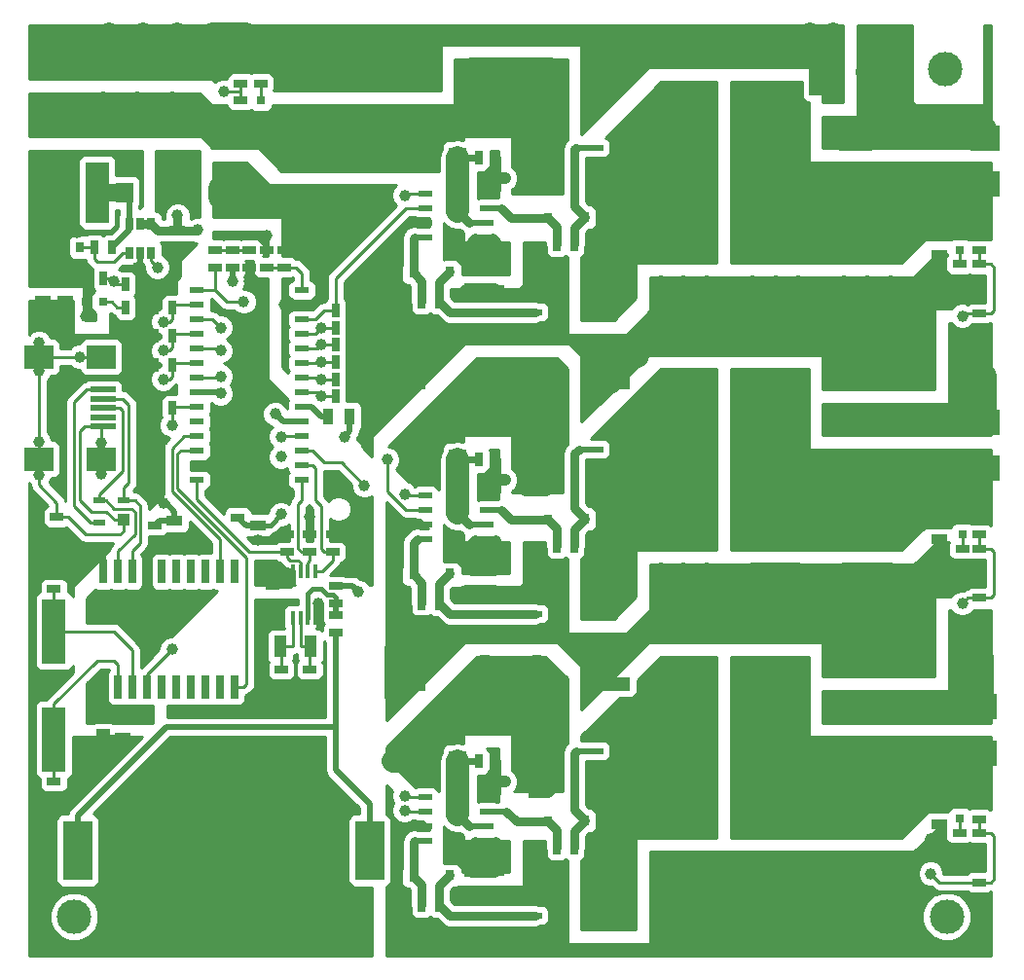
<source format=gtl>
G04 (created by PCBNEW (2013-04-21 BZR 4107)-testing) date Thursday, 13 June 2013 16:51:54*
%MOIN*%
G04 Gerber Fmt 3.4, Leading zero omitted, Abs format*
%FSLAX34Y34*%
G01*
G70*
G90*
G04 APERTURE LIST*
%ADD10C,2.3622e-06*%
%ADD11R,0.05X0.02*%
%ADD12R,0.0597X0.0707*%
%ADD13R,0.114X0.2125*%
%ADD14R,0.1141X0.2125*%
%ADD15R,0.045X0.02*%
%ADD16R,0.055X0.035*%
%ADD17R,0.035X0.055*%
%ADD18R,0.025X0.045*%
%ADD19R,0.045X0.025*%
%ADD20R,0.1377X0.0787*%
%ADD21R,0.1X0.1*%
%ADD22C,0.1*%
%ADD23R,0.0314X0.0354*%
%ADD24R,0.1337X0.0472*%
%ADD25R,0.0472X0.1337*%
%ADD26R,0.0276X0.0394*%
%ADD27R,0.0984X0.2007*%
%ADD28C,0.7007*%
%ADD29R,0.0314X0.0314*%
%ADD30R,0.08X0.16*%
%ADD31R,0.0433X0.0748*%
%ADD32R,0.0394X0.0394*%
%ADD33R,0.0394X0.0236*%
%ADD34R,0.026X0.08*%
%ADD35R,0.08X0.22*%
%ADD36R,0.0787402X0.208661*%
%ADD37R,0.0157X0.0472*%
%ADD38C,0.1181*%
%ADD39R,0.102362X0.0866142*%
%ADD40R,0.11811X0.0866142*%
%ADD41R,0.0885827X0.019685*%
%ADD42R,0.0984252X0.0787402*%
%ADD43C,0.0393701*%
%ADD44C,0.0787402*%
%ADD45C,0.0393701*%
%ADD46C,0.0295276*%
%ADD47C,0.019685*%
%ADD48C,0.015748*%
%ADD49C,0.01*%
%ADD50C,0.023622*%
%ADD51C,0.0590551*%
G04 APERTURE END LIST*
G54D10*
G54D11*
X67983Y-56395D03*
X67983Y-56895D03*
X67983Y-57395D03*
X67983Y-57895D03*
X67983Y-58395D03*
X67983Y-58895D03*
X67983Y-59395D03*
X67983Y-59895D03*
X67983Y-60395D03*
X67983Y-60895D03*
X67983Y-61395D03*
X67983Y-61895D03*
X67983Y-62395D03*
X67983Y-62895D03*
X71583Y-62895D03*
X71583Y-62395D03*
X71583Y-61895D03*
X71583Y-61395D03*
X71583Y-60895D03*
X71583Y-60395D03*
X71583Y-59895D03*
X71583Y-59395D03*
X71583Y-58895D03*
X71583Y-58395D03*
X71583Y-57895D03*
X71583Y-57395D03*
X71583Y-56895D03*
X71583Y-56395D03*
G54D12*
X76921Y-72539D03*
X75441Y-72539D03*
X76921Y-51870D03*
X75441Y-51870D03*
X76921Y-62204D03*
X75441Y-62204D03*
G54D13*
X87894Y-51279D03*
G54D14*
X83957Y-51280D03*
G54D13*
X87894Y-61023D03*
G54D14*
X83957Y-61024D03*
G54D13*
X87894Y-70767D03*
G54D14*
X83957Y-70768D03*
G54D15*
X75820Y-54588D03*
X77920Y-54588D03*
X75820Y-54088D03*
X75820Y-53588D03*
X75820Y-53088D03*
X77920Y-54088D03*
X77920Y-53588D03*
X77920Y-53088D03*
X75820Y-75257D03*
X77920Y-75257D03*
X75820Y-74757D03*
X75820Y-74257D03*
X75820Y-73757D03*
X77920Y-74757D03*
X77920Y-74257D03*
X77920Y-73757D03*
X75820Y-64923D03*
X77920Y-64923D03*
X75820Y-64423D03*
X75820Y-63923D03*
X75820Y-63423D03*
X77920Y-64423D03*
X77920Y-63923D03*
X77920Y-63423D03*
G54D16*
X78248Y-66713D03*
X78248Y-65963D03*
G54D17*
X72459Y-60728D03*
X73209Y-60728D03*
G54D16*
X70078Y-63699D03*
X70078Y-64449D03*
X93405Y-64941D03*
X93405Y-64191D03*
X78248Y-77048D03*
X78248Y-76298D03*
X78248Y-56378D03*
X78248Y-55628D03*
X93405Y-55197D03*
X93405Y-54447D03*
G54D18*
X80310Y-65157D03*
X80910Y-65157D03*
G54D19*
X77362Y-56303D03*
X77362Y-55703D03*
G54D18*
X77652Y-62204D03*
X78252Y-62204D03*
G54D19*
X70964Y-55614D03*
X70964Y-55014D03*
X94783Y-76077D03*
X94783Y-76677D03*
X69488Y-50496D03*
X69488Y-49896D03*
X69488Y-49315D03*
X69488Y-48715D03*
X94783Y-56589D03*
X94783Y-57189D03*
G54D18*
X73331Y-57677D03*
X72731Y-57677D03*
X73331Y-57086D03*
X72731Y-57086D03*
G54D19*
X94783Y-54424D03*
X94783Y-55024D03*
X94783Y-55507D03*
X94783Y-56107D03*
G54D18*
X75684Y-56791D03*
X76284Y-56791D03*
X80310Y-54822D03*
X80910Y-54822D03*
X77652Y-51870D03*
X78252Y-51870D03*
G54D19*
X77362Y-66638D03*
X77362Y-66038D03*
X77362Y-76973D03*
X77362Y-76373D03*
G54D18*
X80310Y-75492D03*
X80910Y-75492D03*
X75684Y-77460D03*
X76284Y-77460D03*
X75684Y-67125D03*
X76284Y-67125D03*
G54D19*
X94783Y-74995D03*
X94783Y-75595D03*
X68602Y-55014D03*
X68602Y-55614D03*
X94783Y-73912D03*
X94783Y-74512D03*
X69783Y-55614D03*
X69783Y-55014D03*
X69192Y-55014D03*
X69192Y-55614D03*
X70374Y-55614D03*
X70374Y-55014D03*
G54D18*
X73331Y-59448D03*
X72731Y-59448D03*
X73331Y-60039D03*
X72731Y-60039D03*
G54D19*
X94783Y-66333D03*
X94783Y-66933D03*
G54D18*
X73331Y-58858D03*
X72731Y-58858D03*
X73331Y-58267D03*
X72731Y-58267D03*
G54D19*
X94783Y-64168D03*
X94783Y-64768D03*
X94783Y-65251D03*
X94783Y-65851D03*
G54D20*
X84350Y-73976D03*
X84350Y-76810D03*
X84350Y-54488D03*
X84350Y-57322D03*
X84350Y-64232D03*
X84350Y-67066D03*
G54D21*
X63385Y-48212D03*
G54D22*
X63385Y-50212D03*
G54D23*
X75393Y-55807D03*
X76653Y-55768D03*
X80019Y-74606D03*
X81279Y-74567D03*
X80019Y-53937D03*
X81279Y-53898D03*
X75393Y-66141D03*
X76653Y-66102D03*
X80019Y-64271D03*
X81279Y-64232D03*
X75393Y-76476D03*
X76653Y-76437D03*
G54D24*
X75139Y-69881D03*
X77756Y-69881D03*
X82144Y-69881D03*
X79527Y-69881D03*
X75139Y-49212D03*
X77756Y-49212D03*
G54D25*
X87598Y-66986D03*
X87598Y-64369D03*
X91240Y-66986D03*
X91240Y-64369D03*
G54D24*
X75139Y-59547D03*
X77756Y-59547D03*
G54D25*
X87598Y-76730D03*
X87598Y-74113D03*
X91240Y-57242D03*
X91240Y-54625D03*
X87598Y-57242D03*
X87598Y-54625D03*
G54D15*
X79560Y-63348D03*
X81660Y-63348D03*
X79560Y-62848D03*
X79560Y-62348D03*
X79560Y-61848D03*
X81660Y-62848D03*
X81660Y-62348D03*
X81660Y-61848D03*
X81660Y-65982D03*
X79560Y-65982D03*
X81660Y-66482D03*
X81660Y-66982D03*
X81660Y-67482D03*
X79560Y-66482D03*
X79560Y-66982D03*
X79560Y-67482D03*
X79560Y-73683D03*
X81660Y-73683D03*
X79560Y-73183D03*
X79560Y-72683D03*
X79560Y-72183D03*
X81660Y-73183D03*
X81660Y-72683D03*
X81660Y-72183D03*
X81660Y-76316D03*
X79560Y-76316D03*
X81660Y-76816D03*
X81660Y-77316D03*
X81660Y-77816D03*
X79560Y-76816D03*
X79560Y-77316D03*
X79560Y-77816D03*
X81660Y-55647D03*
X79560Y-55647D03*
X81660Y-56147D03*
X81660Y-56647D03*
X81660Y-57147D03*
X79560Y-56147D03*
X79560Y-56647D03*
X79560Y-57147D03*
X79560Y-53013D03*
X81660Y-53013D03*
X79560Y-52513D03*
X79560Y-52013D03*
X79560Y-51513D03*
X81660Y-52513D03*
X81660Y-52013D03*
X81660Y-51513D03*
G54D24*
X82144Y-59547D03*
X79527Y-59547D03*
X82144Y-49212D03*
X79527Y-49212D03*
G54D25*
X72440Y-48269D03*
X72440Y-50886D03*
G54D18*
X77652Y-72539D03*
X78252Y-72539D03*
G54D25*
X91240Y-76730D03*
X91240Y-74113D03*
G54D26*
X65668Y-54125D03*
X66043Y-54125D03*
X66418Y-54125D03*
X66418Y-55125D03*
X66043Y-55125D03*
X65668Y-55125D03*
G54D23*
X63976Y-54921D03*
X62716Y-54960D03*
G54D16*
X62696Y-56022D03*
X62696Y-56772D03*
X63484Y-56022D03*
X63484Y-56772D03*
X67322Y-54349D03*
X67322Y-55099D03*
G54D18*
X68508Y-53051D03*
X67908Y-53051D03*
X64768Y-56003D03*
X64168Y-56003D03*
X66146Y-56200D03*
X65546Y-56200D03*
X64463Y-54921D03*
X65063Y-54921D03*
G54D19*
X72637Y-65359D03*
X72637Y-64759D03*
X71850Y-65359D03*
X71850Y-64759D03*
X71062Y-65359D03*
X71062Y-64759D03*
X70570Y-67130D03*
X70570Y-66530D03*
X72736Y-66530D03*
X72736Y-67130D03*
X72736Y-68114D03*
X72736Y-67514D03*
X63090Y-66038D03*
X63090Y-66638D03*
X63188Y-64168D03*
X63188Y-64768D03*
G54D27*
X73897Y-75590D03*
G54D28*
X68898Y-75591D03*
G54D27*
X63897Y-75590D03*
G54D12*
X65500Y-53051D03*
X66980Y-53051D03*
G54D19*
X70866Y-69985D03*
X70866Y-69385D03*
X94192Y-65851D03*
X94192Y-65251D03*
X94094Y-56107D03*
X94094Y-55507D03*
X71850Y-69985D03*
X71850Y-69385D03*
X69389Y-64177D03*
X69389Y-63577D03*
G54D18*
X66146Y-56988D03*
X65546Y-56988D03*
G54D19*
X70177Y-48715D03*
X70177Y-49315D03*
X94094Y-75595D03*
X94094Y-74995D03*
X63090Y-73823D03*
X63090Y-73223D03*
G54D29*
X70177Y-50491D03*
X70177Y-49901D03*
X64173Y-56791D03*
X64763Y-56791D03*
X94094Y-54429D03*
X94094Y-55019D03*
X94192Y-64173D03*
X94192Y-64763D03*
X94094Y-73917D03*
X94094Y-74507D03*
G54D30*
X92305Y-68602D03*
X94505Y-68602D03*
X92305Y-58858D03*
X94505Y-58858D03*
X89352Y-48917D03*
X91552Y-48917D03*
G54D31*
X71870Y-68601D03*
X70846Y-68601D03*
G54D32*
X65475Y-64272D03*
G54D33*
X64643Y-63601D03*
X65475Y-63601D03*
X64643Y-64351D03*
G54D34*
X64777Y-69991D03*
X65277Y-69991D03*
X65777Y-69991D03*
X66277Y-69991D03*
X66777Y-69991D03*
X67277Y-69991D03*
X67777Y-69991D03*
X68277Y-69991D03*
X68777Y-69991D03*
X69277Y-69991D03*
X69277Y-66031D03*
X68777Y-66031D03*
X68277Y-66031D03*
X67777Y-66031D03*
X67277Y-66031D03*
X66777Y-66031D03*
X66277Y-66031D03*
X65777Y-66031D03*
X65277Y-66031D03*
X64777Y-66031D03*
G54D18*
X66530Y-56988D03*
X67130Y-56988D03*
X66530Y-57972D03*
X67130Y-57972D03*
X66530Y-58956D03*
X67130Y-58956D03*
X66530Y-60433D03*
X67130Y-60433D03*
G54D35*
X63090Y-68080D03*
X63090Y-71780D03*
G54D36*
X64566Y-53051D03*
X63188Y-53051D03*
G54D37*
X71270Y-67637D03*
X71526Y-67637D03*
X71780Y-67637D03*
X72036Y-67637D03*
X72036Y-66023D03*
X71780Y-66023D03*
X71526Y-66023D03*
X71270Y-66023D03*
G54D38*
X93622Y-48819D03*
X63779Y-77854D03*
X93660Y-77854D03*
G54D39*
X94960Y-52755D03*
X94960Y-51181D03*
G54D40*
X90551Y-52755D03*
X90551Y-51181D03*
G54D39*
X94862Y-72244D03*
X94862Y-70669D03*
G54D40*
X90452Y-72244D03*
X90452Y-70669D03*
G54D39*
X94960Y-62500D03*
X94960Y-60925D03*
G54D40*
X90551Y-62500D03*
X90551Y-60925D03*
G54D41*
X64763Y-60433D03*
X64763Y-60118D03*
X64763Y-61062D03*
X64763Y-60748D03*
X64763Y-59803D03*
G54D42*
X62568Y-62185D03*
X62568Y-58681D03*
X64714Y-62185D03*
X64714Y-58681D03*
G54D16*
X93405Y-74686D03*
X93405Y-73936D03*
X65452Y-70983D03*
X65452Y-71733D03*
X67224Y-65040D03*
X67224Y-64290D03*
G54D19*
X66535Y-64463D03*
X66535Y-65063D03*
X64763Y-71559D03*
X64763Y-70959D03*
G54D43*
X80314Y-72183D03*
X80314Y-61848D03*
X80314Y-51513D03*
X76771Y-70472D03*
X77559Y-70472D03*
X77952Y-60236D03*
X78740Y-60236D03*
X79527Y-60236D03*
X80314Y-60236D03*
X77165Y-71259D03*
X77952Y-71259D03*
X78346Y-70472D03*
X79133Y-70472D03*
X79921Y-70472D03*
X79527Y-71259D03*
X78740Y-71259D03*
X76377Y-71259D03*
X75590Y-71259D03*
X77952Y-69291D03*
X78740Y-69291D03*
X79527Y-69291D03*
X76771Y-61023D03*
X77559Y-61023D03*
X78346Y-61023D03*
X79921Y-50000D03*
X79133Y-50000D03*
X78346Y-50000D03*
X77559Y-50000D03*
X65944Y-50000D03*
X65354Y-50590D03*
X67125Y-50000D03*
X66535Y-50590D03*
X68011Y-54330D03*
X67322Y-53838D03*
X79921Y-61023D03*
X79133Y-61023D03*
X77165Y-60236D03*
X70767Y-50886D03*
X71259Y-51574D03*
X70472Y-51574D03*
X74803Y-50787D03*
X75590Y-50787D03*
X76377Y-50787D03*
X77165Y-50787D03*
X77952Y-50787D03*
X78740Y-50787D03*
X79527Y-50787D03*
X77362Y-55118D03*
X76771Y-55118D03*
X67716Y-50590D03*
X64763Y-50000D03*
X78248Y-55118D03*
X78248Y-75787D03*
X77460Y-75787D03*
X78248Y-65452D03*
X77362Y-65452D03*
X80314Y-50688D03*
X80314Y-71358D03*
X74114Y-51574D03*
X76082Y-61023D03*
X74704Y-72539D03*
X78641Y-69881D03*
X78641Y-59547D03*
X78641Y-49212D03*
X63188Y-54429D03*
X63877Y-54429D03*
X62401Y-54133D03*
X62401Y-51968D03*
X68602Y-62401D03*
X70078Y-64960D03*
X68011Y-64960D03*
X71850Y-64173D03*
X73228Y-64763D03*
X69783Y-56102D03*
X70374Y-54527D03*
X70570Y-66043D03*
X66043Y-70964D03*
X62696Y-55511D03*
X64173Y-57283D03*
X62401Y-53051D03*
X63484Y-55511D03*
X69586Y-56791D03*
X67125Y-68700D03*
X70866Y-61417D03*
X73720Y-63090D03*
X67125Y-61023D03*
X68897Y-49606D03*
X93897Y-51181D03*
X68799Y-57677D03*
X92421Y-51181D03*
X93208Y-51181D03*
X91732Y-51181D03*
X91732Y-52755D03*
X92421Y-52755D03*
X93208Y-52755D03*
X93897Y-52755D03*
X72244Y-57677D03*
X75098Y-53149D03*
X82381Y-52559D03*
X77854Y-52559D03*
X78543Y-52559D03*
X82381Y-56397D03*
X83070Y-52559D03*
X84350Y-53346D03*
X66830Y-57480D03*
X94192Y-57283D03*
X93897Y-60925D03*
X68799Y-58464D03*
X93208Y-60925D03*
X92421Y-60925D03*
X91732Y-60925D03*
X91732Y-62500D03*
X93208Y-62500D03*
X92421Y-62500D03*
X93897Y-62500D03*
X72244Y-58858D03*
X75098Y-63385D03*
X72244Y-58267D03*
X74507Y-62204D03*
X82381Y-64173D03*
X82381Y-62893D03*
X82381Y-66732D03*
X83070Y-62893D03*
X84350Y-63090D03*
X77854Y-62893D03*
X78543Y-62893D03*
X66830Y-58464D03*
X94192Y-67125D03*
X68799Y-59350D03*
X93897Y-70669D03*
X92421Y-70669D03*
X93208Y-70669D03*
X91732Y-70669D03*
X93897Y-72244D03*
X93208Y-72244D03*
X92421Y-72244D03*
X91732Y-72244D03*
X75098Y-73720D03*
X72244Y-60039D03*
X75098Y-74212D03*
X72244Y-59448D03*
X82381Y-73228D03*
X83070Y-73228D03*
X82381Y-77066D03*
X84350Y-72834D03*
X77854Y-73228D03*
X78543Y-73228D03*
X66830Y-59448D03*
X93110Y-76377D03*
X80314Y-55610D03*
X80314Y-56594D03*
X80314Y-56102D03*
X80314Y-65944D03*
X80314Y-66437D03*
X80314Y-66929D03*
X80314Y-77263D03*
X80314Y-76771D03*
X80314Y-76279D03*
X74901Y-60137D03*
X79527Y-55118D03*
X79527Y-65452D03*
X79527Y-75787D03*
X88976Y-47637D03*
X89763Y-47637D03*
X88188Y-48425D03*
X82283Y-48031D03*
X83070Y-48425D03*
X81496Y-48425D03*
X75984Y-48425D03*
X93110Y-75196D03*
X70964Y-56889D03*
X76377Y-68503D03*
X75984Y-67716D03*
X75196Y-67716D03*
X75590Y-68503D03*
X75984Y-69291D03*
X75196Y-69291D03*
X82677Y-68503D03*
X81889Y-68503D03*
X81496Y-69291D03*
X90157Y-77559D03*
X89370Y-77559D03*
X88582Y-77559D03*
X87007Y-77559D03*
X86220Y-77559D03*
X85433Y-77559D03*
X84645Y-77559D03*
X83858Y-77559D03*
X83858Y-75984D03*
X84645Y-75984D03*
X85433Y-75984D03*
X86220Y-75984D03*
X87007Y-75984D03*
X88582Y-75984D03*
X89370Y-75984D03*
X90157Y-75984D03*
X89763Y-68897D03*
X90551Y-68897D03*
X91338Y-68897D03*
X90944Y-68110D03*
X90157Y-68110D03*
X89370Y-68110D03*
X88582Y-68110D03*
X87795Y-68110D03*
X87007Y-68110D03*
X86220Y-68110D03*
X85433Y-68110D03*
X84645Y-68110D03*
X83858Y-68110D03*
X88582Y-66141D03*
X89370Y-66141D03*
X90157Y-66141D03*
X87007Y-66141D03*
X86220Y-66141D03*
X85433Y-66141D03*
X84645Y-66141D03*
X83858Y-66141D03*
X92125Y-66929D03*
X92913Y-66929D03*
X93307Y-66141D03*
X92519Y-66141D03*
X91732Y-66141D03*
X73622Y-48269D03*
X74015Y-49212D03*
X73228Y-49212D03*
X72440Y-49212D03*
X71161Y-47736D03*
X70866Y-49212D03*
X71653Y-49212D03*
X71259Y-48425D03*
X83858Y-58267D03*
X84645Y-58267D03*
X85433Y-58267D03*
X86220Y-58267D03*
X87007Y-58267D03*
X87795Y-58267D03*
X88582Y-58267D03*
X89370Y-58267D03*
X90157Y-58267D03*
X90944Y-58267D03*
X89763Y-59055D03*
X90551Y-59055D03*
X91338Y-59055D03*
X92125Y-57086D03*
X92913Y-57086D03*
X93307Y-56299D03*
X92519Y-56299D03*
X91732Y-56299D03*
X90944Y-56299D03*
X90157Y-56299D03*
X89370Y-56299D03*
X88582Y-56299D03*
X87795Y-56299D03*
X87007Y-56299D03*
X86220Y-56299D03*
X85433Y-56299D03*
X84645Y-56299D03*
X83858Y-56299D03*
X83070Y-58661D03*
X82283Y-58661D03*
X81496Y-58661D03*
X81496Y-60236D03*
X75590Y-58661D03*
X74803Y-58661D03*
X64960Y-47637D03*
X65551Y-48228D03*
X66141Y-47637D03*
X66732Y-48228D03*
X67322Y-47637D03*
X67913Y-48228D03*
X68503Y-47637D03*
X68799Y-52460D03*
X68799Y-53641D03*
X68996Y-53051D03*
X75196Y-64468D03*
X93405Y-65452D03*
X82086Y-69192D03*
X74704Y-54822D03*
X76870Y-77263D03*
X76870Y-56594D03*
X76870Y-66830D03*
X62696Y-57283D03*
X63484Y-57283D03*
X66830Y-61515D03*
X66141Y-57578D03*
X65354Y-72244D03*
X70570Y-67618D03*
X63090Y-65551D03*
X67027Y-56200D03*
X70669Y-60629D03*
X68799Y-59940D03*
X70866Y-64074D03*
X72145Y-67125D03*
X71850Y-70472D03*
X70866Y-70472D03*
X73523Y-66732D03*
X66830Y-63681D03*
X70866Y-62106D03*
X67027Y-52263D03*
X69192Y-56102D03*
X64763Y-65255D03*
X73031Y-61417D03*
X65944Y-55610D03*
X67519Y-53051D03*
X67913Y-53641D03*
X67913Y-52460D03*
X64763Y-72047D03*
X63090Y-74311D03*
X65157Y-56102D03*
X66633Y-55610D03*
X64716Y-62704D03*
X64714Y-61635D03*
X63972Y-58681D03*
X62574Y-58196D03*
X62566Y-59161D03*
X62568Y-62718D03*
X62566Y-61590D03*
G54D44*
X77952Y-69291D02*
X77755Y-69291D01*
X77755Y-69291D02*
X76771Y-70275D01*
X76771Y-70275D02*
X76771Y-70472D01*
G54D45*
X80314Y-71358D02*
X80314Y-71428D01*
X80314Y-71428D02*
X79560Y-72183D01*
X79560Y-72183D02*
X79171Y-72183D01*
X79171Y-72183D02*
X79133Y-72145D01*
X79133Y-72145D02*
X79133Y-71259D01*
X79560Y-72183D02*
X79560Y-71292D01*
X79560Y-71292D02*
X79527Y-71259D01*
X75590Y-71259D02*
X75590Y-71653D01*
X75590Y-71653D02*
X74704Y-72539D01*
X74704Y-72539D02*
X74704Y-72145D01*
X74704Y-72145D02*
X75590Y-71259D01*
X79560Y-51513D02*
X79560Y-50820D01*
X79560Y-50820D02*
X79527Y-50787D01*
X79560Y-52513D02*
X80314Y-52513D01*
X80314Y-52513D02*
X80269Y-52559D01*
X80269Y-52559D02*
X80216Y-52559D01*
X80216Y-52559D02*
X80314Y-52559D01*
X79560Y-52013D02*
X80314Y-52013D01*
X80314Y-52013D02*
X80269Y-51968D01*
X80269Y-51968D02*
X80216Y-51968D01*
X80216Y-51968D02*
X80314Y-51968D01*
X79560Y-51513D02*
X80314Y-51513D01*
X80314Y-51513D02*
X80314Y-51476D01*
X79560Y-61848D02*
X79133Y-61848D01*
X79133Y-61848D02*
X79133Y-61811D01*
X79560Y-62348D02*
X79133Y-62348D01*
X79133Y-62348D02*
X79133Y-62303D01*
X79560Y-62848D02*
X80314Y-62848D01*
X80314Y-62848D02*
X80314Y-62992D01*
X79560Y-62348D02*
X80314Y-62348D01*
X80314Y-62348D02*
X80314Y-62303D01*
X79560Y-61848D02*
X80314Y-61848D01*
X80314Y-61848D02*
X80314Y-61909D01*
X79527Y-69291D02*
X79921Y-69291D01*
X79921Y-69291D02*
X80314Y-69685D01*
X80314Y-69685D02*
X80314Y-71358D01*
X79560Y-73183D02*
X80314Y-73183D01*
X80314Y-73183D02*
X80314Y-73129D01*
X79560Y-72183D02*
X80314Y-72183D01*
X80314Y-72183D02*
X80314Y-72145D01*
X79560Y-72683D02*
X80314Y-72683D01*
X80314Y-72683D02*
X80314Y-72637D01*
X77460Y-75787D02*
X77460Y-75688D01*
X77460Y-75688D02*
X77657Y-75492D01*
X77657Y-75492D02*
X77952Y-75492D01*
X77952Y-75492D02*
X78248Y-75787D01*
X77362Y-55118D02*
X77362Y-55019D01*
X77362Y-55019D02*
X77657Y-54724D01*
X77657Y-54724D02*
X77854Y-54724D01*
X77854Y-54724D02*
X78248Y-55118D01*
X71259Y-51574D02*
X74114Y-51574D01*
X77362Y-65452D02*
X77657Y-65157D01*
X77657Y-65157D02*
X78051Y-65157D01*
X78051Y-65157D02*
X78248Y-65354D01*
X78248Y-65354D02*
X78248Y-65452D01*
X80314Y-71358D02*
X80314Y-69980D01*
X80314Y-69980D02*
X79625Y-69291D01*
X79625Y-69291D02*
X79527Y-69291D01*
G54D44*
X77165Y-49901D02*
X77165Y-49015D01*
X77165Y-49015D02*
X77362Y-48818D01*
X77362Y-48818D02*
X80118Y-48818D01*
X80118Y-48818D02*
X80314Y-49015D01*
X80314Y-49015D02*
X80314Y-49606D01*
X80314Y-49606D02*
X79921Y-50000D01*
X77165Y-60236D02*
X77165Y-59744D01*
X77165Y-59744D02*
X77755Y-59153D01*
X77755Y-59153D02*
X80118Y-59153D01*
X80118Y-59153D02*
X80314Y-59350D01*
X80314Y-59350D02*
X80314Y-60236D01*
X77952Y-69291D02*
X76771Y-70472D01*
X79527Y-69291D02*
X79724Y-69291D01*
X79724Y-69291D02*
X79921Y-69488D01*
X79921Y-69488D02*
X79921Y-70472D01*
X78641Y-69881D02*
X78543Y-69881D01*
X78543Y-69881D02*
X77952Y-69291D01*
X77559Y-70472D02*
X78051Y-70472D01*
X78051Y-70472D02*
X78641Y-69881D01*
X78641Y-69881D02*
X78641Y-69980D01*
X78641Y-69980D02*
X79133Y-70472D01*
X78641Y-69881D02*
X78641Y-70177D01*
X78641Y-70177D02*
X78346Y-70472D01*
X77756Y-69881D02*
X77756Y-69487D01*
X77756Y-69487D02*
X77952Y-69291D01*
X75441Y-72539D02*
X75441Y-72196D01*
X75441Y-72196D02*
X76377Y-71259D01*
X74114Y-51574D02*
X73129Y-51574D01*
X73129Y-51574D02*
X72440Y-50886D01*
X71259Y-51574D02*
X71752Y-51574D01*
X71752Y-51574D02*
X72440Y-50886D01*
X79921Y-50000D02*
X79921Y-49606D01*
X79921Y-49606D02*
X79527Y-49212D01*
X79133Y-50000D02*
X79133Y-49605D01*
X79133Y-49605D02*
X79527Y-49212D01*
X78346Y-50000D02*
X78346Y-49802D01*
X78346Y-49802D02*
X77756Y-49212D01*
X77559Y-50000D02*
X77559Y-49409D01*
X77559Y-49409D02*
X77756Y-49212D01*
X75441Y-51870D02*
X75441Y-51724D01*
X75441Y-51724D02*
X76377Y-50787D01*
X74803Y-50787D02*
X74803Y-51232D01*
X74803Y-51232D02*
X75441Y-51870D01*
X75441Y-51870D02*
X75441Y-50936D01*
X75441Y-50936D02*
X75590Y-50787D01*
X77756Y-59547D02*
X78051Y-59547D01*
X78051Y-59547D02*
X78740Y-60236D01*
X79527Y-59547D02*
X79429Y-59547D01*
X79429Y-59547D02*
X78740Y-60236D01*
X79527Y-59547D02*
X79527Y-60235D01*
X79527Y-60235D02*
X79527Y-60236D01*
X77756Y-59547D02*
X77756Y-60039D01*
X77756Y-60039D02*
X77952Y-60236D01*
X79921Y-70472D02*
X79921Y-70276D01*
X79921Y-70276D02*
X79527Y-69881D01*
X77756Y-69881D02*
X77362Y-69881D01*
X77362Y-69881D02*
X76771Y-70472D01*
X77756Y-59645D02*
X77165Y-60236D01*
X77756Y-59547D02*
X77756Y-59645D01*
G54D45*
X77756Y-69881D02*
X77756Y-70275D01*
X77756Y-70275D02*
X77559Y-70472D01*
G54D44*
X79527Y-59547D02*
X79625Y-59547D01*
G54D45*
X77952Y-60236D02*
X78740Y-60236D01*
X79527Y-60236D02*
X80314Y-60236D01*
G54D44*
X79625Y-59547D02*
X80314Y-60236D01*
G54D45*
X76377Y-71259D02*
X77165Y-71259D01*
X77952Y-71259D02*
X78346Y-70866D01*
X78346Y-70866D02*
X78346Y-70472D01*
X79133Y-70472D02*
X79921Y-70472D01*
X79527Y-71259D02*
X79133Y-71259D01*
X79133Y-71259D02*
X78740Y-71259D01*
X76771Y-70472D02*
X76377Y-70866D01*
X76377Y-70866D02*
X76377Y-71259D01*
X77756Y-69881D02*
X77756Y-69487D01*
X77756Y-69487D02*
X77952Y-69291D01*
X78740Y-69291D02*
X79527Y-69291D01*
X76771Y-61023D02*
X77559Y-61023D01*
X78346Y-61023D02*
X79133Y-61023D01*
X79133Y-50000D02*
X78346Y-50000D01*
G54D44*
X65354Y-50590D02*
X65944Y-50000D01*
X66535Y-50590D02*
X67125Y-50000D01*
G54D46*
X67322Y-54349D02*
X67993Y-54349D01*
X67993Y-54349D02*
X68011Y-54330D01*
X67322Y-54349D02*
X67322Y-53838D01*
G54D47*
X79560Y-63348D02*
X79194Y-63348D01*
X79194Y-63348D02*
X79133Y-63287D01*
X79133Y-63287D02*
X79133Y-62893D01*
X79133Y-62893D02*
X79133Y-62303D01*
X79133Y-62303D02*
X79133Y-61811D01*
X79133Y-61811D02*
X79133Y-61023D01*
X79560Y-63348D02*
X79958Y-63348D01*
X79958Y-63348D02*
X80314Y-62992D01*
X80314Y-62992D02*
X80314Y-62303D01*
X80314Y-62303D02*
X80314Y-61909D01*
X80314Y-61909D02*
X80314Y-61417D01*
X80314Y-61417D02*
X79921Y-61023D01*
G54D45*
X77756Y-59645D02*
X77165Y-60236D01*
X70472Y-51574D02*
X71259Y-51574D01*
X79921Y-50000D02*
X79921Y-50393D01*
X75590Y-50787D02*
X74803Y-50787D01*
X77165Y-50787D02*
X76377Y-50787D01*
X78740Y-50787D02*
X77952Y-50787D01*
X79921Y-50393D02*
X79527Y-50787D01*
X79527Y-49212D02*
X79527Y-49605D01*
X79527Y-49605D02*
X79921Y-50000D01*
X77362Y-55118D02*
X76771Y-55118D01*
G54D44*
X67716Y-50590D02*
X68207Y-50590D01*
X68207Y-50590D02*
X68503Y-50886D01*
X63385Y-50212D02*
X64551Y-50212D01*
X68503Y-50886D02*
X69488Y-50886D01*
X64551Y-50212D02*
X64763Y-50000D01*
G54D47*
X77920Y-54588D02*
X78112Y-54588D01*
X77920Y-54588D02*
X77498Y-54588D01*
G54D46*
X77498Y-54588D02*
X77362Y-54724D01*
X77362Y-54724D02*
X77362Y-55118D01*
X77362Y-55118D02*
X77362Y-55703D01*
G54D47*
X79560Y-53013D02*
X80057Y-53013D01*
X80314Y-52755D02*
X80314Y-52559D01*
X80314Y-52559D02*
X80314Y-51968D01*
X80314Y-51968D02*
X80314Y-51476D01*
X80314Y-51476D02*
X80314Y-50688D01*
X80057Y-53013D02*
X80314Y-52755D01*
X79560Y-73683D02*
X80057Y-73683D01*
X80314Y-73425D02*
X80314Y-73129D01*
X80314Y-73129D02*
X80314Y-72637D01*
X80314Y-72637D02*
X80314Y-72145D01*
X80314Y-72145D02*
X80314Y-71358D01*
X80057Y-73683D02*
X80314Y-73425D01*
X77920Y-75257D02*
X77498Y-75257D01*
G54D46*
X77498Y-75257D02*
X77460Y-75295D01*
X77460Y-75295D02*
X77460Y-75787D01*
X77460Y-75787D02*
X77460Y-76373D01*
X77460Y-76373D02*
X77362Y-76373D01*
G54D47*
X77920Y-75257D02*
X78210Y-75257D01*
G54D46*
X78210Y-75257D02*
X78248Y-75295D01*
X78248Y-75295D02*
X78248Y-75787D01*
X78248Y-75787D02*
X78248Y-76298D01*
G54D47*
X77920Y-64923D02*
X78210Y-64923D01*
G54D46*
X78210Y-64923D02*
X78248Y-64960D01*
X78248Y-64960D02*
X78248Y-65452D01*
X78248Y-65452D02*
X78248Y-65963D01*
G54D47*
X77920Y-64923D02*
X77498Y-64923D01*
G54D46*
X77498Y-64923D02*
X77362Y-65059D01*
X77362Y-65059D02*
X77362Y-65452D01*
X77362Y-65452D02*
X77362Y-66038D01*
X67322Y-54349D02*
X66641Y-54349D01*
X66641Y-54349D02*
X66418Y-54125D01*
X66043Y-54125D02*
X66418Y-54125D01*
G54D47*
X70177Y-50491D02*
X70177Y-50886D01*
X70177Y-50886D02*
X70177Y-50885D01*
X70177Y-50885D02*
X70177Y-50886D01*
X69488Y-50496D02*
X69488Y-50886D01*
X69488Y-50886D02*
X69488Y-50885D01*
X69488Y-50885D02*
X69488Y-50886D01*
G54D44*
X75441Y-51870D02*
X74409Y-51870D01*
X73425Y-50886D02*
X74114Y-51574D01*
X73425Y-50886D02*
X72440Y-50886D01*
X74409Y-51870D02*
X74114Y-51574D01*
X75441Y-62204D02*
X75441Y-61665D01*
X75441Y-61665D02*
X76082Y-61023D01*
X75441Y-72539D02*
X74704Y-72539D01*
X79527Y-69881D02*
X78641Y-69881D01*
X78641Y-69881D02*
X77756Y-69881D01*
X79527Y-59547D02*
X78641Y-59547D01*
X78641Y-59547D02*
X77756Y-59547D01*
X77756Y-49212D02*
X78641Y-49212D01*
X78641Y-49212D02*
X79527Y-49212D01*
G54D46*
X78248Y-54724D02*
X78248Y-55118D01*
X78248Y-55118D02*
X78248Y-55628D01*
X78112Y-54588D02*
X78248Y-54724D01*
X77362Y-66038D02*
X78173Y-66038D01*
X78173Y-66038D02*
X78248Y-65963D01*
X77362Y-76373D02*
X78173Y-76373D01*
X78173Y-76373D02*
X78248Y-76298D01*
G54D44*
X72440Y-50886D02*
X70767Y-50886D01*
X70767Y-50886D02*
X70177Y-50886D01*
X70177Y-50886D02*
X69488Y-50886D01*
G54D46*
X77362Y-55703D02*
X78173Y-55703D01*
X78173Y-55703D02*
X78248Y-55628D01*
X62716Y-54960D02*
X62716Y-54449D01*
X62716Y-54449D02*
X62401Y-54133D01*
X62696Y-55511D02*
X62696Y-54980D01*
X62696Y-54980D02*
X62716Y-54960D01*
X63188Y-54429D02*
X63188Y-53051D01*
X62401Y-53051D02*
X63188Y-53051D01*
X63188Y-53051D02*
X63188Y-53740D01*
X63188Y-53740D02*
X63877Y-54429D01*
G54D47*
X63188Y-54429D02*
X63188Y-53051D01*
G54D46*
X62401Y-54133D02*
X62401Y-53838D01*
G54D47*
X63188Y-53051D02*
X63188Y-53346D01*
X63188Y-53346D02*
X62401Y-54133D01*
G54D46*
X62401Y-53838D02*
X63188Y-53051D01*
X62401Y-51968D02*
X62401Y-52263D01*
G54D47*
X63188Y-53051D02*
X63188Y-52755D01*
X63188Y-52755D02*
X62401Y-51968D01*
G54D46*
X62401Y-52263D02*
X63188Y-53051D01*
G54D47*
X67983Y-62395D02*
X68596Y-62395D01*
X68596Y-62395D02*
X68602Y-62401D01*
X71062Y-64759D02*
X70674Y-64759D01*
X70472Y-64960D02*
X70078Y-64960D01*
X70674Y-64759D02*
X70472Y-64960D01*
X67224Y-65040D02*
X67932Y-65040D01*
X67932Y-65040D02*
X68011Y-64960D01*
X71850Y-64759D02*
X71850Y-64173D01*
X73223Y-64759D02*
X72637Y-64759D01*
X73228Y-64763D02*
X73223Y-64759D01*
G54D48*
X71270Y-66023D02*
X71270Y-66426D01*
X71166Y-66530D02*
X70570Y-66530D01*
X71270Y-66426D02*
X71166Y-66530D01*
G54D47*
X69783Y-55614D02*
X69783Y-56102D01*
X70374Y-54527D02*
X70374Y-55014D01*
X70570Y-66043D02*
X70570Y-66530D01*
X66024Y-70983D02*
X66043Y-70964D01*
X65452Y-70983D02*
X66024Y-70983D01*
X66535Y-65063D02*
X67200Y-65063D01*
X67200Y-65063D02*
X67224Y-65040D01*
X66277Y-66031D02*
X66277Y-65513D01*
X66535Y-65255D02*
X66535Y-65063D01*
X66277Y-65513D02*
X66535Y-65255D01*
X64173Y-56791D02*
X64173Y-57283D01*
X64173Y-57283D02*
X64173Y-57283D01*
X63188Y-53051D02*
X62401Y-53051D01*
X62696Y-56022D02*
X62696Y-55511D01*
X62696Y-55511D02*
X62696Y-54980D01*
X62696Y-54980D02*
X62716Y-54960D01*
X63484Y-56022D02*
X63484Y-55511D01*
X63484Y-56022D02*
X64149Y-56022D01*
X64149Y-56022D02*
X64168Y-56003D01*
X62696Y-56022D02*
X63484Y-56022D01*
X64168Y-56003D02*
X64168Y-56786D01*
X64168Y-56786D02*
X64173Y-56791D01*
G54D49*
X68602Y-55614D02*
X68602Y-56393D01*
X68602Y-56393D02*
X68600Y-56395D01*
X69586Y-56791D02*
X68996Y-56791D01*
X68600Y-56395D02*
X67983Y-56395D01*
X68996Y-56791D02*
X68600Y-56395D01*
X66277Y-69549D02*
X67125Y-68700D01*
X66277Y-69549D02*
X66277Y-69991D01*
X67983Y-62895D02*
X67983Y-63554D01*
X69788Y-65359D02*
X71062Y-65359D01*
X67983Y-63554D02*
X69788Y-65359D01*
X71526Y-66023D02*
X71526Y-65719D01*
X71062Y-65551D02*
X71062Y-65359D01*
X71161Y-65649D02*
X71062Y-65551D01*
X71456Y-65649D02*
X71161Y-65649D01*
X71526Y-65719D02*
X71456Y-65649D01*
X70887Y-61395D02*
X71583Y-61395D01*
X70866Y-61417D02*
X70887Y-61395D01*
X71935Y-61895D02*
X71583Y-61895D01*
X72342Y-62303D02*
X71935Y-61895D01*
X72933Y-62303D02*
X72342Y-62303D01*
X73720Y-63090D02*
X72933Y-62303D01*
X71780Y-66023D02*
X71780Y-65719D01*
X71850Y-65649D02*
X71850Y-65359D01*
X71780Y-65719D02*
X71850Y-65649D01*
X71583Y-62895D02*
X71583Y-63582D01*
X71559Y-65359D02*
X71850Y-65359D01*
X71456Y-65255D02*
X71559Y-65359D01*
X71456Y-63709D02*
X71456Y-65255D01*
X71583Y-63582D02*
X71456Y-63709D01*
X72637Y-65359D02*
X72637Y-65649D01*
X72263Y-66023D02*
X72036Y-66023D01*
X72637Y-65649D02*
X72263Y-66023D01*
X71583Y-62395D02*
X71942Y-62395D01*
X72347Y-65359D02*
X72637Y-65359D01*
X72244Y-65255D02*
X72347Y-65359D01*
X72244Y-63779D02*
X72244Y-65255D01*
X72047Y-63582D02*
X72244Y-63779D01*
X72047Y-62500D02*
X72047Y-63582D01*
X71942Y-62395D02*
X72047Y-62500D01*
X69685Y-65551D02*
X69685Y-69881D01*
X69575Y-69991D02*
X69277Y-69991D01*
X69685Y-69881D02*
X69575Y-69991D01*
X67435Y-61895D02*
X67983Y-61895D01*
X67322Y-62007D02*
X67435Y-61895D01*
X67322Y-63188D02*
X67322Y-62007D01*
X69685Y-65551D02*
X67322Y-63188D01*
X68777Y-66031D02*
X68777Y-64938D01*
X67541Y-61395D02*
X67983Y-61395D01*
X67125Y-61811D02*
X67541Y-61395D01*
X67125Y-63287D02*
X67125Y-61811D01*
X68777Y-64938D02*
X67125Y-63287D01*
G54D48*
X72637Y-66830D02*
X72440Y-66830D01*
X71780Y-66802D02*
X71780Y-67637D01*
X71948Y-66633D02*
X71780Y-66802D01*
X72244Y-66633D02*
X71948Y-66633D01*
X72440Y-66830D02*
X72244Y-66633D01*
X72736Y-67130D02*
X72736Y-66929D01*
X72736Y-66929D02*
X72637Y-66830D01*
G54D47*
X72736Y-67514D02*
X72736Y-67130D01*
G54D49*
X69488Y-49606D02*
X68897Y-49606D01*
X67125Y-61023D02*
X67130Y-61018D01*
X67130Y-61018D02*
X67130Y-60433D01*
X69488Y-49896D02*
X69488Y-49606D01*
X69488Y-49606D02*
X69488Y-49315D01*
X67983Y-60395D02*
X67168Y-60395D01*
X67168Y-60395D02*
X67130Y-60433D01*
G54D44*
X91552Y-48917D02*
X90944Y-48917D01*
X90944Y-48917D02*
X91043Y-49015D01*
X91043Y-49015D02*
X91043Y-49606D01*
X94960Y-51181D02*
X94960Y-50866D01*
X94960Y-50866D02*
X94685Y-50590D01*
X94685Y-50590D02*
X92618Y-50590D01*
X91552Y-48917D02*
X92027Y-48917D01*
X92027Y-48917D02*
X92125Y-49015D01*
X92125Y-49015D02*
X92125Y-50098D01*
X91552Y-48917D02*
X91552Y-49096D01*
X91552Y-49096D02*
X91043Y-49606D01*
X91043Y-49606D02*
X91043Y-50688D01*
X91043Y-50688D02*
X90551Y-51181D01*
X91552Y-48917D02*
X91552Y-49525D01*
X91552Y-49525D02*
X92125Y-50098D01*
X92125Y-50098D02*
X92618Y-50590D01*
X92618Y-50590D02*
X93208Y-51181D01*
X91552Y-48917D02*
X91552Y-50179D01*
X91552Y-50179D02*
X90551Y-51181D01*
G54D49*
X68517Y-57395D02*
X67983Y-57395D01*
X68799Y-57677D02*
X68517Y-57395D01*
G54D44*
X94960Y-51181D02*
X93897Y-51181D01*
X93897Y-51181D02*
X93208Y-51181D01*
X93208Y-51181D02*
X92421Y-51181D01*
X92421Y-51181D02*
X91732Y-51181D01*
X91732Y-51181D02*
X90551Y-51181D01*
G54D45*
X91552Y-48917D02*
X91552Y-50179D01*
X91552Y-50179D02*
X90551Y-51181D01*
G54D44*
X88582Y-51279D02*
X88582Y-50295D01*
X88582Y-50295D02*
X88484Y-50196D01*
X88484Y-50196D02*
X87303Y-50196D01*
X87303Y-50196D02*
X87204Y-50295D01*
X87204Y-50295D02*
X87204Y-51377D01*
X87598Y-54625D02*
X86909Y-54625D01*
X86909Y-54625D02*
X86712Y-54822D01*
X86712Y-54822D02*
X87007Y-55118D01*
X87007Y-55118D02*
X91830Y-55118D01*
X91830Y-55118D02*
X92126Y-54822D01*
X92126Y-54822D02*
X92126Y-54625D01*
G54D45*
X87894Y-51279D02*
X88582Y-51279D01*
X88582Y-51279D02*
X88582Y-52559D01*
X88582Y-52559D02*
X88582Y-52263D01*
X88582Y-52263D02*
X88582Y-52559D01*
G54D44*
X87598Y-54625D02*
X87105Y-54625D01*
X87105Y-54625D02*
X86909Y-54429D01*
X86909Y-54429D02*
X86909Y-51673D01*
X86909Y-51673D02*
X87204Y-51377D01*
X87204Y-51377D02*
X87303Y-51279D01*
X87303Y-51279D02*
X87894Y-51279D01*
X87598Y-54625D02*
X88681Y-54625D01*
X88681Y-54625D02*
X90551Y-52755D01*
X91240Y-54625D02*
X92126Y-54625D01*
X92126Y-54625D02*
X92421Y-54330D01*
X92421Y-54330D02*
X92421Y-52755D01*
X92421Y-52755D02*
X92421Y-53444D01*
X92421Y-53444D02*
X91240Y-54625D01*
X91240Y-54625D02*
X91240Y-53248D01*
X91240Y-53248D02*
X91732Y-52755D01*
X90551Y-52755D02*
X88779Y-52755D01*
X88779Y-52755D02*
X88582Y-52559D01*
X88582Y-52559D02*
X87894Y-51870D01*
X87894Y-51870D02*
X87894Y-51279D01*
X87894Y-51279D02*
X87894Y-54329D01*
X87894Y-54329D02*
X87598Y-54625D01*
X87598Y-54625D02*
X87598Y-51575D01*
X87598Y-51575D02*
X87894Y-51279D01*
X91240Y-54625D02*
X87598Y-54625D01*
X90551Y-52755D02*
X91732Y-52755D01*
X91732Y-52755D02*
X92421Y-52755D01*
X92421Y-52755D02*
X93208Y-52755D01*
X93208Y-52755D02*
X93897Y-52755D01*
X93897Y-52755D02*
X94960Y-52755D01*
X90551Y-52755D02*
X90551Y-53936D01*
X90551Y-53936D02*
X91240Y-54625D01*
G54D49*
X75159Y-53088D02*
X75820Y-53088D01*
X75098Y-53149D02*
X75159Y-53088D01*
X72731Y-57677D02*
X72244Y-57677D01*
X72025Y-57895D02*
X72244Y-57677D01*
X72025Y-57895D02*
X71583Y-57895D01*
X72731Y-57086D02*
X72731Y-56008D01*
X75151Y-53588D02*
X75820Y-53588D01*
X72731Y-56008D02*
X75151Y-53588D01*
X71583Y-57395D02*
X72033Y-57395D01*
X72342Y-57086D02*
X72731Y-57086D01*
X72033Y-57395D02*
X72342Y-57086D01*
G54D45*
X78543Y-52559D02*
X78346Y-52559D01*
X78346Y-52559D02*
X77952Y-52952D01*
X77952Y-52952D02*
X77854Y-52952D01*
X77854Y-52952D02*
X77854Y-52559D01*
G54D46*
X78248Y-52559D02*
X77854Y-52559D01*
X78252Y-52559D02*
X78248Y-52559D01*
X78248Y-52559D02*
X78543Y-52559D01*
X78252Y-52559D02*
X78252Y-52948D01*
G54D45*
X81927Y-53013D02*
X82381Y-52559D01*
X82336Y-52513D02*
X82381Y-52559D01*
X82381Y-56791D02*
X82381Y-56397D01*
X82131Y-56147D02*
X82381Y-56397D01*
X82131Y-56647D02*
X82381Y-56397D01*
G54D44*
X83858Y-52559D02*
X83070Y-52559D01*
X83070Y-51281D02*
X83070Y-52559D01*
X82381Y-55708D02*
X82381Y-56397D01*
X83070Y-52559D02*
X83070Y-52166D01*
X84645Y-51280D02*
X84645Y-50196D01*
X84645Y-50196D02*
X84448Y-50000D01*
X84448Y-50000D02*
X83661Y-50000D01*
X83661Y-50000D02*
X83267Y-50393D01*
X83267Y-50393D02*
X83267Y-51280D01*
X85137Y-54035D02*
X85137Y-54822D01*
X85137Y-54822D02*
X84940Y-55019D01*
X84940Y-55019D02*
X84055Y-55019D01*
G54D45*
X81660Y-53013D02*
X81927Y-53013D01*
X81660Y-52513D02*
X82336Y-52513D01*
X81660Y-55647D02*
X82381Y-55647D01*
X82381Y-55647D02*
X82381Y-55708D01*
X81660Y-57147D02*
X82025Y-57147D01*
X82025Y-57147D02*
X82381Y-56791D01*
X81660Y-56147D02*
X82131Y-56147D01*
X81660Y-56647D02*
X82131Y-56647D01*
G54D44*
X84350Y-54488D02*
X84684Y-54488D01*
X84684Y-54488D02*
X85137Y-54035D01*
X85137Y-54035D02*
X85137Y-51377D01*
X85137Y-51377D02*
X85040Y-51280D01*
X85040Y-51280D02*
X84645Y-51280D01*
X84645Y-51280D02*
X83957Y-51280D01*
X84350Y-54488D02*
X84350Y-54724D01*
X84350Y-54724D02*
X84055Y-55019D01*
X84055Y-55019D02*
X83641Y-55019D01*
X83641Y-55019D02*
X83109Y-54488D01*
X83957Y-51280D02*
X83957Y-52460D01*
X83957Y-52460D02*
X83858Y-52559D01*
X83957Y-51280D02*
X83267Y-51280D01*
X83267Y-51280D02*
X83069Y-51280D01*
X83069Y-51280D02*
X83070Y-51281D01*
X84350Y-54488D02*
X84311Y-54488D01*
X84311Y-54488D02*
X82381Y-52559D01*
X84350Y-54488D02*
X83109Y-54488D01*
X83109Y-54488D02*
X82381Y-55216D01*
X82381Y-55216D02*
X82381Y-55708D01*
X83070Y-52166D02*
X83957Y-51280D01*
G54D47*
X77920Y-53088D02*
X78112Y-53088D01*
G54D44*
X84350Y-54488D02*
X84350Y-53346D01*
X84350Y-53346D02*
X84350Y-51673D01*
X84350Y-51673D02*
X83957Y-51280D01*
G54D46*
X78252Y-51870D02*
X78252Y-52559D01*
X78252Y-52948D02*
X78112Y-53088D01*
G54D49*
X66830Y-57480D02*
X67027Y-57480D01*
X67027Y-57480D02*
X67130Y-57377D01*
X67130Y-57377D02*
X67130Y-56988D01*
X94286Y-57189D02*
X94192Y-57283D01*
X94783Y-57189D02*
X94286Y-57189D01*
X94783Y-57189D02*
X95172Y-57189D01*
X95172Y-55507D02*
X94783Y-55507D01*
X95275Y-55610D02*
X95172Y-55507D01*
X95275Y-57086D02*
X95275Y-55610D01*
X95172Y-57189D02*
X95275Y-57086D01*
X94783Y-55507D02*
X94783Y-55024D01*
X67983Y-56895D02*
X67223Y-56895D01*
X67223Y-56895D02*
X67130Y-56988D01*
G54D44*
X94960Y-60925D02*
X94960Y-59313D01*
X94960Y-59313D02*
X94505Y-58858D01*
X94505Y-58858D02*
X94505Y-60470D01*
X94505Y-60470D02*
X94960Y-60925D01*
G54D49*
X68730Y-58395D02*
X67983Y-58395D01*
X68799Y-58464D02*
X68730Y-58395D01*
G54D44*
X94960Y-60925D02*
X93897Y-60925D01*
X93897Y-60925D02*
X93208Y-60925D01*
X93208Y-60925D02*
X92421Y-60925D01*
X92421Y-60925D02*
X91732Y-60925D01*
X91732Y-60925D02*
X90551Y-60925D01*
G54D45*
X94960Y-60925D02*
X94960Y-60314D01*
X94505Y-59859D02*
X94505Y-58858D01*
X94960Y-60314D02*
X94505Y-59859D01*
G54D44*
X88582Y-61122D02*
X88582Y-60039D01*
X88582Y-60039D02*
X88287Y-59744D01*
X88287Y-59744D02*
X87303Y-59744D01*
X87303Y-59744D02*
X86958Y-60088D01*
X86958Y-60088D02*
X86958Y-61269D01*
X87598Y-64369D02*
X87402Y-64369D01*
X87402Y-64369D02*
X87007Y-64763D01*
X87007Y-64763D02*
X87007Y-64960D01*
X87007Y-64960D02*
X91633Y-64960D01*
X91633Y-64960D02*
X92028Y-64566D01*
X92028Y-64566D02*
X92028Y-64369D01*
X91240Y-64369D02*
X91240Y-64566D01*
X91240Y-64566D02*
X90944Y-64862D01*
X90944Y-64862D02*
X88091Y-64862D01*
X88091Y-64862D02*
X87598Y-64369D01*
G54D45*
X87894Y-61023D02*
X88484Y-61023D01*
X88484Y-61023D02*
X88582Y-61122D01*
X88582Y-61122D02*
X88582Y-62007D01*
G54D44*
X87598Y-64369D02*
X87007Y-64369D01*
X87007Y-64369D02*
X86958Y-64320D01*
X86958Y-64320D02*
X86958Y-61269D01*
X86958Y-61269D02*
X87204Y-61023D01*
X87204Y-61023D02*
X87894Y-61023D01*
X90551Y-62500D02*
X90551Y-63680D01*
X90551Y-63680D02*
X91240Y-64369D01*
X91240Y-64369D02*
X92028Y-64369D01*
X92028Y-64369D02*
X92421Y-63976D01*
X92421Y-63976D02*
X92421Y-62500D01*
X90551Y-62500D02*
X89074Y-62500D01*
X89074Y-62500D02*
X88582Y-62007D01*
X88582Y-62007D02*
X87894Y-61319D01*
X87894Y-61319D02*
X87894Y-61023D01*
X87598Y-64369D02*
X88681Y-64369D01*
X88681Y-64369D02*
X90551Y-62500D01*
X87894Y-61023D02*
X87894Y-64073D01*
X87894Y-64073D02*
X87598Y-64369D01*
X91732Y-62500D02*
X91732Y-63877D01*
X91732Y-63877D02*
X91240Y-64369D01*
X87598Y-64369D02*
X87598Y-61319D01*
X87598Y-61319D02*
X87894Y-61023D01*
X90551Y-62500D02*
X91732Y-62500D01*
X91732Y-62500D02*
X92421Y-62500D01*
X92421Y-62500D02*
X93208Y-62500D01*
X93208Y-62500D02*
X93897Y-62500D01*
X93897Y-62500D02*
X94960Y-62500D01*
X91240Y-64369D02*
X91240Y-63188D01*
X91240Y-63188D02*
X90551Y-62500D01*
X87598Y-64369D02*
X91240Y-64369D01*
G54D49*
X75135Y-63423D02*
X75820Y-63423D01*
X75098Y-63385D02*
X75135Y-63423D01*
X72731Y-58858D02*
X72244Y-58858D01*
X72206Y-58895D02*
X72244Y-58858D01*
X72206Y-58895D02*
X71583Y-58895D01*
X74507Y-62204D02*
X74507Y-63287D01*
X75143Y-63923D02*
X75820Y-63923D01*
X74507Y-63287D02*
X75143Y-63923D01*
X72731Y-58267D02*
X72244Y-58267D01*
X72116Y-58395D02*
X72244Y-58267D01*
X72116Y-58395D02*
X71583Y-58395D01*
G54D44*
X83169Y-61024D02*
X83169Y-60334D01*
X83169Y-60334D02*
X83562Y-59940D01*
X83562Y-59940D02*
X84547Y-59940D01*
X84547Y-59940D02*
X84843Y-60237D01*
X84843Y-60237D02*
X84843Y-61024D01*
X85137Y-63779D02*
X85137Y-64665D01*
X85137Y-64665D02*
X84350Y-64665D01*
G54D45*
X81660Y-63348D02*
X82222Y-63348D01*
X82222Y-63348D02*
X82381Y-63188D01*
X82381Y-63188D02*
X82381Y-62893D01*
X81660Y-63348D02*
X81660Y-63648D01*
X81660Y-63648D02*
X82185Y-64173D01*
X82185Y-64173D02*
X82381Y-64173D01*
X81660Y-62848D02*
X82336Y-62848D01*
X82336Y-62848D02*
X82381Y-62893D01*
X81660Y-65982D02*
X82222Y-65982D01*
X82222Y-65982D02*
X82381Y-66141D01*
X82381Y-66141D02*
X82381Y-66732D01*
X81660Y-67482D02*
X82124Y-67482D01*
X82124Y-67482D02*
X82381Y-67224D01*
X82381Y-67224D02*
X82381Y-66732D01*
X81660Y-66982D02*
X82131Y-66982D01*
X82131Y-66982D02*
X82381Y-66732D01*
X81660Y-66482D02*
X82131Y-66482D01*
X82131Y-66482D02*
X82381Y-66732D01*
X78543Y-62893D02*
X78346Y-62893D01*
X78346Y-62893D02*
X77952Y-63287D01*
X77952Y-63287D02*
X77854Y-63287D01*
X77854Y-63287D02*
X77854Y-62893D01*
G54D44*
X84350Y-64232D02*
X84684Y-64232D01*
X84684Y-64232D02*
X85137Y-63779D01*
X85137Y-63779D02*
X85137Y-61318D01*
X85137Y-61318D02*
X84843Y-61024D01*
X84843Y-61024D02*
X83957Y-61024D01*
X84350Y-64232D02*
X84350Y-64665D01*
X84350Y-64665D02*
X84153Y-64862D01*
X84153Y-64862D02*
X83070Y-64862D01*
X83070Y-64862D02*
X82381Y-64173D01*
X84350Y-64232D02*
X84350Y-64173D01*
X84350Y-64173D02*
X83070Y-62893D01*
X83957Y-61024D02*
X83169Y-61024D01*
X83169Y-61024D02*
X83168Y-61024D01*
X83168Y-61024D02*
X83070Y-61122D01*
X83070Y-61122D02*
X83070Y-62893D01*
X83957Y-61024D02*
X83957Y-62007D01*
X83957Y-62007D02*
X83070Y-62893D01*
X83070Y-62893D02*
X83070Y-61910D01*
X83070Y-61910D02*
X83957Y-61024D01*
X84350Y-64232D02*
X82441Y-64232D01*
X82441Y-64232D02*
X82381Y-64173D01*
G54D47*
X77920Y-63423D02*
X78112Y-63423D01*
G54D46*
X78248Y-62893D02*
X77854Y-62893D01*
X78252Y-62893D02*
X78248Y-62893D01*
X78248Y-62893D02*
X78543Y-62893D01*
G54D44*
X84350Y-64232D02*
X84350Y-63090D01*
X84350Y-63090D02*
X84350Y-61417D01*
X84350Y-61417D02*
X83957Y-61024D01*
G54D46*
X78252Y-62204D02*
X78252Y-62893D01*
X78252Y-62893D02*
X78252Y-63282D01*
X78252Y-63282D02*
X78112Y-63423D01*
G54D49*
X66830Y-58464D02*
X67027Y-58464D01*
X67027Y-58464D02*
X67130Y-58361D01*
X67130Y-58361D02*
X67130Y-57972D01*
X94385Y-66933D02*
X94192Y-67125D01*
X94783Y-66933D02*
X94385Y-66933D01*
X94783Y-66933D02*
X95172Y-66933D01*
X95172Y-65251D02*
X94783Y-65251D01*
X95275Y-65354D02*
X95172Y-65251D01*
X95275Y-66830D02*
X95275Y-65354D01*
X95172Y-66933D02*
X95275Y-66830D01*
X94783Y-65251D02*
X94783Y-64768D01*
X67983Y-57895D02*
X67207Y-57895D01*
X67207Y-57895D02*
X67130Y-57972D01*
G54D44*
X94862Y-70669D02*
X94862Y-68959D01*
X94862Y-68959D02*
X94505Y-68602D01*
X94505Y-68602D02*
X94505Y-70312D01*
X94505Y-70312D02*
X94862Y-70669D01*
G54D49*
X68753Y-59395D02*
X67983Y-59395D01*
X68799Y-59350D02*
X68753Y-59395D01*
G54D44*
X91732Y-70669D02*
X92421Y-70669D01*
X92421Y-70669D02*
X93208Y-70669D01*
X93208Y-70669D02*
X93897Y-70669D01*
X93897Y-70669D02*
X94862Y-70669D01*
X90452Y-70669D02*
X91732Y-70669D01*
G54D45*
X94862Y-70669D02*
X94862Y-69960D01*
X94505Y-69603D02*
X94505Y-68602D01*
X94862Y-69960D02*
X94505Y-69603D01*
G54D44*
X88582Y-70767D02*
X88582Y-69685D01*
X88582Y-69685D02*
X88484Y-69586D01*
X88484Y-69586D02*
X87401Y-69586D01*
X87401Y-69586D02*
X87204Y-69783D01*
X87204Y-69783D02*
X87204Y-70866D01*
X92126Y-74113D02*
X92126Y-74408D01*
X92126Y-74408D02*
X91830Y-74704D01*
X91830Y-74704D02*
X87007Y-74704D01*
X87007Y-74704D02*
X87204Y-74508D01*
X87204Y-74508D02*
X87204Y-74113D01*
G54D45*
X87894Y-70767D02*
X88582Y-70767D01*
X88582Y-70767D02*
X88582Y-72145D01*
X88582Y-72145D02*
X88582Y-71751D01*
X88582Y-71751D02*
X88582Y-72145D01*
G54D44*
X87598Y-74113D02*
X87204Y-74113D01*
X87204Y-74113D02*
X86909Y-73818D01*
X86909Y-73818D02*
X86909Y-71161D01*
X86909Y-71161D02*
X87204Y-70866D01*
X87204Y-70866D02*
X87303Y-70767D01*
X87303Y-70767D02*
X87894Y-70767D01*
X87894Y-70767D02*
X87894Y-73817D01*
X87894Y-73817D02*
X87598Y-74113D01*
X91240Y-74113D02*
X91240Y-74507D01*
X91240Y-74507D02*
X90944Y-74803D01*
X90944Y-74803D02*
X87893Y-74803D01*
X87893Y-74803D02*
X87598Y-74507D01*
X87598Y-74507D02*
X87598Y-74113D01*
X91240Y-74113D02*
X92126Y-74113D01*
X92126Y-74113D02*
X92421Y-73818D01*
X92421Y-73818D02*
X92421Y-72244D01*
X87598Y-74113D02*
X88583Y-74113D01*
G54D49*
X88583Y-74113D02*
X90452Y-72244D01*
G54D44*
X90452Y-72244D02*
X88681Y-72244D01*
X87894Y-71457D02*
X87894Y-70767D01*
X88681Y-72244D02*
X88582Y-72145D01*
X88582Y-72145D02*
X87894Y-71457D01*
X91240Y-74113D02*
X91240Y-73031D01*
X91240Y-73031D02*
X90452Y-72244D01*
X91732Y-72244D02*
X91732Y-73621D01*
X91732Y-73621D02*
X91240Y-74113D01*
X90452Y-72244D02*
X90452Y-73326D01*
X90452Y-73326D02*
X91240Y-74113D01*
X87598Y-74113D02*
X87598Y-71063D01*
X87598Y-71063D02*
X87894Y-70767D01*
X90452Y-72244D02*
X91732Y-72244D01*
X91732Y-72244D02*
X92421Y-72244D01*
X92421Y-72244D02*
X93208Y-72244D01*
X93208Y-72244D02*
X93897Y-72244D01*
X93897Y-72244D02*
X94862Y-72244D01*
X91240Y-74113D02*
X87598Y-74113D01*
G54D49*
X75820Y-73757D02*
X75135Y-73757D01*
X75135Y-73757D02*
X75098Y-73720D01*
X72731Y-60039D02*
X72244Y-60039D01*
X72100Y-59895D02*
X72244Y-60039D01*
X72100Y-59895D02*
X71583Y-59895D01*
X75098Y-74212D02*
X75143Y-74257D01*
X75820Y-74257D02*
X75143Y-74257D01*
X72731Y-59448D02*
X72244Y-59448D01*
X72190Y-59395D02*
X72244Y-59448D01*
X72190Y-59395D02*
X71583Y-59395D01*
G54D45*
X83759Y-69586D02*
X83464Y-69586D01*
G54D44*
X83759Y-69586D02*
X84547Y-69586D01*
X84547Y-69586D02*
X84547Y-70768D01*
X84843Y-70768D02*
X84547Y-70768D01*
G54D45*
X83366Y-69685D02*
X83366Y-70768D01*
X83464Y-69586D02*
X83366Y-69685D01*
G54D44*
X85236Y-73425D02*
X85236Y-74409D01*
X85236Y-74409D02*
X85039Y-74606D01*
X85039Y-74606D02*
X84350Y-74606D01*
X83957Y-70768D02*
X84843Y-70768D01*
X84843Y-70768D02*
X85236Y-71161D01*
X85236Y-71161D02*
X85236Y-73031D01*
G54D45*
X81660Y-73683D02*
X81852Y-73683D01*
X81852Y-73683D02*
X82145Y-73976D01*
X82145Y-73976D02*
X83070Y-73976D01*
X81660Y-73683D02*
X81660Y-73884D01*
X81660Y-73884D02*
X82381Y-74606D01*
X82381Y-74606D02*
X83267Y-74606D01*
X81660Y-73683D02*
X81927Y-73683D01*
X81927Y-73683D02*
X82381Y-73228D01*
X81660Y-73183D02*
X82336Y-73183D01*
X82336Y-73183D02*
X82381Y-73228D01*
X81660Y-76316D02*
X82124Y-76316D01*
X82124Y-76316D02*
X82381Y-76574D01*
X82381Y-76574D02*
X82381Y-77066D01*
X81660Y-77816D02*
X82222Y-77816D01*
X82222Y-77816D02*
X82381Y-77657D01*
X82381Y-77657D02*
X82381Y-77066D01*
X81660Y-77316D02*
X82131Y-77316D01*
X82131Y-77316D02*
X82381Y-77066D01*
X81660Y-76816D02*
X82131Y-76816D01*
X82131Y-76816D02*
X82381Y-77066D01*
X78543Y-73228D02*
X78346Y-73228D01*
X78346Y-73228D02*
X78051Y-73523D01*
X78051Y-73523D02*
X77854Y-73523D01*
X77854Y-73523D02*
X77854Y-73228D01*
G54D44*
X84350Y-73976D02*
X84350Y-74606D01*
X84350Y-74606D02*
X83267Y-74606D01*
X83267Y-74606D02*
X83070Y-74409D01*
X83070Y-74409D02*
X83070Y-73976D01*
X83070Y-73976D02*
X83070Y-73228D01*
X84350Y-73976D02*
X84684Y-73976D01*
X84684Y-73976D02*
X85236Y-73425D01*
X85236Y-73425D02*
X85236Y-73031D01*
X85236Y-73031D02*
X85039Y-72834D01*
X85039Y-72834D02*
X84350Y-72834D01*
X84350Y-73976D02*
X84350Y-72834D01*
X83957Y-70768D02*
X83366Y-70768D01*
X83366Y-70768D02*
X83266Y-70768D01*
X83266Y-70768D02*
X83070Y-70964D01*
X83070Y-70964D02*
X83070Y-73228D01*
X83957Y-70768D02*
X83957Y-71653D01*
X83957Y-71653D02*
X82381Y-73228D01*
X83957Y-70768D02*
X83957Y-72342D01*
X83957Y-72342D02*
X83070Y-73228D01*
X83070Y-73228D02*
X83602Y-73228D01*
X83602Y-73228D02*
X84350Y-73976D01*
X83130Y-73976D02*
X82381Y-73228D01*
X84350Y-73976D02*
X83130Y-73976D01*
X83070Y-73228D02*
X83070Y-71655D01*
X83070Y-71655D02*
X83957Y-70768D01*
G54D47*
X77920Y-73757D02*
X78112Y-73757D01*
G54D46*
X78252Y-73228D02*
X77854Y-73228D01*
X78252Y-73228D02*
X78543Y-73228D01*
G54D44*
X84350Y-72834D02*
X84350Y-71161D01*
X84350Y-71161D02*
X83957Y-70768D01*
G54D46*
X78252Y-72539D02*
X78252Y-73228D01*
X78252Y-73228D02*
X78252Y-73617D01*
X78252Y-73617D02*
X78112Y-73757D01*
G54D49*
X66830Y-59448D02*
X67027Y-59448D01*
X67027Y-59448D02*
X67130Y-59345D01*
X67130Y-59345D02*
X67130Y-58956D01*
X94783Y-76677D02*
X93410Y-76677D01*
X93410Y-76677D02*
X93110Y-76377D01*
X94783Y-76677D02*
X95172Y-76677D01*
X95172Y-74995D02*
X94783Y-74995D01*
X95275Y-75098D02*
X95172Y-74995D01*
X95275Y-76574D02*
X95275Y-75098D01*
X95172Y-76677D02*
X95275Y-76574D01*
X94783Y-74995D02*
X94783Y-74512D01*
X67983Y-58895D02*
X67191Y-58895D01*
X67191Y-58895D02*
X67130Y-58956D01*
G54D46*
X79560Y-55647D02*
X80277Y-55647D01*
X80277Y-55647D02*
X80314Y-55610D01*
X79560Y-56647D02*
X80261Y-56647D01*
X80261Y-56647D02*
X80314Y-56594D01*
X79560Y-56647D02*
X79088Y-56647D01*
X79088Y-56647D02*
X79035Y-56594D01*
X79560Y-56147D02*
X80269Y-56147D01*
X80269Y-56147D02*
X80314Y-56102D01*
X79560Y-65982D02*
X80277Y-65982D01*
X80277Y-65982D02*
X80314Y-65944D01*
X79560Y-66482D02*
X80269Y-66482D01*
X80269Y-66482D02*
X80314Y-66437D01*
X79560Y-66982D02*
X80261Y-66982D01*
X80261Y-66982D02*
X80314Y-66929D01*
X79560Y-66982D02*
X79088Y-66982D01*
X79560Y-77316D02*
X79421Y-77316D01*
X79421Y-77316D02*
X79152Y-77048D01*
X79560Y-77316D02*
X80261Y-77316D01*
X80261Y-77316D02*
X80314Y-77263D01*
X79560Y-76816D02*
X80269Y-76816D01*
X80269Y-76816D02*
X80314Y-76771D01*
X79560Y-76316D02*
X80277Y-76316D01*
X80277Y-76316D02*
X80314Y-76279D01*
G54D44*
X75590Y-68503D02*
X75000Y-68503D01*
X75000Y-68503D02*
X74803Y-68700D01*
X74803Y-68700D02*
X74803Y-70275D01*
X74803Y-70275D02*
X75139Y-69939D01*
X75139Y-69939D02*
X75139Y-69881D01*
X83858Y-56299D02*
X83858Y-57283D01*
X83858Y-57283D02*
X83070Y-58070D01*
X83070Y-58070D02*
X83070Y-58661D01*
X83070Y-48425D02*
X83070Y-48622D01*
X83070Y-48622D02*
X81988Y-49704D01*
X81988Y-49704D02*
X81496Y-49704D01*
X81496Y-49704D02*
X81496Y-48425D01*
G54D46*
X81496Y-60236D02*
X81692Y-60236D01*
X81692Y-60236D02*
X83070Y-58858D01*
X83070Y-58858D02*
X83070Y-58661D01*
X74901Y-60137D02*
X75098Y-60137D01*
X75098Y-60137D02*
X75984Y-59251D01*
X75984Y-59251D02*
X75984Y-59055D01*
X75984Y-59055D02*
X75590Y-58661D01*
G54D44*
X92305Y-58858D02*
X92814Y-58858D01*
X92814Y-58858D02*
X92913Y-58759D01*
X92913Y-58759D02*
X92913Y-57086D01*
X89763Y-47637D02*
X89763Y-48506D01*
X89763Y-48506D02*
X89352Y-48917D01*
G54D45*
X82144Y-69881D02*
X81791Y-69881D01*
X81791Y-69881D02*
X81496Y-70177D01*
X81496Y-70177D02*
X81397Y-70177D01*
X81397Y-70177D02*
X81299Y-70078D01*
X81299Y-70078D02*
X81299Y-69488D01*
X81299Y-69488D02*
X81496Y-69291D01*
X79560Y-55647D02*
X79560Y-55150D01*
X79560Y-55150D02*
X79527Y-55118D01*
X76870Y-56594D02*
X79035Y-56594D01*
X79035Y-56594D02*
X79482Y-56147D01*
X79482Y-56147D02*
X79560Y-56147D01*
X81496Y-60236D02*
X81496Y-60137D01*
X81496Y-60137D02*
X81299Y-59940D01*
X81299Y-59940D02*
X81299Y-59645D01*
X81299Y-59645D02*
X82283Y-58661D01*
X79560Y-65982D02*
X79560Y-65485D01*
X79560Y-65485D02*
X79527Y-65452D01*
X78248Y-66713D02*
X79152Y-66713D01*
X79152Y-66713D02*
X79383Y-66482D01*
X79383Y-66482D02*
X79560Y-66482D01*
X76870Y-66830D02*
X78130Y-66830D01*
X78130Y-66830D02*
X78248Y-66713D01*
X79560Y-76316D02*
X79560Y-75820D01*
X79560Y-75820D02*
X79527Y-75787D01*
X78248Y-77048D02*
X79152Y-77048D01*
X79152Y-77048D02*
X79383Y-76816D01*
X79383Y-76816D02*
X79560Y-76816D01*
X76870Y-77263D02*
X77263Y-77263D01*
X77263Y-77263D02*
X77362Y-77165D01*
X77362Y-77165D02*
X78130Y-77165D01*
X78130Y-77165D02*
X78248Y-77048D01*
X71161Y-47736D02*
X72145Y-47736D01*
X72145Y-47736D02*
X72342Y-47539D01*
X72342Y-47539D02*
X73523Y-47539D01*
X73523Y-47539D02*
X73622Y-47637D01*
X73622Y-47637D02*
X73622Y-48269D01*
X82144Y-59547D02*
X82185Y-59547D01*
X82185Y-59547D02*
X83070Y-58661D01*
X81496Y-60236D02*
X81496Y-58661D01*
X74901Y-60137D02*
X74803Y-58661D01*
X74901Y-60137D02*
X74803Y-60137D01*
X74803Y-60137D02*
X74212Y-59744D01*
X74212Y-59744D02*
X74212Y-59547D01*
X82144Y-69881D02*
X81594Y-69881D01*
X81594Y-69881D02*
X81496Y-69783D01*
X81496Y-69783D02*
X81496Y-69291D01*
X82086Y-69192D02*
X82086Y-69824D01*
X82086Y-69824D02*
X82144Y-69881D01*
X82144Y-69881D02*
X82144Y-69250D01*
X82144Y-69250D02*
X82086Y-69192D01*
X75139Y-69881D02*
X75393Y-69881D01*
X75393Y-69881D02*
X75984Y-69291D01*
G54D44*
X82144Y-49212D02*
X81496Y-49212D01*
X81496Y-49212D02*
X81496Y-48425D01*
X75139Y-49212D02*
X75885Y-49212D01*
X75885Y-49212D02*
X75984Y-49114D01*
X75984Y-49114D02*
X75984Y-48425D01*
X82144Y-59547D02*
X81889Y-59547D01*
X81889Y-59547D02*
X81496Y-59153D01*
X81496Y-59153D02*
X81496Y-58661D01*
X75139Y-59547D02*
X74212Y-59547D01*
X74212Y-59547D02*
X74114Y-59448D01*
X74114Y-59448D02*
X74114Y-58956D01*
X74114Y-58956D02*
X74409Y-58661D01*
X74409Y-58661D02*
X74803Y-58661D01*
X75139Y-69881D02*
X75139Y-69348D01*
X75139Y-69348D02*
X75196Y-69291D01*
X92913Y-66929D02*
X92913Y-67994D01*
X92913Y-67994D02*
X92305Y-68602D01*
X83858Y-77559D02*
X83858Y-75984D01*
X90157Y-75984D02*
X91732Y-75984D01*
X91732Y-75984D02*
X91633Y-76082D01*
X91633Y-76082D02*
X91633Y-77263D01*
X91633Y-77263D02*
X91338Y-77559D01*
X91338Y-77559D02*
X90157Y-77559D01*
X83858Y-68110D02*
X83858Y-66141D01*
X90157Y-66141D02*
X91732Y-66141D01*
X88582Y-66141D02*
X87007Y-66141D01*
X89352Y-48917D02*
X89352Y-48014D01*
X89352Y-48014D02*
X88976Y-47637D01*
X89352Y-48917D02*
X89352Y-48048D01*
X89352Y-48048D02*
X89763Y-47637D01*
X89352Y-48917D02*
X89352Y-48407D01*
X89352Y-48407D02*
X89335Y-48425D01*
X89335Y-48425D02*
X88188Y-48425D01*
X82144Y-49212D02*
X82144Y-48170D01*
X82144Y-48170D02*
X82283Y-48031D01*
X82144Y-49212D02*
X82283Y-49212D01*
X82283Y-49212D02*
X83070Y-48425D01*
X82144Y-49212D02*
X82144Y-49073D01*
X82144Y-49073D02*
X81496Y-48425D01*
X75139Y-49212D02*
X75196Y-49212D01*
X75196Y-49212D02*
X75984Y-48425D01*
X75139Y-49212D02*
X74015Y-49212D01*
X72440Y-48269D02*
X72440Y-48129D01*
X72440Y-48129D02*
X72834Y-47736D01*
X72834Y-47736D02*
X73088Y-47736D01*
X73088Y-47736D02*
X73622Y-48269D01*
X71161Y-47736D02*
X71907Y-47736D01*
X71907Y-47736D02*
X72440Y-48269D01*
X72440Y-48269D02*
X72440Y-48425D01*
X72440Y-48425D02*
X73228Y-49212D01*
X72440Y-49212D02*
X72440Y-48269D01*
X71653Y-49212D02*
X71653Y-49056D01*
X71653Y-49056D02*
X72440Y-48269D01*
X82283Y-58661D02*
X82283Y-59407D01*
X82283Y-59407D02*
X82144Y-59547D01*
X82144Y-59547D02*
X82144Y-59309D01*
X82144Y-59309D02*
X81496Y-58661D01*
X75590Y-58661D02*
X75590Y-59096D01*
X75590Y-59096D02*
X75139Y-59547D01*
X74803Y-58661D02*
X74803Y-59211D01*
X74803Y-59211D02*
X75139Y-59547D01*
X75139Y-59547D02*
X75139Y-59112D01*
X75139Y-59112D02*
X75590Y-58661D01*
X87598Y-76730D02*
X87598Y-76082D01*
X87598Y-76082D02*
X87696Y-75984D01*
X87696Y-75984D02*
X88582Y-75984D01*
X87598Y-76730D02*
X87598Y-77460D01*
X87598Y-77460D02*
X87696Y-77559D01*
X87696Y-77559D02*
X88582Y-77559D01*
X90944Y-58267D02*
X91714Y-58267D01*
X91714Y-58267D02*
X92305Y-58858D01*
X91338Y-59055D02*
X92108Y-59055D01*
X92108Y-59055D02*
X92305Y-58858D01*
X92913Y-57086D02*
X92913Y-58250D01*
X92913Y-58250D02*
X92305Y-58858D01*
X92305Y-58858D02*
X92305Y-57694D01*
X92305Y-57694D02*
X92913Y-57086D01*
X90206Y-77509D02*
X90461Y-77509D01*
X90461Y-77509D02*
X91240Y-76730D01*
X91240Y-76730D02*
X90985Y-76730D01*
X90985Y-76730D02*
X90206Y-77509D01*
X90206Y-77509D02*
X90157Y-77559D01*
X90157Y-75984D02*
X90493Y-75984D01*
X90493Y-75984D02*
X91240Y-76730D01*
X91240Y-76730D02*
X90903Y-76730D01*
X90903Y-76730D02*
X90157Y-75984D01*
X84350Y-76810D02*
X84606Y-76810D01*
X84606Y-76810D02*
X85433Y-75984D01*
X84350Y-76810D02*
X84350Y-76279D01*
X84350Y-76279D02*
X84645Y-75984D01*
X84350Y-76810D02*
X84350Y-76476D01*
X84350Y-76476D02*
X83858Y-75984D01*
X84350Y-76810D02*
X84684Y-76810D01*
X84684Y-76810D02*
X85433Y-77559D01*
X84350Y-76810D02*
X84350Y-77263D01*
X84350Y-77263D02*
X84645Y-77559D01*
X84350Y-76810D02*
X84350Y-77066D01*
X84350Y-77066D02*
X83858Y-77559D01*
X87007Y-77559D02*
X87007Y-77321D01*
X87007Y-77321D02*
X87598Y-76730D01*
X88582Y-77559D02*
X88426Y-77559D01*
X88426Y-77559D02*
X87598Y-76730D01*
X87598Y-76730D02*
X87754Y-76730D01*
X87754Y-76730D02*
X88582Y-77559D01*
X87598Y-76730D02*
X87598Y-76968D01*
X87598Y-76968D02*
X87007Y-77559D01*
X88582Y-75984D02*
X88344Y-75984D01*
X88344Y-75984D02*
X87598Y-76730D01*
X87598Y-76730D02*
X87836Y-76730D01*
X87836Y-76730D02*
X88582Y-75984D01*
X87598Y-76730D02*
X87598Y-76574D01*
X87598Y-76574D02*
X87007Y-75984D01*
X84350Y-67066D02*
X84389Y-67066D01*
X84389Y-67066D02*
X85433Y-68110D01*
X84350Y-67066D02*
X84350Y-67618D01*
X84350Y-67618D02*
X83858Y-68110D01*
X84350Y-67066D02*
X84508Y-67066D01*
X84508Y-67066D02*
X85433Y-66141D01*
X84350Y-67066D02*
X84350Y-66437D01*
X84350Y-66437D02*
X84645Y-66141D01*
X84350Y-67066D02*
X84350Y-66633D01*
X84350Y-66633D02*
X83858Y-66141D01*
X90944Y-68110D02*
X91813Y-68110D01*
X91813Y-68110D02*
X92305Y-68602D01*
X92305Y-68602D02*
X92305Y-67537D01*
X92305Y-67537D02*
X92913Y-66929D01*
X92305Y-68602D02*
X91633Y-68602D01*
X91633Y-68602D02*
X91338Y-68897D01*
X91240Y-66986D02*
X91240Y-67027D01*
X91240Y-67027D02*
X90157Y-68110D01*
X91240Y-66986D02*
X91240Y-67814D01*
X91240Y-67814D02*
X90944Y-68110D01*
X87598Y-66986D02*
X87598Y-67125D01*
X87598Y-67125D02*
X88582Y-68110D01*
X87598Y-66986D02*
X87598Y-67913D01*
X87598Y-67913D02*
X87795Y-68110D01*
X87598Y-66986D02*
X87598Y-67519D01*
X87598Y-67519D02*
X87007Y-68110D01*
X87598Y-66986D02*
X87598Y-66732D01*
X87598Y-66732D02*
X87007Y-66141D01*
X88582Y-66141D02*
X88443Y-66141D01*
X88443Y-66141D02*
X87598Y-66986D01*
X87598Y-66986D02*
X87737Y-66986D01*
X87737Y-66986D02*
X88582Y-66141D01*
X90157Y-66141D02*
X90395Y-66141D01*
X90395Y-66141D02*
X91240Y-66986D01*
X91732Y-66141D02*
X91732Y-66494D01*
X91732Y-66494D02*
X91240Y-66986D01*
X83858Y-56299D02*
X83858Y-56830D01*
X83858Y-56830D02*
X84350Y-57322D01*
X84350Y-57322D02*
X83917Y-57322D01*
X83917Y-57322D02*
X82578Y-58661D01*
X82578Y-58661D02*
X82283Y-58661D01*
X91240Y-57242D02*
X91100Y-57242D01*
X91100Y-57242D02*
X90157Y-56299D01*
X87598Y-57242D02*
X87639Y-57242D01*
X87639Y-57242D02*
X88582Y-56299D01*
X87598Y-57242D02*
X87598Y-57283D01*
X87598Y-57283D02*
X88582Y-58267D01*
X91240Y-57242D02*
X91182Y-57242D01*
X91182Y-57242D02*
X90157Y-58267D01*
X91240Y-57242D02*
X91240Y-56791D01*
X91240Y-56791D02*
X91732Y-56299D01*
X92125Y-57086D02*
X91396Y-57086D01*
X91396Y-57086D02*
X91240Y-57242D01*
X91240Y-57242D02*
X91240Y-57972D01*
X91240Y-57972D02*
X90944Y-58267D01*
X91240Y-57242D02*
X91240Y-56594D01*
X91240Y-56594D02*
X90944Y-56299D01*
X87598Y-57242D02*
X87598Y-58070D01*
X87598Y-58070D02*
X87795Y-58267D01*
X87598Y-57242D02*
X87598Y-57677D01*
X87598Y-57677D02*
X87007Y-58267D01*
X87598Y-57242D02*
X87598Y-56889D01*
X87598Y-56889D02*
X87007Y-56299D01*
X87598Y-57242D02*
X87598Y-56496D01*
X87598Y-56496D02*
X87795Y-56299D01*
X84350Y-57322D02*
X84487Y-57322D01*
X84487Y-57322D02*
X85433Y-58267D01*
X84350Y-57322D02*
X84409Y-57322D01*
X84409Y-57322D02*
X85433Y-56299D01*
X84350Y-57322D02*
X84350Y-56791D01*
X84350Y-56791D02*
X83858Y-56299D01*
X84350Y-57322D02*
X84350Y-57775D01*
X84350Y-57775D02*
X83858Y-58267D01*
X84350Y-57322D02*
X84350Y-57972D01*
X84350Y-57972D02*
X84645Y-58267D01*
X84350Y-57322D02*
X84350Y-56594D01*
X84350Y-56594D02*
X84645Y-56299D01*
G54D47*
X93405Y-74686D02*
X93405Y-74901D01*
X93405Y-74901D02*
X93110Y-75196D01*
G54D46*
X71583Y-56895D02*
X70970Y-56895D01*
X70970Y-56895D02*
X70964Y-56889D01*
G54D45*
X75139Y-69881D02*
X75139Y-69348D01*
X75196Y-67716D02*
X75984Y-67716D01*
X75590Y-68897D02*
X75590Y-68503D01*
X75984Y-69291D02*
X75590Y-68897D01*
X75139Y-69348D02*
X75196Y-69291D01*
X82144Y-69881D02*
X82086Y-69881D01*
X81889Y-68503D02*
X82677Y-68503D01*
X82086Y-69881D02*
X81496Y-69291D01*
X84350Y-76810D02*
X84350Y-77066D01*
X88582Y-77559D02*
X89370Y-77559D01*
X86220Y-77559D02*
X87007Y-77559D01*
X84645Y-77559D02*
X85433Y-77559D01*
X84350Y-77066D02*
X83858Y-77559D01*
X84350Y-76476D02*
X83858Y-75984D01*
X84645Y-75984D02*
X85433Y-75984D01*
X86220Y-75984D02*
X87007Y-75984D01*
X88582Y-75984D02*
X89370Y-75984D01*
X84350Y-76476D02*
X84350Y-76810D01*
X84350Y-67066D02*
X84350Y-67618D01*
X90551Y-68897D02*
X89763Y-68897D01*
X91338Y-68503D02*
X91338Y-68897D01*
X90944Y-68110D02*
X91338Y-68503D01*
X89370Y-68110D02*
X90157Y-68110D01*
X87795Y-68110D02*
X88582Y-68110D01*
X86220Y-68110D02*
X87007Y-68110D01*
X84645Y-68110D02*
X85433Y-68110D01*
X84350Y-67618D02*
X83858Y-68110D01*
X88582Y-66141D02*
X89370Y-66141D01*
X84350Y-67066D02*
X84350Y-66633D01*
X86220Y-66141D02*
X87007Y-66141D01*
X84645Y-66141D02*
X85433Y-66141D01*
X84350Y-66633D02*
X83858Y-66141D01*
X92913Y-66535D02*
X92913Y-66929D01*
X93307Y-66141D02*
X92913Y-66535D01*
X91732Y-66141D02*
X92519Y-66141D01*
X73622Y-48818D02*
X73622Y-48269D01*
X74015Y-49212D02*
X73622Y-48818D01*
X72440Y-49212D02*
X73228Y-49212D01*
X71653Y-48818D02*
X71653Y-49212D01*
X71259Y-48425D02*
X71653Y-48818D01*
X84350Y-57775D02*
X83858Y-58267D01*
X84645Y-58267D02*
X85433Y-58267D01*
X86220Y-58267D02*
X87007Y-58267D01*
X87795Y-58267D02*
X88582Y-58267D01*
X89370Y-58267D02*
X90157Y-58267D01*
X84350Y-57322D02*
X84350Y-57775D01*
X91338Y-59055D02*
X90551Y-59055D01*
X92913Y-57086D02*
X92125Y-57086D01*
X84350Y-57322D02*
X84350Y-56791D01*
X92519Y-56299D02*
X93307Y-56299D01*
X90944Y-56299D02*
X91732Y-56299D01*
X89370Y-56299D02*
X90157Y-56299D01*
X87795Y-56299D02*
X88582Y-56299D01*
X86220Y-56299D02*
X87007Y-56299D01*
X84645Y-56299D02*
X85433Y-56299D01*
X84350Y-56791D02*
X83858Y-56299D01*
X82144Y-59547D02*
X82144Y-59309D01*
X82283Y-58661D02*
X83070Y-58661D01*
X82144Y-59309D02*
X81496Y-58661D01*
X82144Y-59547D02*
X82144Y-59588D01*
X82144Y-59588D02*
X81496Y-60236D01*
X75139Y-59547D02*
X75139Y-59899D01*
X75139Y-59899D02*
X74901Y-60137D01*
X75139Y-59547D02*
X75139Y-58997D01*
X75139Y-58997D02*
X74803Y-58661D01*
G54D44*
X69685Y-47637D02*
X68503Y-47637D01*
X64385Y-48212D02*
X64960Y-47637D01*
X65551Y-48228D02*
X66141Y-47637D01*
X66732Y-48228D02*
X67322Y-47637D01*
X67913Y-48228D02*
X68503Y-47637D01*
X64385Y-48212D02*
X63385Y-48212D01*
G54D47*
X68508Y-53051D02*
X68508Y-52751D01*
X68508Y-52751D02*
X68799Y-52460D01*
X68508Y-53051D02*
X68508Y-53351D01*
X68508Y-53351D02*
X68799Y-53641D01*
X68508Y-53051D02*
X68996Y-53051D01*
X69488Y-48715D02*
X69488Y-47736D01*
X69685Y-47637D02*
X69685Y-47736D01*
X69586Y-47637D02*
X69685Y-47637D01*
X69488Y-47736D02*
X69586Y-47637D01*
G54D44*
X69685Y-47736D02*
X70177Y-47736D01*
G54D47*
X75242Y-64423D02*
X75196Y-64468D01*
X75820Y-64423D02*
X75242Y-64423D01*
X93405Y-64941D02*
X93405Y-65452D01*
X82144Y-69881D02*
X82144Y-69250D01*
X82144Y-69250D02*
X82086Y-69192D01*
X75820Y-54088D02*
X75242Y-54088D01*
X74704Y-54625D02*
X74704Y-54822D01*
X75242Y-54088D02*
X74704Y-54625D01*
X77362Y-76973D02*
X77160Y-76973D01*
X77160Y-76973D02*
X76870Y-77263D01*
X77362Y-56303D02*
X77160Y-56303D01*
X77160Y-56303D02*
X76870Y-56594D01*
X77362Y-66638D02*
X77062Y-66638D01*
X77062Y-66638D02*
X76870Y-66830D01*
X79560Y-56647D02*
X78516Y-56647D01*
G54D46*
X78516Y-56647D02*
X78248Y-56378D01*
G54D47*
X79560Y-77316D02*
X78516Y-77316D01*
G54D46*
X78516Y-77316D02*
X78248Y-77048D01*
G54D47*
X79560Y-66982D02*
X79088Y-66982D01*
X79088Y-66982D02*
X78516Y-66982D01*
G54D46*
X78516Y-66982D02*
X78248Y-66713D01*
G54D47*
X70177Y-48715D02*
X70177Y-47736D01*
G54D44*
X70177Y-47736D02*
X71161Y-47736D01*
X71694Y-48269D02*
X72440Y-48269D01*
X71161Y-47736D02*
X71694Y-48269D01*
X92305Y-58858D02*
X92305Y-58307D01*
X92305Y-58307D02*
X91240Y-57242D01*
X87598Y-57242D02*
X91240Y-57242D01*
X84350Y-57322D02*
X87518Y-57322D01*
X87518Y-57322D02*
X87598Y-57242D01*
X92305Y-68602D02*
X92305Y-68051D01*
X92305Y-68051D02*
X91240Y-66986D01*
X91240Y-66986D02*
X87598Y-66986D01*
X84350Y-67066D02*
X87518Y-67066D01*
X87518Y-67066D02*
X87598Y-66986D01*
X91240Y-76730D02*
X87598Y-76730D01*
X84350Y-76810D02*
X87518Y-76810D01*
X87518Y-76810D02*
X87598Y-76730D01*
X72440Y-48269D02*
X74196Y-48269D01*
X74196Y-48269D02*
X75139Y-49212D01*
G54D46*
X77362Y-76973D02*
X78173Y-76973D01*
X78173Y-76973D02*
X78248Y-77048D01*
X77362Y-66638D02*
X78173Y-66638D01*
X78173Y-66638D02*
X78248Y-66713D01*
X77362Y-56303D02*
X78173Y-56303D01*
X78173Y-56303D02*
X78248Y-56378D01*
X89352Y-48917D02*
X89352Y-47620D01*
X82144Y-48466D02*
X82144Y-49212D01*
X83169Y-47440D02*
X82144Y-48466D01*
X89173Y-47440D02*
X83169Y-47440D01*
X89352Y-47620D02*
X89173Y-47440D01*
G54D50*
X94783Y-76077D02*
X94783Y-75595D01*
X94094Y-75595D02*
X94783Y-75595D01*
X94783Y-56107D02*
X94094Y-56107D01*
X94783Y-56589D02*
X94783Y-56107D01*
X94783Y-66333D02*
X94783Y-65851D01*
X94783Y-65851D02*
X94192Y-65851D01*
G54D47*
X62696Y-56772D02*
X62696Y-57283D01*
X63484Y-56772D02*
X63484Y-57283D01*
X66530Y-60433D02*
X66530Y-61215D01*
X66530Y-61215D02*
X66830Y-61515D01*
X66146Y-56988D02*
X66146Y-57574D01*
X66146Y-57574D02*
X66141Y-57578D01*
X65452Y-71733D02*
X65452Y-72145D01*
X65452Y-72145D02*
X65354Y-72244D01*
X70570Y-67130D02*
X70570Y-67618D01*
X63090Y-66038D02*
X63090Y-65551D01*
G54D46*
X67322Y-55099D02*
X67322Y-55905D01*
X67322Y-55905D02*
X67027Y-56200D01*
G54D47*
X71583Y-60895D02*
X70935Y-60895D01*
X70935Y-60895D02*
X70669Y-60629D01*
X67983Y-59895D02*
X68753Y-59895D01*
X68753Y-59895D02*
X68799Y-59940D01*
G54D48*
X70078Y-64449D02*
X70491Y-64449D01*
X70491Y-64449D02*
X70866Y-64074D01*
X72036Y-67637D02*
X72036Y-67235D01*
X72036Y-67235D02*
X72145Y-67125D01*
G54D47*
X71850Y-69985D02*
X71850Y-70472D01*
X70866Y-69985D02*
X70866Y-70472D01*
X72736Y-66530D02*
X73322Y-66530D01*
X73322Y-66530D02*
X73523Y-66732D01*
X67224Y-64290D02*
X67224Y-63976D01*
X66929Y-63681D02*
X66830Y-63681D01*
X67224Y-63976D02*
X66929Y-63681D01*
G54D51*
X66980Y-53051D02*
X66980Y-52311D01*
X66980Y-52311D02*
X67027Y-52263D01*
G54D47*
X69192Y-55614D02*
X69192Y-56102D01*
X70078Y-64449D02*
X69661Y-64449D01*
X69661Y-64449D02*
X69389Y-64177D01*
X67224Y-64290D02*
X66708Y-64290D01*
X66708Y-64290D02*
X66535Y-64463D01*
X65452Y-71733D02*
X64937Y-71733D01*
X64937Y-71733D02*
X64763Y-71559D01*
X64777Y-66031D02*
X64777Y-65269D01*
X64777Y-65269D02*
X64763Y-65255D01*
X73209Y-60728D02*
X73209Y-61239D01*
X73209Y-61239D02*
X73031Y-61417D01*
X66043Y-55125D02*
X66043Y-55511D01*
X66043Y-55511D02*
X65944Y-55610D01*
X66146Y-56988D02*
X66146Y-56200D01*
X67908Y-53051D02*
X67519Y-53051D01*
X67519Y-53051D02*
X66980Y-53051D01*
X67908Y-53051D02*
X67908Y-53637D01*
X67908Y-53637D02*
X67913Y-53641D01*
X67908Y-53051D02*
X67908Y-52465D01*
X67908Y-52465D02*
X67913Y-52460D01*
X64763Y-71559D02*
X64763Y-72047D01*
X63090Y-73823D02*
X63090Y-74311D01*
X71583Y-60395D02*
X71911Y-60395D01*
X72244Y-60728D02*
X72459Y-60728D01*
X71911Y-60395D02*
X72244Y-60728D01*
G54D49*
X63090Y-73223D02*
X63090Y-71780D01*
X65277Y-69991D02*
X65277Y-69214D01*
X63090Y-70570D02*
X63090Y-71780D01*
X64566Y-69094D02*
X63090Y-70570D01*
X65157Y-69094D02*
X64566Y-69094D01*
X65277Y-69214D02*
X65157Y-69094D01*
X71526Y-67637D02*
X71526Y-68573D01*
X71554Y-68601D02*
X71870Y-68601D01*
X71526Y-68573D02*
X71554Y-68601D01*
X71850Y-69385D02*
X71850Y-68621D01*
X71850Y-68621D02*
X71870Y-68601D01*
X65546Y-56200D02*
X65255Y-56200D01*
X65255Y-56200D02*
X65157Y-56102D01*
X66418Y-55125D02*
X66418Y-55394D01*
X65059Y-56003D02*
X64768Y-56003D01*
X65157Y-56102D02*
X65059Y-56003D01*
X66418Y-55394D02*
X66633Y-55610D01*
G54D47*
X65668Y-54125D02*
X65668Y-54316D01*
X65668Y-54316D02*
X65063Y-54921D01*
X65668Y-54125D02*
X65668Y-53219D01*
X65668Y-53219D02*
X65500Y-53051D01*
G54D51*
X65500Y-53051D02*
X64566Y-53051D01*
G54D49*
X70964Y-55614D02*
X71362Y-55614D01*
X71583Y-55835D02*
X71583Y-56395D01*
X71362Y-55614D02*
X71583Y-55835D01*
X70374Y-55614D02*
X70964Y-55614D01*
X63090Y-68080D02*
X63090Y-66638D01*
X63090Y-68080D02*
X65127Y-68080D01*
X65777Y-68730D02*
X65777Y-69991D01*
X65127Y-68080D02*
X65777Y-68730D01*
X64714Y-62185D02*
X64714Y-62702D01*
X64714Y-62702D02*
X64716Y-62704D01*
X64714Y-62185D02*
X64714Y-61635D01*
X64714Y-58681D02*
X63972Y-58681D01*
X64714Y-62185D02*
X64714Y-61112D01*
X64714Y-61112D02*
X64763Y-61062D01*
X62568Y-58681D02*
X64714Y-58681D01*
X62568Y-58681D02*
X62568Y-58202D01*
X62568Y-58202D02*
X62574Y-58196D01*
X62568Y-58681D02*
X62568Y-59159D01*
X62568Y-59159D02*
X62566Y-59161D01*
X62568Y-62185D02*
X62568Y-62718D01*
X62568Y-62185D02*
X62568Y-61592D01*
X62568Y-61592D02*
X62566Y-61590D01*
X63188Y-64168D02*
X63188Y-63681D01*
X62568Y-63061D02*
X62568Y-62185D01*
X63188Y-63681D02*
X62568Y-63061D01*
X65354Y-64763D02*
X64173Y-64763D01*
X65475Y-64643D02*
X65354Y-64763D01*
X65475Y-64272D02*
X65475Y-64643D01*
X63577Y-64168D02*
X63188Y-64168D01*
X64173Y-64763D02*
X63577Y-64168D01*
X64763Y-61062D02*
X64133Y-61062D01*
X65158Y-64272D02*
X65475Y-64272D01*
X64862Y-63976D02*
X65158Y-64272D01*
X64370Y-63976D02*
X64862Y-63976D01*
X63976Y-63582D02*
X64370Y-63976D01*
X63976Y-61220D02*
X63976Y-63582D01*
X64133Y-61062D02*
X63976Y-61220D01*
X62568Y-58681D02*
X62568Y-62185D01*
X71270Y-67637D02*
X71270Y-68591D01*
X71260Y-68601D02*
X70846Y-68601D01*
X71270Y-68591D02*
X71260Y-68601D01*
X70866Y-69385D02*
X70866Y-68621D01*
X70866Y-68621D02*
X70846Y-68601D01*
G54D47*
X73897Y-75590D02*
X73897Y-73996D01*
X72736Y-72834D02*
X72736Y-71358D01*
X73897Y-73996D02*
X72736Y-72834D01*
X72736Y-71358D02*
X66929Y-71358D01*
X63897Y-74389D02*
X63897Y-75590D01*
X66929Y-71358D02*
X63897Y-74389D01*
X72736Y-68114D02*
X72736Y-71358D01*
G54D49*
X65475Y-63601D02*
X65865Y-63601D01*
X66043Y-65059D02*
X65777Y-65324D01*
X66043Y-63779D02*
X66043Y-65059D01*
X65865Y-63601D02*
X66043Y-63779D01*
X65475Y-63601D02*
X65475Y-63166D01*
X65475Y-63166D02*
X65649Y-62992D01*
X64763Y-60118D02*
X65433Y-60118D01*
X65433Y-60118D02*
X65649Y-60334D01*
X65649Y-60334D02*
X65649Y-62992D01*
X65777Y-66031D02*
X65777Y-65324D01*
X64643Y-63601D02*
X64643Y-63408D01*
X64643Y-63408D02*
X65452Y-62598D01*
X64643Y-63601D02*
X64880Y-63601D01*
X64880Y-63601D02*
X65157Y-63877D01*
X65864Y-64745D02*
X65277Y-65332D01*
X65864Y-63994D02*
X65864Y-64745D01*
X65748Y-63877D02*
X65864Y-63994D01*
X65157Y-63877D02*
X65748Y-63877D01*
X64763Y-60433D02*
X65354Y-60433D01*
X65354Y-60433D02*
X65452Y-60531D01*
X65452Y-60531D02*
X65452Y-62598D01*
X65277Y-66031D02*
X65277Y-65332D01*
X64643Y-64351D02*
X64351Y-64351D01*
X64212Y-59803D02*
X64763Y-59803D01*
X63779Y-60236D02*
X64212Y-59803D01*
X63779Y-63779D02*
X63779Y-60236D01*
X64351Y-64351D02*
X63779Y-63779D01*
X65668Y-55125D02*
X65444Y-55125D01*
X64463Y-55310D02*
X64463Y-54921D01*
X64566Y-55413D02*
X64463Y-55310D01*
X65157Y-55413D02*
X64566Y-55413D01*
X65444Y-55125D02*
X65157Y-55413D01*
X64463Y-54921D02*
X63976Y-54921D01*
X70177Y-49901D02*
X70177Y-49315D01*
X94094Y-55507D02*
X94094Y-55019D01*
X64763Y-56791D02*
X65059Y-56791D01*
X65255Y-56988D02*
X65546Y-56988D01*
X65059Y-56791D02*
X65255Y-56988D01*
X94094Y-74995D02*
X94094Y-74507D01*
X94192Y-65251D02*
X94192Y-64763D01*
X68602Y-55014D02*
X69192Y-55014D01*
X69783Y-55014D02*
X69192Y-55014D01*
G54D47*
X75820Y-54588D02*
X75431Y-54588D01*
G54D46*
X75431Y-54588D02*
X75393Y-54626D01*
X75393Y-54626D02*
X75393Y-55807D01*
X75684Y-56791D02*
X75684Y-56098D01*
X75684Y-56098D02*
X75393Y-55807D01*
X79560Y-57147D02*
X76640Y-57147D01*
X76640Y-57147D02*
X76284Y-56791D01*
X76284Y-56791D02*
X76284Y-56137D01*
X76284Y-56137D02*
X76653Y-55768D01*
G54D47*
X77920Y-53588D02*
X78391Y-53588D01*
G54D46*
X78391Y-53588D02*
X78740Y-53937D01*
X78740Y-53937D02*
X80019Y-53937D01*
X80310Y-54822D02*
X80310Y-54228D01*
X80310Y-54228D02*
X80019Y-53937D01*
G54D47*
X81660Y-51513D02*
X80966Y-51513D01*
G54D46*
X80966Y-51513D02*
X80905Y-51574D01*
X80905Y-51574D02*
X80905Y-53524D01*
X80905Y-53524D02*
X81279Y-53898D01*
X80910Y-54822D02*
X80910Y-54267D01*
X80910Y-54267D02*
X81279Y-53898D01*
G54D47*
X77920Y-54088D02*
X77316Y-54088D01*
G54D46*
X76921Y-53692D02*
X77316Y-54088D01*
G54D44*
X76921Y-53692D02*
X76921Y-51870D01*
G54D50*
X76921Y-51870D02*
X77652Y-51870D01*
G54D46*
X79560Y-67482D02*
X76640Y-67482D01*
X76640Y-67482D02*
X76284Y-67125D01*
X76284Y-67125D02*
X76284Y-66471D01*
X76284Y-66471D02*
X76653Y-66102D01*
G54D47*
X75820Y-64923D02*
X75529Y-64923D01*
G54D46*
X75529Y-64923D02*
X75393Y-65059D01*
X75393Y-65059D02*
X75393Y-66141D01*
X75684Y-67125D02*
X75684Y-66432D01*
X75684Y-66432D02*
X75393Y-66141D01*
G54D47*
X81660Y-61848D02*
X81064Y-61848D01*
G54D46*
X81064Y-61848D02*
X80905Y-62007D01*
X80905Y-62007D02*
X80905Y-63858D01*
X80905Y-63858D02*
X81279Y-64232D01*
X80910Y-65157D02*
X80910Y-64601D01*
X80910Y-64601D02*
X81279Y-64232D01*
G54D47*
X77920Y-64423D02*
X77316Y-64423D01*
G54D46*
X76921Y-64027D02*
X77316Y-64423D01*
G54D44*
X76921Y-64027D02*
X76921Y-62204D01*
G54D50*
X76921Y-62204D02*
X77652Y-62204D01*
G54D47*
X77920Y-63923D02*
X78391Y-63923D01*
G54D46*
X78391Y-63923D02*
X78740Y-64271D01*
X78740Y-64271D02*
X80019Y-64271D01*
X80310Y-65157D02*
X80310Y-64562D01*
X80310Y-64562D02*
X80019Y-64271D01*
G54D47*
X75820Y-75257D02*
X75431Y-75257D01*
G54D46*
X75431Y-75257D02*
X75393Y-75295D01*
X75393Y-75295D02*
X75393Y-76476D01*
X75684Y-77460D02*
X75684Y-76767D01*
X75684Y-76767D02*
X75393Y-76476D01*
X79560Y-77816D02*
X76640Y-77816D01*
X76640Y-77816D02*
X76284Y-77460D01*
X76284Y-77460D02*
X76284Y-76806D01*
X76284Y-76806D02*
X76653Y-76437D01*
G54D47*
X77920Y-74257D02*
X78588Y-74257D01*
G54D46*
X78588Y-74257D02*
X78937Y-74606D01*
X78937Y-74606D02*
X80019Y-74606D01*
X80310Y-75492D02*
X80310Y-74897D01*
X80310Y-74897D02*
X80019Y-74606D01*
G54D47*
X81660Y-72183D02*
X80966Y-72183D01*
G54D46*
X80966Y-72183D02*
X80905Y-72244D01*
X80905Y-72244D02*
X80905Y-74193D01*
X80905Y-74193D02*
X81279Y-74567D01*
X80910Y-75492D02*
X80910Y-74936D01*
X80910Y-74936D02*
X81279Y-74567D01*
G54D47*
X77920Y-74757D02*
X77316Y-74757D01*
G54D46*
X76921Y-74362D02*
X77316Y-74757D01*
G54D44*
X76921Y-74362D02*
X76921Y-72539D01*
G54D50*
X76921Y-72539D02*
X77652Y-72539D01*
G54D10*
G36*
X78690Y-66091D02*
X77060Y-66091D01*
X77060Y-65876D01*
X77022Y-65784D01*
X76952Y-65713D01*
X76860Y-65675D01*
X76760Y-65675D01*
X76446Y-65675D01*
X76427Y-65683D01*
X76427Y-64425D01*
X76465Y-64482D01*
X76674Y-64622D01*
X76921Y-64671D01*
X76988Y-64657D01*
X77035Y-64704D01*
X77115Y-64757D01*
X77115Y-65010D01*
X78690Y-65010D01*
X78690Y-66091D01*
X78690Y-66091D01*
G37*
G54D49*
X78690Y-66091D02*
X77060Y-66091D01*
X77060Y-65876D01*
X77022Y-65784D01*
X76952Y-65713D01*
X76860Y-65675D01*
X76760Y-65675D01*
X76446Y-65675D01*
X76427Y-65683D01*
X76427Y-64425D01*
X76465Y-64482D01*
X76674Y-64622D01*
X76921Y-64671D01*
X76988Y-64657D01*
X77035Y-64704D01*
X77115Y-64757D01*
X77115Y-65010D01*
X78690Y-65010D01*
X78690Y-66091D01*
G54D10*
G36*
X80658Y-61692D02*
X80624Y-61726D01*
X80538Y-61855D01*
X80507Y-62007D01*
X80507Y-63335D01*
X78790Y-63335D01*
X78790Y-63275D01*
X78796Y-63272D01*
X78859Y-63209D01*
X78921Y-63147D01*
X78956Y-63064D01*
X78990Y-62982D01*
X78990Y-62893D01*
X78990Y-62805D01*
X78956Y-62722D01*
X78922Y-62640D01*
X78859Y-62577D01*
X78796Y-62515D01*
X78790Y-62512D01*
X78790Y-61367D01*
X77115Y-61367D01*
X77115Y-61599D01*
X76921Y-61561D01*
X76719Y-61601D01*
X76573Y-61601D01*
X76481Y-61639D01*
X76410Y-61709D01*
X76372Y-61801D01*
X76372Y-61889D01*
X76326Y-61958D01*
X76277Y-62204D01*
X76277Y-63230D01*
X76257Y-63181D01*
X76186Y-63111D01*
X76095Y-63073D01*
X75995Y-63073D01*
X75545Y-63073D01*
X75455Y-63110D01*
X75351Y-63007D01*
X75233Y-62958D01*
X74809Y-62534D01*
X74886Y-62458D01*
X74954Y-62293D01*
X74954Y-62116D01*
X74886Y-61951D01*
X74761Y-61826D01*
X74597Y-61757D01*
X74533Y-61757D01*
X77579Y-58711D01*
X80294Y-58711D01*
X80658Y-59075D01*
X80658Y-61692D01*
X80658Y-61692D01*
G37*
G54D49*
X80658Y-61692D02*
X80624Y-61726D01*
X80538Y-61855D01*
X80507Y-62007D01*
X80507Y-63335D01*
X78790Y-63335D01*
X78790Y-63275D01*
X78796Y-63272D01*
X78859Y-63209D01*
X78921Y-63147D01*
X78956Y-63064D01*
X78990Y-62982D01*
X78990Y-62893D01*
X78990Y-62805D01*
X78956Y-62722D01*
X78922Y-62640D01*
X78859Y-62577D01*
X78796Y-62515D01*
X78790Y-62512D01*
X78790Y-61367D01*
X77115Y-61367D01*
X77115Y-61599D01*
X76921Y-61561D01*
X76719Y-61601D01*
X76573Y-61601D01*
X76481Y-61639D01*
X76410Y-61709D01*
X76372Y-61801D01*
X76372Y-61889D01*
X76326Y-61958D01*
X76277Y-62204D01*
X76277Y-63230D01*
X76257Y-63181D01*
X76186Y-63111D01*
X76095Y-63073D01*
X75995Y-63073D01*
X75545Y-63073D01*
X75455Y-63110D01*
X75351Y-63007D01*
X75233Y-62958D01*
X74809Y-62534D01*
X74886Y-62458D01*
X74954Y-62293D01*
X74954Y-62116D01*
X74886Y-61951D01*
X74761Y-61826D01*
X74597Y-61757D01*
X74533Y-61757D01*
X77579Y-58711D01*
X80294Y-58711D01*
X80658Y-59075D01*
X80658Y-61692D01*
G54D10*
G36*
X95175Y-61367D02*
X89420Y-61367D01*
X89420Y-60286D01*
X93750Y-60286D01*
X93750Y-57530D01*
X93811Y-57530D01*
X93813Y-57536D01*
X93939Y-57662D01*
X94103Y-57730D01*
X94281Y-57730D01*
X94445Y-57662D01*
X94543Y-57564D01*
X94607Y-57564D01*
X95057Y-57564D01*
X95141Y-57530D01*
X95175Y-57530D01*
X95175Y-61367D01*
X95175Y-61367D01*
G37*
G54D49*
X95175Y-61367D02*
X89420Y-61367D01*
X89420Y-60286D01*
X93750Y-60286D01*
X93750Y-57530D01*
X93811Y-57530D01*
X93813Y-57536D01*
X93939Y-57662D01*
X94103Y-57730D01*
X94281Y-57730D01*
X94445Y-57662D01*
X94543Y-57564D01*
X94607Y-57564D01*
X95057Y-57564D01*
X95141Y-57530D01*
X95175Y-57530D01*
X95175Y-61367D01*
G54D10*
G36*
X95175Y-74200D02*
X95150Y-74175D01*
X95058Y-74137D01*
X94958Y-74137D01*
X94508Y-74137D01*
X94426Y-74171D01*
X94393Y-74138D01*
X94301Y-74100D01*
X94201Y-74100D01*
X93887Y-74100D01*
X93796Y-74138D01*
X93725Y-74208D01*
X93703Y-74261D01*
X93631Y-74260D01*
X93081Y-74260D01*
X92989Y-74298D01*
X92928Y-74359D01*
X92892Y-74359D01*
X92105Y-75146D01*
X86270Y-75146D01*
X86270Y-68947D01*
X88926Y-68947D01*
X88926Y-71703D01*
X95175Y-71703D01*
X95175Y-74200D01*
X95175Y-74200D01*
G37*
G54D49*
X95175Y-74200D02*
X95150Y-74175D01*
X95058Y-74137D01*
X94958Y-74137D01*
X94508Y-74137D01*
X94426Y-74171D01*
X94393Y-74138D01*
X94301Y-74100D01*
X94201Y-74100D01*
X93887Y-74100D01*
X93796Y-74138D01*
X93725Y-74208D01*
X93703Y-74261D01*
X93631Y-74260D01*
X93081Y-74260D01*
X92989Y-74298D01*
X92928Y-74359D01*
X92892Y-74359D01*
X92105Y-75146D01*
X86270Y-75146D01*
X86270Y-68947D01*
X88926Y-68947D01*
X88926Y-71703D01*
X95175Y-71703D01*
X95175Y-74200D01*
G54D10*
G36*
X95175Y-71209D02*
X89420Y-71209D01*
X89420Y-70128D01*
X93750Y-70128D01*
X93750Y-67372D01*
X93811Y-67372D01*
X93813Y-67378D01*
X93939Y-67504D01*
X94103Y-67572D01*
X94281Y-67572D01*
X94445Y-67505D01*
X94571Y-67379D01*
X94574Y-67372D01*
X95175Y-67372D01*
X95175Y-71209D01*
X95175Y-71209D01*
G37*
G54D49*
X95175Y-71209D02*
X89420Y-71209D01*
X89420Y-70128D01*
X93750Y-70128D01*
X93750Y-67372D01*
X93811Y-67372D01*
X93813Y-67378D01*
X93939Y-67504D01*
X94103Y-67572D01*
X94281Y-67572D01*
X94445Y-67505D01*
X94571Y-67379D01*
X94574Y-67372D01*
X95175Y-67372D01*
X95175Y-71209D01*
G54D10*
G36*
X95175Y-64456D02*
X95150Y-64431D01*
X95058Y-64393D01*
X94958Y-64393D01*
X94508Y-64393D01*
X94495Y-64398D01*
X94491Y-64394D01*
X94399Y-64356D01*
X94300Y-64356D01*
X93986Y-64356D01*
X93894Y-64394D01*
X93824Y-64464D01*
X93802Y-64516D01*
X93680Y-64516D01*
X93631Y-64516D01*
X93081Y-64516D01*
X93080Y-64516D01*
X92892Y-64516D01*
X92105Y-65304D01*
X86270Y-65304D01*
X86270Y-59105D01*
X88926Y-59105D01*
X88926Y-61861D01*
X95175Y-61861D01*
X95175Y-64456D01*
X95175Y-64456D01*
G37*
G54D49*
X95175Y-64456D02*
X95150Y-64431D01*
X95058Y-64393D01*
X94958Y-64393D01*
X94508Y-64393D01*
X94495Y-64398D01*
X94491Y-64394D01*
X94399Y-64356D01*
X94300Y-64356D01*
X93986Y-64356D01*
X93894Y-64394D01*
X93824Y-64464D01*
X93802Y-64516D01*
X93680Y-64516D01*
X93631Y-64516D01*
X93081Y-64516D01*
X93080Y-64516D01*
X92892Y-64516D01*
X92105Y-65304D01*
X86270Y-65304D01*
X86270Y-59105D01*
X88926Y-59105D01*
X88926Y-61861D01*
X95175Y-61861D01*
X95175Y-64456D01*
G54D10*
G36*
X78296Y-73909D02*
X78198Y-73909D01*
X78195Y-73907D01*
X78095Y-73907D01*
X77645Y-73907D01*
X77609Y-73922D01*
X77609Y-73014D01*
X77827Y-73014D01*
X77919Y-72976D01*
X77989Y-72906D01*
X78027Y-72814D01*
X78027Y-72714D01*
X78027Y-72264D01*
X77989Y-72172D01*
X77919Y-72102D01*
X77906Y-72097D01*
X78296Y-72097D01*
X78296Y-73909D01*
X78296Y-73909D01*
G37*
G54D49*
X78296Y-73909D02*
X78198Y-73909D01*
X78195Y-73907D01*
X78095Y-73907D01*
X77645Y-73907D01*
X77609Y-73922D01*
X77609Y-73014D01*
X77827Y-73014D01*
X77919Y-72976D01*
X77989Y-72906D01*
X78027Y-72814D01*
X78027Y-72714D01*
X78027Y-72264D01*
X77989Y-72172D01*
X77919Y-72102D01*
X77906Y-72097D01*
X78296Y-72097D01*
X78296Y-73909D01*
G54D10*
G36*
X85776Y-75146D02*
X83020Y-75146D01*
X83020Y-78296D01*
X81152Y-78296D01*
X81152Y-75939D01*
X81176Y-75929D01*
X81247Y-75858D01*
X81285Y-75767D01*
X81285Y-75667D01*
X81285Y-75605D01*
X81307Y-75492D01*
X81307Y-75101D01*
X81414Y-74994D01*
X81485Y-74994D01*
X81577Y-74956D01*
X81648Y-74886D01*
X81686Y-74794D01*
X81686Y-74694D01*
X81686Y-74340D01*
X81648Y-74248D01*
X81578Y-74178D01*
X81486Y-74140D01*
X81414Y-74140D01*
X81303Y-74028D01*
X81303Y-72531D01*
X81381Y-72531D01*
X81385Y-72533D01*
X81484Y-72533D01*
X81934Y-72533D01*
X82026Y-72495D01*
X82097Y-72424D01*
X82135Y-72333D01*
X82135Y-72233D01*
X82135Y-72033D01*
X82097Y-71941D01*
X82027Y-71871D01*
X81935Y-71833D01*
X81835Y-71833D01*
X81385Y-71833D01*
X81381Y-71834D01*
X81152Y-71834D01*
X81152Y-71674D01*
X82458Y-70367D01*
X82862Y-70367D01*
X82954Y-70329D01*
X83024Y-70259D01*
X83062Y-70167D01*
X83062Y-70068D01*
X83062Y-69763D01*
X83878Y-68947D01*
X85776Y-68947D01*
X85776Y-75146D01*
X85776Y-75146D01*
G37*
G54D49*
X85776Y-75146D02*
X83020Y-75146D01*
X83020Y-78296D01*
X81152Y-78296D01*
X81152Y-75939D01*
X81176Y-75929D01*
X81247Y-75858D01*
X81285Y-75767D01*
X81285Y-75667D01*
X81285Y-75605D01*
X81307Y-75492D01*
X81307Y-75101D01*
X81414Y-74994D01*
X81485Y-74994D01*
X81577Y-74956D01*
X81648Y-74886D01*
X81686Y-74794D01*
X81686Y-74694D01*
X81686Y-74340D01*
X81648Y-74248D01*
X81578Y-74178D01*
X81486Y-74140D01*
X81414Y-74140D01*
X81303Y-74028D01*
X81303Y-72531D01*
X81381Y-72531D01*
X81385Y-72533D01*
X81484Y-72533D01*
X81934Y-72533D01*
X82026Y-72495D01*
X82097Y-72424D01*
X82135Y-72333D01*
X82135Y-72233D01*
X82135Y-72033D01*
X82097Y-71941D01*
X82027Y-71871D01*
X81935Y-71833D01*
X81835Y-71833D01*
X81385Y-71833D01*
X81381Y-71834D01*
X81152Y-71834D01*
X81152Y-71674D01*
X82458Y-70367D01*
X82862Y-70367D01*
X82954Y-70329D01*
X83024Y-70259D01*
X83062Y-70167D01*
X83062Y-70068D01*
X83062Y-69763D01*
X83878Y-68947D01*
X85776Y-68947D01*
X85776Y-75146D01*
G54D10*
G36*
X78690Y-55855D02*
X77060Y-55855D01*
X77060Y-55541D01*
X77022Y-55449D01*
X76952Y-55379D01*
X76860Y-55341D01*
X76760Y-55341D01*
X76446Y-55341D01*
X76427Y-55348D01*
X76427Y-54091D01*
X76465Y-54147D01*
X76674Y-54287D01*
X76921Y-54336D01*
X76988Y-54322D01*
X77035Y-54369D01*
X77115Y-54422D01*
X77115Y-54774D01*
X78690Y-54774D01*
X78690Y-55855D01*
X78690Y-55855D01*
G37*
G54D49*
X78690Y-55855D02*
X77060Y-55855D01*
X77060Y-55541D01*
X77022Y-55449D01*
X76952Y-55379D01*
X76860Y-55341D01*
X76760Y-55341D01*
X76446Y-55341D01*
X76427Y-55348D01*
X76427Y-54091D01*
X76465Y-54147D01*
X76674Y-54287D01*
X76921Y-54336D01*
X76988Y-54322D01*
X77035Y-54369D01*
X77115Y-54422D01*
X77115Y-54774D01*
X78690Y-54774D01*
X78690Y-55855D01*
G54D10*
G36*
X80658Y-51259D02*
X80624Y-51293D01*
X80538Y-51422D01*
X80507Y-51574D01*
X80507Y-53099D01*
X78790Y-53099D01*
X78790Y-52940D01*
X78796Y-52938D01*
X78859Y-52875D01*
X78921Y-52812D01*
X78956Y-52730D01*
X78990Y-52648D01*
X78990Y-52559D01*
X78990Y-52470D01*
X78956Y-52388D01*
X78922Y-52306D01*
X78859Y-52243D01*
X78796Y-52180D01*
X78790Y-52177D01*
X78790Y-51131D01*
X77115Y-51131D01*
X77115Y-51265D01*
X76921Y-51226D01*
X76719Y-51266D01*
X76573Y-51266D01*
X76481Y-51304D01*
X76410Y-51374D01*
X76372Y-51466D01*
X76372Y-51554D01*
X76326Y-51623D01*
X76277Y-51870D01*
X76277Y-52312D01*
X70886Y-52312D01*
X70099Y-51524D01*
X68524Y-51524D01*
X68130Y-51131D01*
X62225Y-51131D01*
X62225Y-49656D01*
X68089Y-49656D01*
X68483Y-50050D01*
X68800Y-50050D01*
X68808Y-50053D01*
X68986Y-50053D01*
X68993Y-50050D01*
X69013Y-50050D01*
X69013Y-50071D01*
X69051Y-50163D01*
X69121Y-50233D01*
X69213Y-50271D01*
X69312Y-50271D01*
X69762Y-50271D01*
X69845Y-50237D01*
X69878Y-50270D01*
X69970Y-50308D01*
X70069Y-50308D01*
X70383Y-50308D01*
X70475Y-50270D01*
X70545Y-50200D01*
X70584Y-50108D01*
X70584Y-50050D01*
X76821Y-50050D01*
X76821Y-48475D01*
X80658Y-48475D01*
X80658Y-51259D01*
X80658Y-51259D01*
G37*
G54D49*
X80658Y-51259D02*
X80624Y-51293D01*
X80538Y-51422D01*
X80507Y-51574D01*
X80507Y-53099D01*
X78790Y-53099D01*
X78790Y-52940D01*
X78796Y-52938D01*
X78859Y-52875D01*
X78921Y-52812D01*
X78956Y-52730D01*
X78990Y-52648D01*
X78990Y-52559D01*
X78990Y-52470D01*
X78956Y-52388D01*
X78922Y-52306D01*
X78859Y-52243D01*
X78796Y-52180D01*
X78790Y-52177D01*
X78790Y-51131D01*
X77115Y-51131D01*
X77115Y-51265D01*
X76921Y-51226D01*
X76719Y-51266D01*
X76573Y-51266D01*
X76481Y-51304D01*
X76410Y-51374D01*
X76372Y-51466D01*
X76372Y-51554D01*
X76326Y-51623D01*
X76277Y-51870D01*
X76277Y-52312D01*
X70886Y-52312D01*
X70099Y-51524D01*
X68524Y-51524D01*
X68130Y-51131D01*
X62225Y-51131D01*
X62225Y-49656D01*
X68089Y-49656D01*
X68483Y-50050D01*
X68800Y-50050D01*
X68808Y-50053D01*
X68986Y-50053D01*
X68993Y-50050D01*
X69013Y-50050D01*
X69013Y-50071D01*
X69051Y-50163D01*
X69121Y-50233D01*
X69213Y-50271D01*
X69312Y-50271D01*
X69762Y-50271D01*
X69845Y-50237D01*
X69878Y-50270D01*
X69970Y-50308D01*
X70069Y-50308D01*
X70383Y-50308D01*
X70475Y-50270D01*
X70545Y-50200D01*
X70584Y-50108D01*
X70584Y-50050D01*
X76821Y-50050D01*
X76821Y-48475D01*
X80658Y-48475D01*
X80658Y-51259D01*
G54D10*
G36*
X78296Y-53209D02*
X78239Y-53221D01*
X78211Y-53240D01*
X78198Y-53240D01*
X78195Y-53238D01*
X78095Y-53238D01*
X77645Y-53238D01*
X77609Y-53253D01*
X77609Y-52345D01*
X77827Y-52345D01*
X77919Y-52307D01*
X77989Y-52236D01*
X78027Y-52145D01*
X78027Y-52045D01*
X78027Y-51624D01*
X78296Y-51624D01*
X78296Y-53209D01*
X78296Y-53209D01*
G37*
G54D49*
X78296Y-53209D02*
X78239Y-53221D01*
X78211Y-53240D01*
X78198Y-53240D01*
X78195Y-53238D01*
X78095Y-53238D01*
X77645Y-53238D01*
X77609Y-53253D01*
X77609Y-52345D01*
X77827Y-52345D01*
X77919Y-52307D01*
X77989Y-52236D01*
X78027Y-52145D01*
X78027Y-52045D01*
X78027Y-51624D01*
X78296Y-51624D01*
X78296Y-53209D01*
G54D10*
G36*
X85776Y-55461D02*
X83020Y-55461D01*
X83020Y-56672D01*
X82262Y-57430D01*
X81152Y-57430D01*
X81152Y-55269D01*
X81176Y-55259D01*
X81247Y-55189D01*
X81285Y-55097D01*
X81285Y-54998D01*
X81285Y-54936D01*
X81307Y-54822D01*
X81307Y-54431D01*
X81414Y-54325D01*
X81485Y-54325D01*
X81577Y-54287D01*
X81648Y-54216D01*
X81686Y-54124D01*
X81686Y-54025D01*
X81686Y-53671D01*
X81648Y-53579D01*
X81578Y-53509D01*
X81486Y-53471D01*
X81414Y-53470D01*
X81303Y-53359D01*
X81303Y-51862D01*
X81381Y-51862D01*
X81385Y-51863D01*
X81484Y-51863D01*
X81934Y-51863D01*
X82026Y-51825D01*
X82097Y-51755D01*
X82135Y-51663D01*
X82135Y-51564D01*
X82135Y-51364D01*
X82097Y-51272D01*
X82027Y-51201D01*
X81965Y-51176D01*
X83878Y-49262D01*
X85776Y-49262D01*
X85776Y-55461D01*
X85776Y-55461D01*
G37*
G54D49*
X85776Y-55461D02*
X83020Y-55461D01*
X83020Y-56672D01*
X82262Y-57430D01*
X81152Y-57430D01*
X81152Y-55269D01*
X81176Y-55259D01*
X81247Y-55189D01*
X81285Y-55097D01*
X81285Y-54998D01*
X81285Y-54936D01*
X81307Y-54822D01*
X81307Y-54431D01*
X81414Y-54325D01*
X81485Y-54325D01*
X81577Y-54287D01*
X81648Y-54216D01*
X81686Y-54124D01*
X81686Y-54025D01*
X81686Y-53671D01*
X81648Y-53579D01*
X81578Y-53509D01*
X81486Y-53471D01*
X81414Y-53470D01*
X81303Y-53359D01*
X81303Y-51862D01*
X81381Y-51862D01*
X81385Y-51863D01*
X81484Y-51863D01*
X81934Y-51863D01*
X82026Y-51825D01*
X82097Y-51755D01*
X82135Y-51663D01*
X82135Y-51564D01*
X82135Y-51364D01*
X82097Y-51272D01*
X82027Y-51201D01*
X81965Y-51176D01*
X83878Y-49262D01*
X85776Y-49262D01*
X85776Y-55461D01*
G54D10*
G36*
X78690Y-76327D02*
X77060Y-76327D01*
X77060Y-76210D01*
X77022Y-76118D01*
X76952Y-76048D01*
X76860Y-76010D01*
X76760Y-76010D01*
X76446Y-76010D01*
X76427Y-76018D01*
X76427Y-74760D01*
X76465Y-74817D01*
X76674Y-74956D01*
X76921Y-75005D01*
X76988Y-74992D01*
X77035Y-75039D01*
X77115Y-75092D01*
X77115Y-75246D01*
X78690Y-75246D01*
X78690Y-76327D01*
X78690Y-76327D01*
G37*
G54D49*
X78690Y-76327D02*
X77060Y-76327D01*
X77060Y-76210D01*
X77022Y-76118D01*
X76952Y-76048D01*
X76860Y-76010D01*
X76760Y-76010D01*
X76446Y-76010D01*
X76427Y-76018D01*
X76427Y-74760D01*
X76465Y-74817D01*
X76674Y-74956D01*
X76921Y-75005D01*
X76988Y-74992D01*
X77035Y-75039D01*
X77115Y-75092D01*
X77115Y-75246D01*
X78690Y-75246D01*
X78690Y-76327D01*
G54D10*
G36*
X80658Y-71928D02*
X80624Y-71962D01*
X80538Y-72091D01*
X80507Y-72244D01*
X80507Y-73572D01*
X78831Y-73572D01*
X78859Y-73544D01*
X78921Y-73481D01*
X78956Y-73399D01*
X78990Y-73317D01*
X78990Y-73228D01*
X78990Y-73139D01*
X78956Y-73057D01*
X78922Y-72975D01*
X78859Y-72912D01*
X78796Y-72849D01*
X78790Y-72847D01*
X78790Y-71603D01*
X77115Y-71603D01*
X77115Y-71934D01*
X76921Y-71895D01*
X76719Y-71935D01*
X76573Y-71935D01*
X76481Y-71973D01*
X76410Y-72044D01*
X76372Y-72135D01*
X76372Y-72223D01*
X76326Y-72293D01*
X76277Y-72539D01*
X76277Y-73565D01*
X76257Y-73516D01*
X76186Y-73446D01*
X76095Y-73407D01*
X75995Y-73407D01*
X75545Y-73407D01*
X75475Y-73436D01*
X74459Y-72420D01*
X74459Y-72067D01*
X77579Y-68947D01*
X79900Y-68947D01*
X80658Y-69705D01*
X80658Y-71928D01*
X80658Y-71928D01*
G37*
G54D49*
X80658Y-71928D02*
X80624Y-71962D01*
X80538Y-72091D01*
X80507Y-72244D01*
X80507Y-73572D01*
X78831Y-73572D01*
X78859Y-73544D01*
X78921Y-73481D01*
X78956Y-73399D01*
X78990Y-73317D01*
X78990Y-73228D01*
X78990Y-73139D01*
X78956Y-73057D01*
X78922Y-72975D01*
X78859Y-72912D01*
X78796Y-72849D01*
X78790Y-72847D01*
X78790Y-71603D01*
X77115Y-71603D01*
X77115Y-71934D01*
X76921Y-71895D01*
X76719Y-71935D01*
X76573Y-71935D01*
X76481Y-71973D01*
X76410Y-72044D01*
X76372Y-72135D01*
X76372Y-72223D01*
X76326Y-72293D01*
X76277Y-72539D01*
X76277Y-73565D01*
X76257Y-73516D01*
X76186Y-73446D01*
X76095Y-73407D01*
X75995Y-73407D01*
X75545Y-73407D01*
X75475Y-73436D01*
X74459Y-72420D01*
X74459Y-72067D01*
X77579Y-68947D01*
X79900Y-68947D01*
X80658Y-69705D01*
X80658Y-71928D01*
G54D10*
G36*
X95175Y-54674D02*
X95118Y-54674D01*
X95058Y-54649D01*
X94958Y-54649D01*
X94508Y-54649D01*
X94448Y-54674D01*
X94417Y-54674D01*
X94393Y-54650D01*
X94301Y-54612D01*
X94201Y-54612D01*
X93887Y-54612D01*
X93796Y-54650D01*
X93771Y-54674D01*
X92892Y-54674D01*
X92105Y-55461D01*
X86270Y-55461D01*
X86270Y-49262D01*
X88702Y-49262D01*
X88702Y-49766D01*
X88740Y-49858D01*
X88810Y-49929D01*
X88902Y-49967D01*
X88926Y-49967D01*
X88926Y-52018D01*
X95175Y-52018D01*
X95175Y-54674D01*
X95175Y-54674D01*
G37*
G54D49*
X95175Y-54674D02*
X95118Y-54674D01*
X95058Y-54649D01*
X94958Y-54649D01*
X94508Y-54649D01*
X94448Y-54674D01*
X94417Y-54674D01*
X94393Y-54650D01*
X94301Y-54612D01*
X94201Y-54612D01*
X93887Y-54612D01*
X93796Y-54650D01*
X93771Y-54674D01*
X92892Y-54674D01*
X92105Y-55461D01*
X86270Y-55461D01*
X86270Y-49262D01*
X88702Y-49262D01*
X88702Y-49766D01*
X88740Y-49858D01*
X88810Y-49929D01*
X88902Y-49967D01*
X88926Y-49967D01*
X88926Y-52018D01*
X95175Y-52018D01*
X95175Y-54674D01*
G54D10*
G36*
X95175Y-51524D02*
X89420Y-51524D01*
X89420Y-50443D01*
X90601Y-50443D01*
X90601Y-47325D01*
X92469Y-47325D01*
X92469Y-50050D01*
X94931Y-50050D01*
X94931Y-47325D01*
X95175Y-47325D01*
X95175Y-51524D01*
X95175Y-51524D01*
G37*
G54D49*
X95175Y-51524D02*
X89420Y-51524D01*
X89420Y-50443D01*
X90601Y-50443D01*
X90601Y-47325D01*
X92469Y-47325D01*
X92469Y-50050D01*
X94931Y-50050D01*
X94931Y-47325D01*
X95175Y-47325D01*
X95175Y-51524D01*
G54D10*
G36*
X90107Y-49950D02*
X89420Y-49950D01*
X89420Y-48768D01*
X83443Y-48768D01*
X81152Y-51060D01*
X81152Y-47981D01*
X76327Y-47981D01*
X76327Y-49556D01*
X70624Y-49556D01*
X70652Y-49490D01*
X70652Y-49391D01*
X70652Y-49141D01*
X70614Y-49049D01*
X70543Y-48978D01*
X70452Y-48940D01*
X70352Y-48940D01*
X69902Y-48940D01*
X69832Y-48969D01*
X69763Y-48940D01*
X69663Y-48940D01*
X69213Y-48940D01*
X69121Y-48978D01*
X69051Y-49048D01*
X69013Y-49140D01*
X69013Y-49170D01*
X68986Y-49159D01*
X68809Y-49159D01*
X68644Y-49227D01*
X68617Y-49255D01*
X68524Y-49162D01*
X62225Y-49162D01*
X62225Y-47325D01*
X90107Y-47325D01*
X90107Y-49950D01*
X90107Y-49950D01*
G37*
G54D49*
X90107Y-49950D02*
X89420Y-49950D01*
X89420Y-48768D01*
X83443Y-48768D01*
X81152Y-51060D01*
X81152Y-47981D01*
X76327Y-47981D01*
X76327Y-49556D01*
X70624Y-49556D01*
X70652Y-49490D01*
X70652Y-49391D01*
X70652Y-49141D01*
X70614Y-49049D01*
X70543Y-48978D01*
X70452Y-48940D01*
X70352Y-48940D01*
X69902Y-48940D01*
X69832Y-48969D01*
X69763Y-48940D01*
X69663Y-48940D01*
X69213Y-48940D01*
X69121Y-48978D01*
X69051Y-49048D01*
X69013Y-49140D01*
X69013Y-49170D01*
X68986Y-49159D01*
X68809Y-49159D01*
X68644Y-49227D01*
X68617Y-49255D01*
X68524Y-49162D01*
X62225Y-49162D01*
X62225Y-47325D01*
X90107Y-47325D01*
X90107Y-49950D01*
G54D10*
G36*
X74816Y-53499D02*
X72519Y-55796D01*
X72454Y-55893D01*
X72431Y-56008D01*
X72431Y-56683D01*
X72394Y-56719D01*
X72366Y-56786D01*
X72342Y-56786D01*
X72227Y-56809D01*
X72130Y-56874D01*
X71936Y-57067D01*
X71883Y-57045D01*
X71783Y-57045D01*
X71283Y-57045D01*
X71192Y-57083D01*
X71121Y-57153D01*
X71083Y-57245D01*
X71083Y-57345D01*
X71083Y-57545D01*
X71121Y-57637D01*
X71129Y-57645D01*
X71121Y-57653D01*
X71083Y-57745D01*
X71083Y-57845D01*
X71083Y-58045D01*
X71121Y-58137D01*
X71129Y-58145D01*
X71121Y-58153D01*
X71083Y-58245D01*
X71083Y-58345D01*
X71083Y-58545D01*
X71121Y-58637D01*
X71129Y-58645D01*
X71121Y-58653D01*
X71083Y-58745D01*
X71083Y-58845D01*
X71083Y-59045D01*
X71121Y-59137D01*
X71129Y-59145D01*
X71121Y-59153D01*
X71096Y-59214D01*
X70916Y-59034D01*
X70916Y-55990D01*
X71239Y-55990D01*
X71283Y-55971D01*
X71283Y-56045D01*
X71192Y-56083D01*
X71121Y-56153D01*
X71083Y-56245D01*
X71083Y-56345D01*
X71083Y-56545D01*
X71121Y-56637D01*
X71191Y-56707D01*
X71283Y-56745D01*
X71382Y-56745D01*
X71882Y-56745D01*
X71974Y-56707D01*
X72045Y-56637D01*
X72083Y-56545D01*
X72083Y-56446D01*
X72083Y-56246D01*
X72045Y-56154D01*
X71975Y-56083D01*
X71883Y-56045D01*
X71883Y-55835D01*
X71860Y-55720D01*
X71795Y-55623D01*
X71795Y-55623D01*
X71575Y-55402D01*
X71477Y-55337D01*
X71369Y-55316D01*
X71331Y-55278D01*
X71239Y-55240D01*
X71140Y-55239D01*
X70916Y-55239D01*
X70916Y-53887D01*
X68553Y-53887D01*
X68553Y-52018D01*
X69664Y-52018D01*
X70451Y-52805D01*
X74810Y-52805D01*
X74719Y-52896D01*
X74651Y-53060D01*
X74651Y-53238D01*
X74719Y-53402D01*
X74816Y-53499D01*
X74816Y-53499D01*
G37*
G54D49*
X74816Y-53499D02*
X72519Y-55796D01*
X72454Y-55893D01*
X72431Y-56008D01*
X72431Y-56683D01*
X72394Y-56719D01*
X72366Y-56786D01*
X72342Y-56786D01*
X72227Y-56809D01*
X72130Y-56874D01*
X71936Y-57067D01*
X71883Y-57045D01*
X71783Y-57045D01*
X71283Y-57045D01*
X71192Y-57083D01*
X71121Y-57153D01*
X71083Y-57245D01*
X71083Y-57345D01*
X71083Y-57545D01*
X71121Y-57637D01*
X71129Y-57645D01*
X71121Y-57653D01*
X71083Y-57745D01*
X71083Y-57845D01*
X71083Y-58045D01*
X71121Y-58137D01*
X71129Y-58145D01*
X71121Y-58153D01*
X71083Y-58245D01*
X71083Y-58345D01*
X71083Y-58545D01*
X71121Y-58637D01*
X71129Y-58645D01*
X71121Y-58653D01*
X71083Y-58745D01*
X71083Y-58845D01*
X71083Y-59045D01*
X71121Y-59137D01*
X71129Y-59145D01*
X71121Y-59153D01*
X71096Y-59214D01*
X70916Y-59034D01*
X70916Y-55990D01*
X71239Y-55990D01*
X71283Y-55971D01*
X71283Y-56045D01*
X71192Y-56083D01*
X71121Y-56153D01*
X71083Y-56245D01*
X71083Y-56345D01*
X71083Y-56545D01*
X71121Y-56637D01*
X71191Y-56707D01*
X71283Y-56745D01*
X71382Y-56745D01*
X71882Y-56745D01*
X71974Y-56707D01*
X72045Y-56637D01*
X72083Y-56545D01*
X72083Y-56446D01*
X72083Y-56246D01*
X72045Y-56154D01*
X71975Y-56083D01*
X71883Y-56045D01*
X71883Y-55835D01*
X71860Y-55720D01*
X71795Y-55623D01*
X71795Y-55623D01*
X71575Y-55402D01*
X71477Y-55337D01*
X71369Y-55316D01*
X71331Y-55278D01*
X71239Y-55240D01*
X71140Y-55239D01*
X70916Y-55239D01*
X70916Y-53887D01*
X68553Y-53887D01*
X68553Y-52018D01*
X69664Y-52018D01*
X70451Y-52805D01*
X74810Y-52805D01*
X74719Y-52896D01*
X74651Y-53060D01*
X74651Y-53238D01*
X74719Y-53402D01*
X74816Y-53499D01*
G54D10*
G36*
X94975Y-56814D02*
X94958Y-56814D01*
X94508Y-56814D01*
X94417Y-56852D01*
X94388Y-56880D01*
X94282Y-56836D01*
X94104Y-56836D01*
X93940Y-56904D01*
X93814Y-57030D01*
X93811Y-57036D01*
X93257Y-57036D01*
X93257Y-59792D01*
X89420Y-59792D01*
X89420Y-58611D01*
X83443Y-58611D01*
X81152Y-60902D01*
X81152Y-58640D01*
X80729Y-58217D01*
X77144Y-58217D01*
X73965Y-61396D01*
X73965Y-62084D01*
X73676Y-61794D01*
X73612Y-61641D01*
X73487Y-61515D01*
X73476Y-61511D01*
X73478Y-61506D01*
X73478Y-61452D01*
X73478Y-61452D01*
X73531Y-61372D01*
X73558Y-61239D01*
X73558Y-61183D01*
X73596Y-61145D01*
X73634Y-61053D01*
X73634Y-60953D01*
X73634Y-60403D01*
X73596Y-60311D01*
X73526Y-60241D01*
X73434Y-60203D01*
X73335Y-60203D01*
X73106Y-60203D01*
X73106Y-59764D01*
X73097Y-59744D01*
X73106Y-59723D01*
X73106Y-59624D01*
X73106Y-59174D01*
X73097Y-59153D01*
X73106Y-59133D01*
X73106Y-59033D01*
X73106Y-58583D01*
X73097Y-58563D01*
X73106Y-58542D01*
X73106Y-58443D01*
X73106Y-57993D01*
X73097Y-57972D01*
X73106Y-57952D01*
X73106Y-57852D01*
X73106Y-57402D01*
X73097Y-57381D01*
X73106Y-57361D01*
X73106Y-57262D01*
X73106Y-56812D01*
X73068Y-56720D01*
X73031Y-56683D01*
X73031Y-56132D01*
X75275Y-53888D01*
X75441Y-53888D01*
X75453Y-53900D01*
X75545Y-53938D01*
X75644Y-53938D01*
X75934Y-53938D01*
X75934Y-54238D01*
X75609Y-54238D01*
X75583Y-54221D01*
X75431Y-54190D01*
X75278Y-54221D01*
X75149Y-54307D01*
X75112Y-54345D01*
X75025Y-54474D01*
X74995Y-54626D01*
X74995Y-55557D01*
X74986Y-55580D01*
X74986Y-55679D01*
X74986Y-56033D01*
X75024Y-56125D01*
X75094Y-56195D01*
X75186Y-56234D01*
X75257Y-56234D01*
X75286Y-56262D01*
X75286Y-56791D01*
X75309Y-56904D01*
X75309Y-57065D01*
X75347Y-57157D01*
X75417Y-57228D01*
X75509Y-57266D01*
X75608Y-57266D01*
X75858Y-57266D01*
X75950Y-57228D01*
X75984Y-57194D01*
X76017Y-57228D01*
X76109Y-57266D01*
X76196Y-57266D01*
X76359Y-57428D01*
X76488Y-57515D01*
X76640Y-57545D01*
X79560Y-57545D01*
X79712Y-57515D01*
X79738Y-57497D01*
X79834Y-57497D01*
X79926Y-57459D01*
X79997Y-57389D01*
X80035Y-57297D01*
X80035Y-57198D01*
X80035Y-56998D01*
X79997Y-56906D01*
X79927Y-56835D01*
X79835Y-56797D01*
X79738Y-56797D01*
X79712Y-56780D01*
X79560Y-56750D01*
X76805Y-56750D01*
X76681Y-56626D01*
X76681Y-56349D01*
X79183Y-56349D01*
X79183Y-54774D01*
X79912Y-54774D01*
X79912Y-54822D01*
X79935Y-54936D01*
X79935Y-55097D01*
X79973Y-55189D01*
X80043Y-55259D01*
X80135Y-55297D01*
X80234Y-55297D01*
X80484Y-55297D01*
X80576Y-55259D01*
X80610Y-55226D01*
X80643Y-55259D01*
X80658Y-55265D01*
X80658Y-57924D01*
X82697Y-57924D01*
X83514Y-57107D01*
X83514Y-55955D01*
X92540Y-55955D01*
X93327Y-55168D01*
X93687Y-55168D01*
X93687Y-55210D01*
X93657Y-55240D01*
X93619Y-55332D01*
X93619Y-55431D01*
X93619Y-55681D01*
X93657Y-55773D01*
X93727Y-55843D01*
X93819Y-55882D01*
X93918Y-55882D01*
X94368Y-55882D01*
X94439Y-55853D01*
X94508Y-55882D01*
X94607Y-55882D01*
X94975Y-55882D01*
X94975Y-56814D01*
X94975Y-56814D01*
G37*
G54D49*
X94975Y-56814D02*
X94958Y-56814D01*
X94508Y-56814D01*
X94417Y-56852D01*
X94388Y-56880D01*
X94282Y-56836D01*
X94104Y-56836D01*
X93940Y-56904D01*
X93814Y-57030D01*
X93811Y-57036D01*
X93257Y-57036D01*
X93257Y-59792D01*
X89420Y-59792D01*
X89420Y-58611D01*
X83443Y-58611D01*
X81152Y-60902D01*
X81152Y-58640D01*
X80729Y-58217D01*
X77144Y-58217D01*
X73965Y-61396D01*
X73965Y-62084D01*
X73676Y-61794D01*
X73612Y-61641D01*
X73487Y-61515D01*
X73476Y-61511D01*
X73478Y-61506D01*
X73478Y-61452D01*
X73478Y-61452D01*
X73531Y-61372D01*
X73558Y-61239D01*
X73558Y-61183D01*
X73596Y-61145D01*
X73634Y-61053D01*
X73634Y-60953D01*
X73634Y-60403D01*
X73596Y-60311D01*
X73526Y-60241D01*
X73434Y-60203D01*
X73335Y-60203D01*
X73106Y-60203D01*
X73106Y-59764D01*
X73097Y-59744D01*
X73106Y-59723D01*
X73106Y-59624D01*
X73106Y-59174D01*
X73097Y-59153D01*
X73106Y-59133D01*
X73106Y-59033D01*
X73106Y-58583D01*
X73097Y-58563D01*
X73106Y-58542D01*
X73106Y-58443D01*
X73106Y-57993D01*
X73097Y-57972D01*
X73106Y-57952D01*
X73106Y-57852D01*
X73106Y-57402D01*
X73097Y-57381D01*
X73106Y-57361D01*
X73106Y-57262D01*
X73106Y-56812D01*
X73068Y-56720D01*
X73031Y-56683D01*
X73031Y-56132D01*
X75275Y-53888D01*
X75441Y-53888D01*
X75453Y-53900D01*
X75545Y-53938D01*
X75644Y-53938D01*
X75934Y-53938D01*
X75934Y-54238D01*
X75609Y-54238D01*
X75583Y-54221D01*
X75431Y-54190D01*
X75278Y-54221D01*
X75149Y-54307D01*
X75112Y-54345D01*
X75025Y-54474D01*
X74995Y-54626D01*
X74995Y-55557D01*
X74986Y-55580D01*
X74986Y-55679D01*
X74986Y-56033D01*
X75024Y-56125D01*
X75094Y-56195D01*
X75186Y-56234D01*
X75257Y-56234D01*
X75286Y-56262D01*
X75286Y-56791D01*
X75309Y-56904D01*
X75309Y-57065D01*
X75347Y-57157D01*
X75417Y-57228D01*
X75509Y-57266D01*
X75608Y-57266D01*
X75858Y-57266D01*
X75950Y-57228D01*
X75984Y-57194D01*
X76017Y-57228D01*
X76109Y-57266D01*
X76196Y-57266D01*
X76359Y-57428D01*
X76488Y-57515D01*
X76640Y-57545D01*
X79560Y-57545D01*
X79712Y-57515D01*
X79738Y-57497D01*
X79834Y-57497D01*
X79926Y-57459D01*
X79997Y-57389D01*
X80035Y-57297D01*
X80035Y-57198D01*
X80035Y-56998D01*
X79997Y-56906D01*
X79927Y-56835D01*
X79835Y-56797D01*
X79738Y-56797D01*
X79712Y-56780D01*
X79560Y-56750D01*
X76805Y-56750D01*
X76681Y-56626D01*
X76681Y-56349D01*
X79183Y-56349D01*
X79183Y-54774D01*
X79912Y-54774D01*
X79912Y-54822D01*
X79935Y-54936D01*
X79935Y-55097D01*
X79973Y-55189D01*
X80043Y-55259D01*
X80135Y-55297D01*
X80234Y-55297D01*
X80484Y-55297D01*
X80576Y-55259D01*
X80610Y-55226D01*
X80643Y-55259D01*
X80658Y-55265D01*
X80658Y-57924D01*
X82697Y-57924D01*
X83514Y-57107D01*
X83514Y-55955D01*
X92540Y-55955D01*
X93327Y-55168D01*
X93687Y-55168D01*
X93687Y-55210D01*
X93657Y-55240D01*
X93619Y-55332D01*
X93619Y-55431D01*
X93619Y-55681D01*
X93657Y-55773D01*
X93727Y-55843D01*
X93819Y-55882D01*
X93918Y-55882D01*
X94368Y-55882D01*
X94439Y-55853D01*
X94508Y-55882D01*
X94607Y-55882D01*
X94975Y-55882D01*
X94975Y-56814D01*
G54D10*
G36*
X94975Y-66558D02*
X94958Y-66558D01*
X94508Y-66558D01*
X94417Y-66596D01*
X94378Y-66635D01*
X94378Y-66635D01*
X94270Y-66656D01*
X94236Y-66679D01*
X94236Y-66679D01*
X94104Y-66679D01*
X93940Y-66746D01*
X93814Y-66872D01*
X93811Y-66879D01*
X93257Y-66879D01*
X93257Y-69635D01*
X89420Y-69635D01*
X89420Y-68453D01*
X83443Y-68453D01*
X81152Y-70745D01*
X81152Y-69270D01*
X80335Y-68453D01*
X77144Y-68453D01*
X74459Y-71139D01*
X74459Y-63663D01*
X74931Y-64135D01*
X74931Y-64135D01*
X75028Y-64200D01*
X75143Y-64223D01*
X75143Y-64223D01*
X75441Y-64223D01*
X75453Y-64235D01*
X75545Y-64273D01*
X75619Y-64273D01*
X75919Y-64573D01*
X75707Y-64573D01*
X75681Y-64555D01*
X75529Y-64525D01*
X75377Y-64555D01*
X75248Y-64642D01*
X75112Y-64778D01*
X75025Y-64907D01*
X74995Y-65059D01*
X74995Y-65892D01*
X74986Y-65914D01*
X74986Y-66014D01*
X74986Y-66368D01*
X75024Y-66460D01*
X75094Y-66530D01*
X75186Y-66568D01*
X75257Y-66568D01*
X75286Y-66597D01*
X75286Y-67125D01*
X75309Y-67239D01*
X75309Y-67400D01*
X75347Y-67492D01*
X75417Y-67562D01*
X75509Y-67600D01*
X75608Y-67601D01*
X75858Y-67601D01*
X75950Y-67563D01*
X75984Y-67529D01*
X76017Y-67562D01*
X76109Y-67600D01*
X76196Y-67601D01*
X76359Y-67763D01*
X76488Y-67849D01*
X76640Y-67879D01*
X79560Y-67879D01*
X79712Y-67849D01*
X79738Y-67832D01*
X79834Y-67832D01*
X79926Y-67794D01*
X79997Y-67724D01*
X80035Y-67632D01*
X80035Y-67532D01*
X80035Y-67332D01*
X79997Y-67240D01*
X79927Y-67170D01*
X79835Y-67132D01*
X79738Y-67132D01*
X79712Y-67114D01*
X79560Y-67084D01*
X76805Y-67084D01*
X76681Y-66961D01*
X76681Y-66636D01*
X76732Y-66585D01*
X79183Y-66585D01*
X79183Y-65010D01*
X79912Y-65010D01*
X79912Y-65157D01*
X79935Y-65271D01*
X79935Y-65431D01*
X79973Y-65523D01*
X80043Y-65594D01*
X80135Y-65632D01*
X80234Y-65632D01*
X80484Y-65632D01*
X80576Y-65594D01*
X80610Y-65561D01*
X80643Y-65594D01*
X80658Y-65600D01*
X80658Y-68160D01*
X82697Y-68160D01*
X83514Y-67343D01*
X83514Y-65798D01*
X92540Y-65798D01*
X93327Y-65010D01*
X93745Y-65010D01*
X93717Y-65076D01*
X93717Y-65175D01*
X93717Y-65425D01*
X93755Y-65517D01*
X93826Y-65587D01*
X93917Y-65626D01*
X94017Y-65626D01*
X94467Y-65626D01*
X94488Y-65617D01*
X94508Y-65626D01*
X94607Y-65626D01*
X94975Y-65626D01*
X94975Y-66558D01*
X94975Y-66558D01*
G37*
G54D49*
X94975Y-66558D02*
X94958Y-66558D01*
X94508Y-66558D01*
X94417Y-66596D01*
X94378Y-66635D01*
X94378Y-66635D01*
X94270Y-66656D01*
X94236Y-66679D01*
X94236Y-66679D01*
X94104Y-66679D01*
X93940Y-66746D01*
X93814Y-66872D01*
X93811Y-66879D01*
X93257Y-66879D01*
X93257Y-69635D01*
X89420Y-69635D01*
X89420Y-68453D01*
X83443Y-68453D01*
X81152Y-70745D01*
X81152Y-69270D01*
X80335Y-68453D01*
X77144Y-68453D01*
X74459Y-71139D01*
X74459Y-63663D01*
X74931Y-64135D01*
X74931Y-64135D01*
X75028Y-64200D01*
X75143Y-64223D01*
X75143Y-64223D01*
X75441Y-64223D01*
X75453Y-64235D01*
X75545Y-64273D01*
X75619Y-64273D01*
X75919Y-64573D01*
X75707Y-64573D01*
X75681Y-64555D01*
X75529Y-64525D01*
X75377Y-64555D01*
X75248Y-64642D01*
X75112Y-64778D01*
X75025Y-64907D01*
X74995Y-65059D01*
X74995Y-65892D01*
X74986Y-65914D01*
X74986Y-66014D01*
X74986Y-66368D01*
X75024Y-66460D01*
X75094Y-66530D01*
X75186Y-66568D01*
X75257Y-66568D01*
X75286Y-66597D01*
X75286Y-67125D01*
X75309Y-67239D01*
X75309Y-67400D01*
X75347Y-67492D01*
X75417Y-67562D01*
X75509Y-67600D01*
X75608Y-67601D01*
X75858Y-67601D01*
X75950Y-67563D01*
X75984Y-67529D01*
X76017Y-67562D01*
X76109Y-67600D01*
X76196Y-67601D01*
X76359Y-67763D01*
X76488Y-67849D01*
X76640Y-67879D01*
X79560Y-67879D01*
X79712Y-67849D01*
X79738Y-67832D01*
X79834Y-67832D01*
X79926Y-67794D01*
X79997Y-67724D01*
X80035Y-67632D01*
X80035Y-67532D01*
X80035Y-67332D01*
X79997Y-67240D01*
X79927Y-67170D01*
X79835Y-67132D01*
X79738Y-67132D01*
X79712Y-67114D01*
X79560Y-67084D01*
X76805Y-67084D01*
X76681Y-66961D01*
X76681Y-66636D01*
X76732Y-66585D01*
X79183Y-66585D01*
X79183Y-65010D01*
X79912Y-65010D01*
X79912Y-65157D01*
X79935Y-65271D01*
X79935Y-65431D01*
X79973Y-65523D01*
X80043Y-65594D01*
X80135Y-65632D01*
X80234Y-65632D01*
X80484Y-65632D01*
X80576Y-65594D01*
X80610Y-65561D01*
X80643Y-65594D01*
X80658Y-65600D01*
X80658Y-68160D01*
X82697Y-68160D01*
X83514Y-67343D01*
X83514Y-65798D01*
X92540Y-65798D01*
X93327Y-65010D01*
X93745Y-65010D01*
X93717Y-65076D01*
X93717Y-65175D01*
X93717Y-65425D01*
X93755Y-65517D01*
X93826Y-65587D01*
X93917Y-65626D01*
X94017Y-65626D01*
X94467Y-65626D01*
X94488Y-65617D01*
X94508Y-65626D01*
X94607Y-65626D01*
X94975Y-65626D01*
X94975Y-66558D01*
G54D10*
G36*
X95175Y-79175D02*
X94500Y-79175D01*
X94500Y-77687D01*
X94372Y-77378D01*
X94136Y-77141D01*
X93827Y-77013D01*
X93493Y-77013D01*
X93184Y-77141D01*
X92947Y-77377D01*
X92819Y-77686D01*
X92819Y-78020D01*
X92947Y-78329D01*
X93183Y-78566D01*
X93492Y-78694D01*
X93826Y-78694D01*
X94135Y-78566D01*
X94372Y-78330D01*
X94500Y-78021D01*
X94500Y-77687D01*
X94500Y-79175D01*
X74459Y-79175D01*
X74459Y-76835D01*
X74531Y-76806D01*
X74601Y-76735D01*
X74639Y-76643D01*
X74639Y-76544D01*
X74639Y-74537D01*
X74601Y-74445D01*
X74531Y-74375D01*
X74459Y-74345D01*
X74459Y-73349D01*
X74678Y-73567D01*
X74651Y-73631D01*
X74651Y-73808D01*
X74716Y-73966D01*
X74651Y-74123D01*
X74651Y-74301D01*
X74719Y-74465D01*
X74844Y-74591D01*
X75009Y-74659D01*
X75186Y-74659D01*
X75351Y-74591D01*
X75385Y-74557D01*
X75441Y-74557D01*
X75453Y-74569D01*
X75545Y-74607D01*
X75644Y-74607D01*
X75718Y-74607D01*
X75934Y-74823D01*
X75934Y-74907D01*
X75609Y-74907D01*
X75583Y-74890D01*
X75431Y-74860D01*
X75278Y-74890D01*
X75149Y-74976D01*
X75112Y-75014D01*
X75025Y-75143D01*
X74995Y-75295D01*
X74995Y-76226D01*
X74986Y-76249D01*
X74986Y-76348D01*
X74986Y-76702D01*
X75024Y-76794D01*
X75094Y-76865D01*
X75186Y-76903D01*
X75257Y-76903D01*
X75286Y-76932D01*
X75286Y-77460D01*
X75309Y-77574D01*
X75309Y-77735D01*
X75347Y-77827D01*
X75417Y-77897D01*
X75509Y-77935D01*
X75608Y-77935D01*
X75858Y-77935D01*
X75950Y-77897D01*
X75984Y-77864D01*
X76017Y-77897D01*
X76109Y-77935D01*
X76196Y-77935D01*
X76359Y-78098D01*
X76488Y-78184D01*
X76640Y-78214D01*
X79560Y-78214D01*
X79712Y-78184D01*
X79738Y-78166D01*
X79834Y-78166D01*
X79926Y-78128D01*
X79997Y-78058D01*
X80035Y-77966D01*
X80035Y-77867D01*
X80035Y-77667D01*
X79997Y-77575D01*
X79927Y-77505D01*
X79835Y-77466D01*
X79738Y-77466D01*
X79712Y-77449D01*
X79560Y-77419D01*
X76805Y-77419D01*
X76681Y-77295D01*
X76681Y-76971D01*
X76788Y-76864D01*
X76859Y-76864D01*
X76951Y-76826D01*
X76956Y-76821D01*
X79183Y-76821D01*
X79183Y-75246D01*
X79912Y-75246D01*
X79912Y-75492D01*
X79935Y-75605D01*
X79935Y-75766D01*
X79973Y-75858D01*
X80043Y-75928D01*
X80135Y-75967D01*
X80234Y-75967D01*
X80484Y-75967D01*
X80576Y-75929D01*
X80610Y-75895D01*
X80643Y-75928D01*
X80658Y-75935D01*
X80658Y-78790D01*
X83514Y-78790D01*
X83514Y-75640D01*
X92540Y-75640D01*
X93327Y-74853D01*
X93619Y-74853D01*
X93619Y-74919D01*
X93619Y-75169D01*
X93657Y-75261D01*
X93727Y-75332D01*
X93819Y-75370D01*
X93918Y-75370D01*
X94368Y-75370D01*
X94439Y-75341D01*
X94508Y-75370D01*
X94607Y-75370D01*
X94975Y-75370D01*
X94975Y-76302D01*
X94958Y-76302D01*
X94508Y-76302D01*
X94417Y-76340D01*
X94379Y-76377D01*
X93557Y-76377D01*
X93557Y-76289D01*
X93489Y-76125D01*
X93363Y-75999D01*
X93199Y-75931D01*
X93021Y-75931D01*
X92857Y-75998D01*
X92731Y-76124D01*
X92663Y-76288D01*
X92663Y-76466D01*
X92731Y-76630D01*
X92856Y-76756D01*
X93020Y-76824D01*
X93132Y-76824D01*
X93198Y-76890D01*
X93198Y-76890D01*
X93295Y-76955D01*
X93410Y-76977D01*
X93410Y-76977D01*
X94379Y-76977D01*
X94416Y-77014D01*
X94508Y-77052D01*
X94607Y-77052D01*
X95057Y-77052D01*
X95149Y-77015D01*
X95175Y-76989D01*
X95175Y-79175D01*
X95175Y-79175D01*
G37*
G54D49*
X95175Y-79175D02*
X94500Y-79175D01*
X94500Y-77687D01*
X94372Y-77378D01*
X94136Y-77141D01*
X93827Y-77013D01*
X93493Y-77013D01*
X93184Y-77141D01*
X92947Y-77377D01*
X92819Y-77686D01*
X92819Y-78020D01*
X92947Y-78329D01*
X93183Y-78566D01*
X93492Y-78694D01*
X93826Y-78694D01*
X94135Y-78566D01*
X94372Y-78330D01*
X94500Y-78021D01*
X94500Y-77687D01*
X94500Y-79175D01*
X74459Y-79175D01*
X74459Y-76835D01*
X74531Y-76806D01*
X74601Y-76735D01*
X74639Y-76643D01*
X74639Y-76544D01*
X74639Y-74537D01*
X74601Y-74445D01*
X74531Y-74375D01*
X74459Y-74345D01*
X74459Y-73349D01*
X74678Y-73567D01*
X74651Y-73631D01*
X74651Y-73808D01*
X74716Y-73966D01*
X74651Y-74123D01*
X74651Y-74301D01*
X74719Y-74465D01*
X74844Y-74591D01*
X75009Y-74659D01*
X75186Y-74659D01*
X75351Y-74591D01*
X75385Y-74557D01*
X75441Y-74557D01*
X75453Y-74569D01*
X75545Y-74607D01*
X75644Y-74607D01*
X75718Y-74607D01*
X75934Y-74823D01*
X75934Y-74907D01*
X75609Y-74907D01*
X75583Y-74890D01*
X75431Y-74860D01*
X75278Y-74890D01*
X75149Y-74976D01*
X75112Y-75014D01*
X75025Y-75143D01*
X74995Y-75295D01*
X74995Y-76226D01*
X74986Y-76249D01*
X74986Y-76348D01*
X74986Y-76702D01*
X75024Y-76794D01*
X75094Y-76865D01*
X75186Y-76903D01*
X75257Y-76903D01*
X75286Y-76932D01*
X75286Y-77460D01*
X75309Y-77574D01*
X75309Y-77735D01*
X75347Y-77827D01*
X75417Y-77897D01*
X75509Y-77935D01*
X75608Y-77935D01*
X75858Y-77935D01*
X75950Y-77897D01*
X75984Y-77864D01*
X76017Y-77897D01*
X76109Y-77935D01*
X76196Y-77935D01*
X76359Y-78098D01*
X76488Y-78184D01*
X76640Y-78214D01*
X79560Y-78214D01*
X79712Y-78184D01*
X79738Y-78166D01*
X79834Y-78166D01*
X79926Y-78128D01*
X79997Y-78058D01*
X80035Y-77966D01*
X80035Y-77867D01*
X80035Y-77667D01*
X79997Y-77575D01*
X79927Y-77505D01*
X79835Y-77466D01*
X79738Y-77466D01*
X79712Y-77449D01*
X79560Y-77419D01*
X76805Y-77419D01*
X76681Y-77295D01*
X76681Y-76971D01*
X76788Y-76864D01*
X76859Y-76864D01*
X76951Y-76826D01*
X76956Y-76821D01*
X79183Y-76821D01*
X79183Y-75246D01*
X79912Y-75246D01*
X79912Y-75492D01*
X79935Y-75605D01*
X79935Y-75766D01*
X79973Y-75858D01*
X80043Y-75928D01*
X80135Y-75967D01*
X80234Y-75967D01*
X80484Y-75967D01*
X80576Y-75929D01*
X80610Y-75895D01*
X80643Y-75928D01*
X80658Y-75935D01*
X80658Y-78790D01*
X83514Y-78790D01*
X83514Y-75640D01*
X92540Y-75640D01*
X93327Y-74853D01*
X93619Y-74853D01*
X93619Y-74919D01*
X93619Y-75169D01*
X93657Y-75261D01*
X93727Y-75332D01*
X93819Y-75370D01*
X93918Y-75370D01*
X94368Y-75370D01*
X94439Y-75341D01*
X94508Y-75370D01*
X94607Y-75370D01*
X94975Y-75370D01*
X94975Y-76302D01*
X94958Y-76302D01*
X94508Y-76302D01*
X94417Y-76340D01*
X94379Y-76377D01*
X93557Y-76377D01*
X93557Y-76289D01*
X93489Y-76125D01*
X93363Y-75999D01*
X93199Y-75931D01*
X93021Y-75931D01*
X92857Y-75998D01*
X92731Y-76124D01*
X92663Y-76288D01*
X92663Y-76466D01*
X92731Y-76630D01*
X92856Y-76756D01*
X93020Y-76824D01*
X93132Y-76824D01*
X93198Y-76890D01*
X93198Y-76890D01*
X93295Y-76955D01*
X93410Y-76977D01*
X93410Y-76977D01*
X94379Y-76977D01*
X94416Y-77014D01*
X94508Y-77052D01*
X94607Y-77052D01*
X95057Y-77052D01*
X95149Y-77015D01*
X95175Y-76989D01*
X95175Y-79175D01*
G54D10*
G36*
X78296Y-63544D02*
X78239Y-63555D01*
X78211Y-63574D01*
X78198Y-63574D01*
X78195Y-63573D01*
X78095Y-63573D01*
X77645Y-63573D01*
X77609Y-63588D01*
X77609Y-62679D01*
X77827Y-62679D01*
X77919Y-62641D01*
X77989Y-62571D01*
X78027Y-62479D01*
X78027Y-62380D01*
X78027Y-61930D01*
X77999Y-61861D01*
X78296Y-61861D01*
X78296Y-63544D01*
X78296Y-63544D01*
G37*
G54D49*
X78296Y-63544D02*
X78239Y-63555D01*
X78211Y-63574D01*
X78198Y-63574D01*
X78195Y-63573D01*
X78095Y-63573D01*
X77645Y-63573D01*
X77609Y-63588D01*
X77609Y-62679D01*
X77827Y-62679D01*
X77919Y-62641D01*
X77989Y-62571D01*
X78027Y-62479D01*
X78027Y-62380D01*
X78027Y-61930D01*
X77999Y-61861D01*
X78296Y-61861D01*
X78296Y-63544D01*
G54D10*
G36*
X85776Y-65304D02*
X83020Y-65304D01*
X83020Y-66908D01*
X82262Y-67666D01*
X81152Y-67666D01*
X81152Y-65604D01*
X81176Y-65594D01*
X81247Y-65524D01*
X81285Y-65432D01*
X81285Y-65332D01*
X81285Y-65271D01*
X81307Y-65157D01*
X81307Y-64766D01*
X81414Y-64659D01*
X81485Y-64659D01*
X81577Y-64621D01*
X81648Y-64551D01*
X81686Y-64459D01*
X81686Y-64360D01*
X81686Y-64006D01*
X81648Y-63914D01*
X81578Y-63843D01*
X81486Y-63805D01*
X81414Y-63805D01*
X81303Y-63694D01*
X81303Y-62196D01*
X81381Y-62196D01*
X81385Y-62198D01*
X81484Y-62198D01*
X81934Y-62198D01*
X82026Y-62160D01*
X82097Y-62090D01*
X82135Y-61998D01*
X82135Y-61898D01*
X82135Y-61698D01*
X82097Y-61606D01*
X82027Y-61536D01*
X81935Y-61498D01*
X81835Y-61498D01*
X81485Y-61498D01*
X83878Y-59105D01*
X85776Y-59105D01*
X85776Y-65304D01*
X85776Y-65304D01*
G37*
G54D49*
X85776Y-65304D02*
X83020Y-65304D01*
X83020Y-66908D01*
X82262Y-67666D01*
X81152Y-67666D01*
X81152Y-65604D01*
X81176Y-65594D01*
X81247Y-65524D01*
X81285Y-65432D01*
X81285Y-65332D01*
X81285Y-65271D01*
X81307Y-65157D01*
X81307Y-64766D01*
X81414Y-64659D01*
X81485Y-64659D01*
X81577Y-64621D01*
X81648Y-64551D01*
X81686Y-64459D01*
X81686Y-64360D01*
X81686Y-64006D01*
X81648Y-63914D01*
X81578Y-63843D01*
X81486Y-63805D01*
X81414Y-63805D01*
X81303Y-63694D01*
X81303Y-62196D01*
X81381Y-62196D01*
X81385Y-62198D01*
X81484Y-62198D01*
X81934Y-62198D01*
X82026Y-62160D01*
X82097Y-62090D01*
X82135Y-61998D01*
X82135Y-61898D01*
X82135Y-61698D01*
X82097Y-61606D01*
X82027Y-61536D01*
X81935Y-61498D01*
X81835Y-61498D01*
X81485Y-61498D01*
X83878Y-59105D01*
X85776Y-59105D01*
X85776Y-65304D01*
G54D10*
G36*
X66091Y-53522D02*
X66016Y-53597D01*
X66016Y-53531D01*
X66048Y-53454D01*
X66048Y-53355D01*
X66048Y-52648D01*
X66010Y-52556D01*
X65940Y-52485D01*
X65848Y-52447D01*
X65749Y-52447D01*
X65210Y-52447D01*
X65210Y-51958D01*
X65172Y-51866D01*
X65102Y-51796D01*
X65010Y-51757D01*
X64911Y-51757D01*
X64123Y-51757D01*
X64031Y-51795D01*
X63961Y-51866D01*
X63923Y-51957D01*
X63923Y-52057D01*
X63923Y-54143D01*
X63961Y-54235D01*
X64031Y-54306D01*
X64123Y-54344D01*
X64222Y-54344D01*
X65010Y-54344D01*
X65102Y-54306D01*
X65172Y-54236D01*
X65210Y-54144D01*
X65210Y-54044D01*
X65210Y-53654D01*
X65251Y-53654D01*
X65319Y-53654D01*
X65319Y-53785D01*
X65318Y-53787D01*
X65280Y-53879D01*
X65280Y-53978D01*
X65280Y-54212D01*
X65046Y-54446D01*
X64889Y-54446D01*
X64797Y-54484D01*
X64763Y-54517D01*
X64730Y-54484D01*
X64638Y-54446D01*
X64539Y-54446D01*
X64289Y-54446D01*
X64197Y-54484D01*
X64186Y-54495D01*
X64183Y-54494D01*
X64084Y-54494D01*
X63770Y-54494D01*
X63678Y-54532D01*
X63608Y-54602D01*
X63569Y-54694D01*
X63569Y-54793D01*
X63569Y-55147D01*
X63607Y-55239D01*
X63678Y-55310D01*
X63769Y-55348D01*
X63869Y-55348D01*
X64171Y-55348D01*
X64171Y-55348D01*
X64186Y-55425D01*
X64251Y-55522D01*
X64354Y-55625D01*
X64354Y-55625D01*
X64418Y-55668D01*
X64393Y-55728D01*
X64393Y-55828D01*
X64393Y-56278D01*
X64431Y-56370D01*
X64477Y-56416D01*
X64465Y-56422D01*
X64394Y-56492D01*
X64356Y-56584D01*
X64356Y-56683D01*
X64356Y-56997D01*
X64394Y-57089D01*
X64464Y-57160D01*
X64516Y-57181D01*
X64516Y-57430D01*
X64223Y-57430D01*
X64223Y-56249D01*
X62225Y-56249D01*
X62225Y-51624D01*
X66091Y-51624D01*
X66091Y-53522D01*
X66091Y-53522D01*
G37*
G54D49*
X66091Y-53522D02*
X66016Y-53597D01*
X66016Y-53531D01*
X66048Y-53454D01*
X66048Y-53355D01*
X66048Y-52648D01*
X66010Y-52556D01*
X65940Y-52485D01*
X65848Y-52447D01*
X65749Y-52447D01*
X65210Y-52447D01*
X65210Y-51958D01*
X65172Y-51866D01*
X65102Y-51796D01*
X65010Y-51757D01*
X64911Y-51757D01*
X64123Y-51757D01*
X64031Y-51795D01*
X63961Y-51866D01*
X63923Y-51957D01*
X63923Y-52057D01*
X63923Y-54143D01*
X63961Y-54235D01*
X64031Y-54306D01*
X64123Y-54344D01*
X64222Y-54344D01*
X65010Y-54344D01*
X65102Y-54306D01*
X65172Y-54236D01*
X65210Y-54144D01*
X65210Y-54044D01*
X65210Y-53654D01*
X65251Y-53654D01*
X65319Y-53654D01*
X65319Y-53785D01*
X65318Y-53787D01*
X65280Y-53879D01*
X65280Y-53978D01*
X65280Y-54212D01*
X65046Y-54446D01*
X64889Y-54446D01*
X64797Y-54484D01*
X64763Y-54517D01*
X64730Y-54484D01*
X64638Y-54446D01*
X64539Y-54446D01*
X64289Y-54446D01*
X64197Y-54484D01*
X64186Y-54495D01*
X64183Y-54494D01*
X64084Y-54494D01*
X63770Y-54494D01*
X63678Y-54532D01*
X63608Y-54602D01*
X63569Y-54694D01*
X63569Y-54793D01*
X63569Y-55147D01*
X63607Y-55239D01*
X63678Y-55310D01*
X63769Y-55348D01*
X63869Y-55348D01*
X64171Y-55348D01*
X64171Y-55348D01*
X64186Y-55425D01*
X64251Y-55522D01*
X64354Y-55625D01*
X64354Y-55625D01*
X64418Y-55668D01*
X64393Y-55728D01*
X64393Y-55828D01*
X64393Y-56278D01*
X64431Y-56370D01*
X64477Y-56416D01*
X64465Y-56422D01*
X64394Y-56492D01*
X64356Y-56584D01*
X64356Y-56683D01*
X64356Y-56997D01*
X64394Y-57089D01*
X64464Y-57160D01*
X64516Y-57181D01*
X64516Y-57430D01*
X64223Y-57430D01*
X64223Y-56249D01*
X62225Y-56249D01*
X62225Y-51624D01*
X66091Y-51624D01*
X66091Y-53522D01*
G54D10*
G36*
X66485Y-71209D02*
X65098Y-71209D01*
X65038Y-71184D01*
X64939Y-71184D01*
X64489Y-71184D01*
X64428Y-71209D01*
X64223Y-71209D01*
X64223Y-69862D01*
X64691Y-69394D01*
X64977Y-69394D01*
X64977Y-69408D01*
X64935Y-69450D01*
X64897Y-69541D01*
X64897Y-69641D01*
X64897Y-70441D01*
X64935Y-70533D01*
X65005Y-70603D01*
X65097Y-70641D01*
X65197Y-70641D01*
X65457Y-70641D01*
X65527Y-70612D01*
X65597Y-70641D01*
X65697Y-70641D01*
X65957Y-70641D01*
X66027Y-70612D01*
X66097Y-70641D01*
X66197Y-70641D01*
X66457Y-70641D01*
X66485Y-70630D01*
X66485Y-71209D01*
X66485Y-71209D01*
G37*
G54D49*
X66485Y-71209D02*
X65098Y-71209D01*
X65038Y-71184D01*
X64939Y-71184D01*
X64489Y-71184D01*
X64428Y-71209D01*
X64223Y-71209D01*
X64223Y-69862D01*
X64691Y-69394D01*
X64977Y-69394D01*
X64977Y-69408D01*
X64935Y-69450D01*
X64897Y-69541D01*
X64897Y-69641D01*
X64897Y-70441D01*
X64935Y-70533D01*
X65005Y-70603D01*
X65097Y-70641D01*
X65197Y-70641D01*
X65457Y-70641D01*
X65527Y-70612D01*
X65597Y-70641D01*
X65697Y-70641D01*
X65957Y-70641D01*
X66027Y-70612D01*
X66097Y-70641D01*
X66197Y-70641D01*
X66457Y-70641D01*
X66485Y-70630D01*
X66485Y-71209D01*
G54D10*
G36*
X68680Y-66681D02*
X67108Y-68253D01*
X67037Y-68253D01*
X66873Y-68321D01*
X66747Y-68447D01*
X66679Y-68611D01*
X66679Y-68683D01*
X66485Y-68876D01*
X66485Y-68917D01*
X66077Y-69324D01*
X66077Y-68730D01*
X66054Y-68615D01*
X65989Y-68518D01*
X65989Y-68518D01*
X65339Y-67868D01*
X65242Y-67803D01*
X65127Y-67780D01*
X64223Y-67780D01*
X64223Y-66949D01*
X64522Y-66650D01*
X64597Y-66681D01*
X64697Y-66681D01*
X64957Y-66681D01*
X65027Y-66652D01*
X65097Y-66681D01*
X65197Y-66681D01*
X65457Y-66681D01*
X65527Y-66652D01*
X65597Y-66681D01*
X65697Y-66681D01*
X65957Y-66681D01*
X66048Y-66643D01*
X66119Y-66573D01*
X66157Y-66481D01*
X66157Y-66382D01*
X66157Y-65582D01*
X66119Y-65490D01*
X66077Y-65448D01*
X66255Y-65271D01*
X66320Y-65173D01*
X66343Y-65059D01*
X66343Y-65059D01*
X66343Y-64838D01*
X66359Y-64838D01*
X66809Y-64838D01*
X66901Y-64800D01*
X66972Y-64730D01*
X66978Y-64715D01*
X66998Y-64715D01*
X67548Y-64715D01*
X67640Y-64677D01*
X67711Y-64607D01*
X67749Y-64515D01*
X67749Y-64415D01*
X67749Y-64335D01*
X68477Y-65063D01*
X68477Y-65390D01*
X68457Y-65381D01*
X68358Y-65381D01*
X68098Y-65381D01*
X68027Y-65410D01*
X67957Y-65381D01*
X67858Y-65381D01*
X67598Y-65381D01*
X67527Y-65410D01*
X67457Y-65381D01*
X67358Y-65381D01*
X67098Y-65381D01*
X67027Y-65410D01*
X66957Y-65381D01*
X66858Y-65381D01*
X66598Y-65381D01*
X66506Y-65419D01*
X66435Y-65490D01*
X66397Y-65581D01*
X66397Y-65681D01*
X66397Y-66481D01*
X66435Y-66573D01*
X66505Y-66643D01*
X66597Y-66681D01*
X66697Y-66681D01*
X66957Y-66681D01*
X67027Y-66652D01*
X67097Y-66681D01*
X67197Y-66681D01*
X67457Y-66681D01*
X67527Y-66652D01*
X67597Y-66681D01*
X67697Y-66681D01*
X67957Y-66681D01*
X68027Y-66652D01*
X68097Y-66681D01*
X68197Y-66681D01*
X68457Y-66681D01*
X68527Y-66652D01*
X68597Y-66681D01*
X68680Y-66681D01*
X68680Y-66681D01*
G37*
G54D49*
X68680Y-66681D02*
X67108Y-68253D01*
X67037Y-68253D01*
X66873Y-68321D01*
X66747Y-68447D01*
X66679Y-68611D01*
X66679Y-68683D01*
X66485Y-68876D01*
X66485Y-68917D01*
X66077Y-69324D01*
X66077Y-68730D01*
X66054Y-68615D01*
X65989Y-68518D01*
X65989Y-68518D01*
X65339Y-67868D01*
X65242Y-67803D01*
X65127Y-67780D01*
X64223Y-67780D01*
X64223Y-66949D01*
X64522Y-66650D01*
X64597Y-66681D01*
X64697Y-66681D01*
X64957Y-66681D01*
X65027Y-66652D01*
X65097Y-66681D01*
X65197Y-66681D01*
X65457Y-66681D01*
X65527Y-66652D01*
X65597Y-66681D01*
X65697Y-66681D01*
X65957Y-66681D01*
X66048Y-66643D01*
X66119Y-66573D01*
X66157Y-66481D01*
X66157Y-66382D01*
X66157Y-65582D01*
X66119Y-65490D01*
X66077Y-65448D01*
X66255Y-65271D01*
X66320Y-65173D01*
X66343Y-65059D01*
X66343Y-65059D01*
X66343Y-64838D01*
X66359Y-64838D01*
X66809Y-64838D01*
X66901Y-64800D01*
X66972Y-64730D01*
X66978Y-64715D01*
X66998Y-64715D01*
X67548Y-64715D01*
X67640Y-64677D01*
X67711Y-64607D01*
X67749Y-64515D01*
X67749Y-64415D01*
X67749Y-64335D01*
X68477Y-65063D01*
X68477Y-65390D01*
X68457Y-65381D01*
X68358Y-65381D01*
X68098Y-65381D01*
X68027Y-65410D01*
X67957Y-65381D01*
X67858Y-65381D01*
X67598Y-65381D01*
X67527Y-65410D01*
X67457Y-65381D01*
X67358Y-65381D01*
X67098Y-65381D01*
X67027Y-65410D01*
X66957Y-65381D01*
X66858Y-65381D01*
X66598Y-65381D01*
X66506Y-65419D01*
X66435Y-65490D01*
X66397Y-65581D01*
X66397Y-65681D01*
X66397Y-66481D01*
X66435Y-66573D01*
X66505Y-66643D01*
X66597Y-66681D01*
X66697Y-66681D01*
X66957Y-66681D01*
X67027Y-66652D01*
X67097Y-66681D01*
X67197Y-66681D01*
X67457Y-66681D01*
X67527Y-66652D01*
X67597Y-66681D01*
X67697Y-66681D01*
X67957Y-66681D01*
X68027Y-66652D01*
X68097Y-66681D01*
X68197Y-66681D01*
X68457Y-66681D01*
X68527Y-66652D01*
X68597Y-66681D01*
X68680Y-66681D01*
G54D10*
G36*
X70422Y-55239D02*
X70237Y-55239D01*
X70258Y-55189D01*
X70258Y-55090D01*
X70258Y-54840D01*
X70220Y-54748D01*
X70150Y-54678D01*
X70058Y-54640D01*
X69958Y-54639D01*
X69508Y-54639D01*
X69488Y-54648D01*
X69467Y-54640D01*
X69368Y-54639D01*
X68918Y-54639D01*
X68897Y-54648D01*
X68877Y-54640D01*
X68777Y-54639D01*
X68553Y-54639D01*
X68553Y-54380D01*
X70422Y-54380D01*
X70422Y-55239D01*
X70422Y-55239D01*
G37*
G54D49*
X70422Y-55239D02*
X70237Y-55239D01*
X70258Y-55189D01*
X70258Y-55090D01*
X70258Y-54840D01*
X70220Y-54748D01*
X70150Y-54678D01*
X70058Y-54640D01*
X69958Y-54639D01*
X69508Y-54639D01*
X69488Y-54648D01*
X69467Y-54640D01*
X69368Y-54639D01*
X68918Y-54639D01*
X68897Y-54648D01*
X68877Y-54640D01*
X68777Y-54639D01*
X68553Y-54639D01*
X68553Y-54380D01*
X70422Y-54380D01*
X70422Y-55239D01*
G54D10*
G36*
X71156Y-64984D02*
X70788Y-64984D01*
X70696Y-65021D01*
X70659Y-65059D01*
X69912Y-65059D01*
X69709Y-64856D01*
X69753Y-64874D01*
X69853Y-64874D01*
X70403Y-64874D01*
X70495Y-64836D01*
X70565Y-64766D01*
X70566Y-64763D01*
X70616Y-64753D01*
X70616Y-64753D01*
X70723Y-64682D01*
X70884Y-64521D01*
X70954Y-64521D01*
X71118Y-64453D01*
X71156Y-64416D01*
X71156Y-64984D01*
X71156Y-64984D01*
G37*
G54D49*
X71156Y-64984D02*
X70788Y-64984D01*
X70696Y-65021D01*
X70659Y-65059D01*
X69912Y-65059D01*
X69709Y-64856D01*
X69753Y-64874D01*
X69853Y-64874D01*
X70403Y-64874D01*
X70495Y-64836D01*
X70565Y-64766D01*
X70566Y-64763D01*
X70616Y-64753D01*
X70616Y-64753D01*
X70723Y-64682D01*
X70884Y-64521D01*
X70954Y-64521D01*
X71118Y-64453D01*
X71156Y-64416D01*
X71156Y-64984D01*
G54D10*
G36*
X71283Y-63458D02*
X71244Y-63497D01*
X71179Y-63594D01*
X71156Y-63709D01*
X71156Y-63733D01*
X71119Y-63696D01*
X70955Y-63628D01*
X70777Y-63627D01*
X70613Y-63695D01*
X70487Y-63821D01*
X70419Y-63985D01*
X70419Y-64031D01*
X70403Y-64024D01*
X70304Y-64024D01*
X69864Y-64024D01*
X69864Y-64003D01*
X69826Y-63911D01*
X69756Y-63841D01*
X69664Y-63802D01*
X69565Y-63802D01*
X69115Y-63802D01*
X69023Y-63840D01*
X68952Y-63911D01*
X68914Y-64003D01*
X68914Y-64061D01*
X68283Y-63430D01*
X68283Y-63245D01*
X68374Y-63207D01*
X68445Y-63137D01*
X68483Y-63045D01*
X68483Y-62946D01*
X68483Y-62746D01*
X68445Y-62654D01*
X68375Y-62583D01*
X68283Y-62545D01*
X68183Y-62545D01*
X67766Y-62545D01*
X67766Y-62245D01*
X67782Y-62245D01*
X68282Y-62245D01*
X68374Y-62207D01*
X68445Y-62137D01*
X68483Y-62045D01*
X68483Y-61946D01*
X68483Y-61746D01*
X68445Y-61654D01*
X68437Y-61645D01*
X68445Y-61637D01*
X68483Y-61545D01*
X68483Y-61446D01*
X68483Y-61246D01*
X68445Y-61154D01*
X68437Y-61145D01*
X68445Y-61137D01*
X68483Y-61045D01*
X68483Y-60946D01*
X68483Y-60746D01*
X68445Y-60654D01*
X68437Y-60645D01*
X68445Y-60637D01*
X68483Y-60545D01*
X68483Y-60446D01*
X68483Y-60257D01*
X68545Y-60319D01*
X68709Y-60387D01*
X68887Y-60387D01*
X69052Y-60319D01*
X69177Y-60194D01*
X69245Y-60030D01*
X69246Y-59852D01*
X69178Y-59688D01*
X69135Y-59645D01*
X69177Y-59603D01*
X69245Y-59439D01*
X69246Y-59261D01*
X69178Y-59097D01*
X69052Y-58971D01*
X68897Y-58907D01*
X69052Y-58843D01*
X69177Y-58718D01*
X69245Y-58553D01*
X69246Y-58376D01*
X69178Y-58211D01*
X69052Y-58085D01*
X69016Y-58070D01*
X69052Y-58056D01*
X69177Y-57930D01*
X69245Y-57766D01*
X69246Y-57588D01*
X69178Y-57424D01*
X69052Y-57298D01*
X68888Y-57230D01*
X68776Y-57230D01*
X68729Y-57183D01*
X68632Y-57118D01*
X68517Y-57095D01*
X68462Y-57095D01*
X68483Y-57045D01*
X68483Y-56946D01*
X68483Y-56746D01*
X68462Y-56695D01*
X68476Y-56695D01*
X68783Y-57003D01*
X68783Y-57003D01*
X68881Y-57068D01*
X68996Y-57091D01*
X69254Y-57091D01*
X69333Y-57169D01*
X69497Y-57238D01*
X69675Y-57238D01*
X69839Y-57170D01*
X69965Y-57044D01*
X70033Y-56880D01*
X70033Y-56702D01*
X69965Y-56538D01*
X69840Y-56412D01*
X69675Y-56344D01*
X69576Y-56344D01*
X69639Y-56191D01*
X69639Y-56013D01*
X69598Y-55913D01*
X69629Y-55881D01*
X69667Y-55789D01*
X69667Y-55690D01*
X69667Y-55440D01*
X69647Y-55390D01*
X69919Y-55390D01*
X69899Y-55440D01*
X69898Y-55539D01*
X69898Y-55789D01*
X69936Y-55881D01*
X70007Y-55951D01*
X70099Y-55989D01*
X70198Y-55990D01*
X70422Y-55990D01*
X70422Y-59469D01*
X71117Y-60164D01*
X71083Y-60245D01*
X71083Y-60345D01*
X71083Y-60462D01*
X71048Y-60377D01*
X70922Y-60251D01*
X70758Y-60183D01*
X70580Y-60182D01*
X70416Y-60250D01*
X70290Y-60376D01*
X70222Y-60540D01*
X70222Y-60718D01*
X70290Y-60882D01*
X70415Y-61008D01*
X70576Y-61075D01*
X70487Y-61163D01*
X70419Y-61328D01*
X70419Y-61505D01*
X70487Y-61670D01*
X70578Y-61761D01*
X70487Y-61852D01*
X70419Y-62017D01*
X70419Y-62194D01*
X70487Y-62359D01*
X70612Y-62484D01*
X70776Y-62553D01*
X70954Y-62553D01*
X71083Y-62500D01*
X71083Y-62545D01*
X71121Y-62637D01*
X71129Y-62645D01*
X71121Y-62653D01*
X71083Y-62745D01*
X71083Y-62845D01*
X71083Y-63045D01*
X71121Y-63137D01*
X71191Y-63207D01*
X71283Y-63245D01*
X71283Y-63458D01*
X71283Y-63458D01*
G37*
G54D49*
X71283Y-63458D02*
X71244Y-63497D01*
X71179Y-63594D01*
X71156Y-63709D01*
X71156Y-63733D01*
X71119Y-63696D01*
X70955Y-63628D01*
X70777Y-63627D01*
X70613Y-63695D01*
X70487Y-63821D01*
X70419Y-63985D01*
X70419Y-64031D01*
X70403Y-64024D01*
X70304Y-64024D01*
X69864Y-64024D01*
X69864Y-64003D01*
X69826Y-63911D01*
X69756Y-63841D01*
X69664Y-63802D01*
X69565Y-63802D01*
X69115Y-63802D01*
X69023Y-63840D01*
X68952Y-63911D01*
X68914Y-64003D01*
X68914Y-64061D01*
X68283Y-63430D01*
X68283Y-63245D01*
X68374Y-63207D01*
X68445Y-63137D01*
X68483Y-63045D01*
X68483Y-62946D01*
X68483Y-62746D01*
X68445Y-62654D01*
X68375Y-62583D01*
X68283Y-62545D01*
X68183Y-62545D01*
X67766Y-62545D01*
X67766Y-62245D01*
X67782Y-62245D01*
X68282Y-62245D01*
X68374Y-62207D01*
X68445Y-62137D01*
X68483Y-62045D01*
X68483Y-61946D01*
X68483Y-61746D01*
X68445Y-61654D01*
X68437Y-61645D01*
X68445Y-61637D01*
X68483Y-61545D01*
X68483Y-61446D01*
X68483Y-61246D01*
X68445Y-61154D01*
X68437Y-61145D01*
X68445Y-61137D01*
X68483Y-61045D01*
X68483Y-60946D01*
X68483Y-60746D01*
X68445Y-60654D01*
X68437Y-60645D01*
X68445Y-60637D01*
X68483Y-60545D01*
X68483Y-60446D01*
X68483Y-60257D01*
X68545Y-60319D01*
X68709Y-60387D01*
X68887Y-60387D01*
X69052Y-60319D01*
X69177Y-60194D01*
X69245Y-60030D01*
X69246Y-59852D01*
X69178Y-59688D01*
X69135Y-59645D01*
X69177Y-59603D01*
X69245Y-59439D01*
X69246Y-59261D01*
X69178Y-59097D01*
X69052Y-58971D01*
X68897Y-58907D01*
X69052Y-58843D01*
X69177Y-58718D01*
X69245Y-58553D01*
X69246Y-58376D01*
X69178Y-58211D01*
X69052Y-58085D01*
X69016Y-58070D01*
X69052Y-58056D01*
X69177Y-57930D01*
X69245Y-57766D01*
X69246Y-57588D01*
X69178Y-57424D01*
X69052Y-57298D01*
X68888Y-57230D01*
X68776Y-57230D01*
X68729Y-57183D01*
X68632Y-57118D01*
X68517Y-57095D01*
X68462Y-57095D01*
X68483Y-57045D01*
X68483Y-56946D01*
X68483Y-56746D01*
X68462Y-56695D01*
X68476Y-56695D01*
X68783Y-57003D01*
X68783Y-57003D01*
X68881Y-57068D01*
X68996Y-57091D01*
X69254Y-57091D01*
X69333Y-57169D01*
X69497Y-57238D01*
X69675Y-57238D01*
X69839Y-57170D01*
X69965Y-57044D01*
X70033Y-56880D01*
X70033Y-56702D01*
X69965Y-56538D01*
X69840Y-56412D01*
X69675Y-56344D01*
X69576Y-56344D01*
X69639Y-56191D01*
X69639Y-56013D01*
X69598Y-55913D01*
X69629Y-55881D01*
X69667Y-55789D01*
X69667Y-55690D01*
X69667Y-55440D01*
X69647Y-55390D01*
X69919Y-55390D01*
X69899Y-55440D01*
X69898Y-55539D01*
X69898Y-55789D01*
X69936Y-55881D01*
X70007Y-55951D01*
X70099Y-55989D01*
X70198Y-55990D01*
X70422Y-55990D01*
X70422Y-59469D01*
X71117Y-60164D01*
X71083Y-60245D01*
X71083Y-60345D01*
X71083Y-60462D01*
X71048Y-60377D01*
X70922Y-60251D01*
X70758Y-60183D01*
X70580Y-60182D01*
X70416Y-60250D01*
X70290Y-60376D01*
X70222Y-60540D01*
X70222Y-60718D01*
X70290Y-60882D01*
X70415Y-61008D01*
X70576Y-61075D01*
X70487Y-61163D01*
X70419Y-61328D01*
X70419Y-61505D01*
X70487Y-61670D01*
X70578Y-61761D01*
X70487Y-61852D01*
X70419Y-62017D01*
X70419Y-62194D01*
X70487Y-62359D01*
X70612Y-62484D01*
X70776Y-62553D01*
X70954Y-62553D01*
X71083Y-62500D01*
X71083Y-62545D01*
X71121Y-62637D01*
X71129Y-62645D01*
X71121Y-62653D01*
X71083Y-62745D01*
X71083Y-62845D01*
X71083Y-63045D01*
X71121Y-63137D01*
X71191Y-63207D01*
X71283Y-63245D01*
X71283Y-63458D01*
G54D10*
G36*
X71339Y-66485D02*
X69985Y-66485D01*
X69985Y-65659D01*
X70659Y-65659D01*
X70696Y-65695D01*
X70788Y-65734D01*
X70831Y-65734D01*
X70850Y-65763D01*
X70949Y-65861D01*
X70949Y-65861D01*
X71046Y-65926D01*
X71161Y-65949D01*
X71198Y-65949D01*
X71198Y-66309D01*
X71235Y-66401D01*
X71306Y-66471D01*
X71339Y-66485D01*
X71339Y-66485D01*
G37*
G54D49*
X71339Y-66485D02*
X69985Y-66485D01*
X69985Y-65659D01*
X70659Y-65659D01*
X70696Y-65695D01*
X70788Y-65734D01*
X70831Y-65734D01*
X70850Y-65763D01*
X70949Y-65861D01*
X70949Y-65861D01*
X71046Y-65926D01*
X71161Y-65949D01*
X71198Y-65949D01*
X71198Y-66309D01*
X71235Y-66401D01*
X71306Y-66471D01*
X71339Y-66485D01*
G54D10*
G36*
X71944Y-64984D02*
X71756Y-64984D01*
X71756Y-63833D01*
X71795Y-63794D01*
X71795Y-63794D01*
X71815Y-63765D01*
X71815Y-63765D01*
X71835Y-63794D01*
X71944Y-63903D01*
X71944Y-64984D01*
X71944Y-64984D01*
G37*
G54D49*
X71944Y-64984D02*
X71756Y-64984D01*
X71756Y-63833D01*
X71795Y-63794D01*
X71795Y-63794D01*
X71815Y-63765D01*
X71815Y-63765D01*
X71835Y-63794D01*
X71944Y-63903D01*
X71944Y-64984D01*
G54D10*
G36*
X73965Y-66485D02*
X73905Y-66485D01*
X73902Y-66479D01*
X73777Y-66353D01*
X73612Y-66285D01*
X73569Y-66285D01*
X73568Y-66284D01*
X73455Y-66208D01*
X73433Y-66204D01*
X73322Y-66182D01*
X73322Y-66182D01*
X73075Y-66182D01*
X73011Y-66155D01*
X72911Y-66155D01*
X72556Y-66155D01*
X72849Y-65861D01*
X72914Y-65764D01*
X72914Y-65764D01*
X72921Y-65730D01*
X73004Y-65696D01*
X73074Y-65625D01*
X73112Y-65534D01*
X73112Y-65434D01*
X73112Y-65184D01*
X73074Y-65092D01*
X73004Y-65022D01*
X72912Y-64984D01*
X72813Y-64984D01*
X72544Y-64984D01*
X72544Y-64233D01*
X72581Y-64271D01*
X72745Y-64339D01*
X72922Y-64339D01*
X73086Y-64272D01*
X73212Y-64146D01*
X73280Y-63982D01*
X73280Y-63805D01*
X73212Y-63641D01*
X73087Y-63515D01*
X72923Y-63447D01*
X72746Y-63447D01*
X72582Y-63515D01*
X72485Y-63611D01*
X72456Y-63567D01*
X72456Y-63567D01*
X72347Y-63458D01*
X72347Y-62603D01*
X72808Y-62603D01*
X73273Y-63067D01*
X73273Y-63179D01*
X73341Y-63343D01*
X73467Y-63469D01*
X73631Y-63537D01*
X73808Y-63537D01*
X73965Y-63472D01*
X73965Y-66485D01*
X73965Y-66485D01*
G37*
G54D49*
X73965Y-66485D02*
X73905Y-66485D01*
X73902Y-66479D01*
X73777Y-66353D01*
X73612Y-66285D01*
X73569Y-66285D01*
X73568Y-66284D01*
X73455Y-66208D01*
X73433Y-66204D01*
X73322Y-66182D01*
X73322Y-66182D01*
X73075Y-66182D01*
X73011Y-66155D01*
X72911Y-66155D01*
X72556Y-66155D01*
X72849Y-65861D01*
X72914Y-65764D01*
X72914Y-65764D01*
X72921Y-65730D01*
X73004Y-65696D01*
X73074Y-65625D01*
X73112Y-65534D01*
X73112Y-65434D01*
X73112Y-65184D01*
X73074Y-65092D01*
X73004Y-65022D01*
X72912Y-64984D01*
X72813Y-64984D01*
X72544Y-64984D01*
X72544Y-64233D01*
X72581Y-64271D01*
X72745Y-64339D01*
X72922Y-64339D01*
X73086Y-64272D01*
X73212Y-64146D01*
X73280Y-63982D01*
X73280Y-63805D01*
X73212Y-63641D01*
X73087Y-63515D01*
X72923Y-63447D01*
X72746Y-63447D01*
X72582Y-63515D01*
X72485Y-63611D01*
X72456Y-63567D01*
X72456Y-63567D01*
X72347Y-63458D01*
X72347Y-62603D01*
X72808Y-62603D01*
X73273Y-63067D01*
X73273Y-63179D01*
X73341Y-63343D01*
X73467Y-63469D01*
X73631Y-63537D01*
X73808Y-63537D01*
X73965Y-63472D01*
X73965Y-66485D01*
G54D10*
G36*
X67986Y-54777D02*
X67272Y-55491D01*
X67272Y-56513D01*
X67206Y-56513D01*
X66956Y-56513D01*
X66864Y-56551D01*
X66793Y-56621D01*
X66755Y-56713D01*
X66755Y-56812D01*
X66755Y-57033D01*
X66742Y-57033D01*
X66577Y-57101D01*
X66452Y-57226D01*
X66383Y-57391D01*
X66383Y-57568D01*
X66451Y-57733D01*
X66577Y-57858D01*
X66741Y-57927D01*
X66755Y-57927D01*
X66755Y-58017D01*
X66742Y-58017D01*
X66577Y-58085D01*
X66452Y-58211D01*
X66383Y-58375D01*
X66383Y-58553D01*
X66451Y-58717D01*
X66577Y-58843D01*
X66741Y-58911D01*
X66755Y-58911D01*
X66755Y-59001D01*
X66742Y-59001D01*
X66577Y-59069D01*
X66452Y-59195D01*
X66383Y-59359D01*
X66383Y-59537D01*
X66451Y-59701D01*
X66577Y-59827D01*
X66741Y-59895D01*
X66919Y-59895D01*
X67083Y-59827D01*
X67209Y-59702D01*
X67221Y-59673D01*
X67239Y-59660D01*
X67272Y-59627D01*
X67272Y-59958D01*
X67206Y-59958D01*
X66956Y-59958D01*
X66864Y-59996D01*
X66793Y-60066D01*
X66755Y-60158D01*
X66755Y-60257D01*
X66755Y-60707D01*
X66771Y-60746D01*
X66747Y-60770D01*
X66679Y-60934D01*
X66679Y-61112D01*
X66746Y-61276D01*
X66872Y-61402D01*
X67036Y-61470D01*
X67042Y-61470D01*
X66913Y-61598D01*
X66848Y-61696D01*
X66825Y-61811D01*
X66825Y-63287D01*
X66847Y-63396D01*
X66343Y-63900D01*
X66343Y-63779D01*
X66320Y-63664D01*
X66255Y-63567D01*
X66255Y-63567D01*
X66077Y-63389D01*
X65979Y-63324D01*
X65865Y-63301D01*
X65843Y-63301D01*
X65813Y-63271D01*
X65800Y-63265D01*
X65861Y-63204D01*
X65861Y-63204D01*
X65926Y-63106D01*
X65949Y-62992D01*
X65949Y-62992D01*
X65949Y-60334D01*
X65926Y-60219D01*
X65861Y-60122D01*
X65861Y-60122D01*
X65645Y-59905D01*
X65547Y-59840D01*
X65456Y-59822D01*
X65456Y-59655D01*
X65418Y-59563D01*
X65348Y-59492D01*
X65256Y-59454D01*
X65157Y-59454D01*
X64271Y-59454D01*
X64179Y-59492D01*
X64158Y-59513D01*
X64158Y-59513D01*
X64097Y-59525D01*
X64000Y-59591D01*
X63567Y-60024D01*
X63502Y-60121D01*
X63479Y-60236D01*
X63479Y-63633D01*
X63466Y-63566D01*
X63401Y-63468D01*
X63401Y-63468D01*
X62925Y-62993D01*
X62947Y-62971D01*
X63006Y-62828D01*
X63110Y-62828D01*
X63202Y-62790D01*
X63272Y-62720D01*
X63310Y-62628D01*
X63311Y-62529D01*
X63311Y-61741D01*
X63273Y-61649D01*
X63202Y-61579D01*
X63110Y-61541D01*
X63013Y-61541D01*
X63013Y-61502D01*
X62945Y-61337D01*
X62868Y-61260D01*
X62868Y-59491D01*
X62945Y-59414D01*
X62982Y-59324D01*
X63110Y-59324D01*
X63202Y-59286D01*
X63272Y-59216D01*
X63310Y-59124D01*
X63311Y-59025D01*
X63311Y-58981D01*
X63640Y-58981D01*
X63718Y-59059D01*
X63883Y-59127D01*
X63973Y-59127D01*
X64010Y-59216D01*
X64080Y-59286D01*
X64172Y-59324D01*
X64271Y-59324D01*
X65256Y-59324D01*
X65348Y-59286D01*
X65418Y-59216D01*
X65456Y-59124D01*
X65456Y-59025D01*
X65456Y-58237D01*
X65418Y-58145D01*
X65348Y-58075D01*
X65256Y-58037D01*
X65157Y-58037D01*
X64172Y-58037D01*
X64081Y-58075D01*
X64010Y-58145D01*
X63973Y-58234D01*
X63883Y-58234D01*
X63719Y-58302D01*
X63640Y-58381D01*
X63311Y-58381D01*
X63311Y-58237D01*
X63273Y-58145D01*
X63202Y-58075D01*
X63110Y-58037D01*
X63011Y-58037D01*
X62992Y-58037D01*
X62953Y-57944D01*
X62828Y-57818D01*
X62664Y-57750D01*
X62486Y-57749D01*
X62322Y-57817D01*
X62225Y-57914D01*
X62225Y-56742D01*
X63729Y-56742D01*
X63729Y-57186D01*
X63726Y-57194D01*
X63726Y-57371D01*
X63729Y-57379D01*
X63729Y-57924D01*
X65010Y-57924D01*
X65010Y-57181D01*
X65020Y-57177D01*
X65043Y-57200D01*
X65043Y-57200D01*
X65141Y-57265D01*
X65175Y-57272D01*
X65209Y-57354D01*
X65279Y-57425D01*
X65371Y-57463D01*
X65470Y-57463D01*
X65720Y-57463D01*
X65812Y-57425D01*
X65883Y-57354D01*
X65921Y-57263D01*
X65921Y-57163D01*
X65921Y-56713D01*
X65883Y-56621D01*
X65856Y-56594D01*
X65883Y-56567D01*
X65921Y-56475D01*
X65921Y-56376D01*
X65921Y-55926D01*
X65883Y-55834D01*
X65813Y-55763D01*
X65721Y-55725D01*
X65621Y-55725D01*
X65412Y-55725D01*
X65410Y-55723D01*
X65294Y-55675D01*
X65369Y-55625D01*
X65439Y-55555D01*
X65480Y-55572D01*
X65579Y-55573D01*
X65855Y-55573D01*
X65947Y-55535D01*
X66018Y-55464D01*
X66043Y-55404D01*
X66068Y-55464D01*
X66138Y-55534D01*
X66165Y-55546D01*
X66165Y-55546D01*
X66187Y-55578D01*
X66187Y-55578D01*
X66186Y-55698D01*
X66254Y-55863D01*
X66380Y-55988D01*
X66544Y-56057D01*
X66722Y-56057D01*
X66886Y-55989D01*
X67012Y-55863D01*
X67080Y-55699D01*
X67080Y-55521D01*
X67012Y-55357D01*
X66887Y-55231D01*
X66806Y-55198D01*
X66806Y-54879D01*
X66768Y-54787D01*
X66727Y-54747D01*
X66932Y-54747D01*
X66997Y-54774D01*
X67097Y-54774D01*
X67647Y-54774D01*
X67713Y-54747D01*
X67849Y-54747D01*
X67922Y-54777D01*
X67986Y-54777D01*
X67986Y-54777D01*
G37*
G54D49*
X67986Y-54777D02*
X67272Y-55491D01*
X67272Y-56513D01*
X67206Y-56513D01*
X66956Y-56513D01*
X66864Y-56551D01*
X66793Y-56621D01*
X66755Y-56713D01*
X66755Y-56812D01*
X66755Y-57033D01*
X66742Y-57033D01*
X66577Y-57101D01*
X66452Y-57226D01*
X66383Y-57391D01*
X66383Y-57568D01*
X66451Y-57733D01*
X66577Y-57858D01*
X66741Y-57927D01*
X66755Y-57927D01*
X66755Y-58017D01*
X66742Y-58017D01*
X66577Y-58085D01*
X66452Y-58211D01*
X66383Y-58375D01*
X66383Y-58553D01*
X66451Y-58717D01*
X66577Y-58843D01*
X66741Y-58911D01*
X66755Y-58911D01*
X66755Y-59001D01*
X66742Y-59001D01*
X66577Y-59069D01*
X66452Y-59195D01*
X66383Y-59359D01*
X66383Y-59537D01*
X66451Y-59701D01*
X66577Y-59827D01*
X66741Y-59895D01*
X66919Y-59895D01*
X67083Y-59827D01*
X67209Y-59702D01*
X67221Y-59673D01*
X67239Y-59660D01*
X67272Y-59627D01*
X67272Y-59958D01*
X67206Y-59958D01*
X66956Y-59958D01*
X66864Y-59996D01*
X66793Y-60066D01*
X66755Y-60158D01*
X66755Y-60257D01*
X66755Y-60707D01*
X66771Y-60746D01*
X66747Y-60770D01*
X66679Y-60934D01*
X66679Y-61112D01*
X66746Y-61276D01*
X66872Y-61402D01*
X67036Y-61470D01*
X67042Y-61470D01*
X66913Y-61598D01*
X66848Y-61696D01*
X66825Y-61811D01*
X66825Y-63287D01*
X66847Y-63396D01*
X66343Y-63900D01*
X66343Y-63779D01*
X66320Y-63664D01*
X66255Y-63567D01*
X66255Y-63567D01*
X66077Y-63389D01*
X65979Y-63324D01*
X65865Y-63301D01*
X65843Y-63301D01*
X65813Y-63271D01*
X65800Y-63265D01*
X65861Y-63204D01*
X65861Y-63204D01*
X65926Y-63106D01*
X65949Y-62992D01*
X65949Y-62992D01*
X65949Y-60334D01*
X65926Y-60219D01*
X65861Y-60122D01*
X65861Y-60122D01*
X65645Y-59905D01*
X65547Y-59840D01*
X65456Y-59822D01*
X65456Y-59655D01*
X65418Y-59563D01*
X65348Y-59492D01*
X65256Y-59454D01*
X65157Y-59454D01*
X64271Y-59454D01*
X64179Y-59492D01*
X64158Y-59513D01*
X64158Y-59513D01*
X64097Y-59525D01*
X64000Y-59591D01*
X63567Y-60024D01*
X63502Y-60121D01*
X63479Y-60236D01*
X63479Y-63633D01*
X63466Y-63566D01*
X63401Y-63468D01*
X63401Y-63468D01*
X62925Y-62993D01*
X62947Y-62971D01*
X63006Y-62828D01*
X63110Y-62828D01*
X63202Y-62790D01*
X63272Y-62720D01*
X63310Y-62628D01*
X63311Y-62529D01*
X63311Y-61741D01*
X63273Y-61649D01*
X63202Y-61579D01*
X63110Y-61541D01*
X63013Y-61541D01*
X63013Y-61502D01*
X62945Y-61337D01*
X62868Y-61260D01*
X62868Y-59491D01*
X62945Y-59414D01*
X62982Y-59324D01*
X63110Y-59324D01*
X63202Y-59286D01*
X63272Y-59216D01*
X63310Y-59124D01*
X63311Y-59025D01*
X63311Y-58981D01*
X63640Y-58981D01*
X63718Y-59059D01*
X63883Y-59127D01*
X63973Y-59127D01*
X64010Y-59216D01*
X64080Y-59286D01*
X64172Y-59324D01*
X64271Y-59324D01*
X65256Y-59324D01*
X65348Y-59286D01*
X65418Y-59216D01*
X65456Y-59124D01*
X65456Y-59025D01*
X65456Y-58237D01*
X65418Y-58145D01*
X65348Y-58075D01*
X65256Y-58037D01*
X65157Y-58037D01*
X64172Y-58037D01*
X64081Y-58075D01*
X64010Y-58145D01*
X63973Y-58234D01*
X63883Y-58234D01*
X63719Y-58302D01*
X63640Y-58381D01*
X63311Y-58381D01*
X63311Y-58237D01*
X63273Y-58145D01*
X63202Y-58075D01*
X63110Y-58037D01*
X63011Y-58037D01*
X62992Y-58037D01*
X62953Y-57944D01*
X62828Y-57818D01*
X62664Y-57750D01*
X62486Y-57749D01*
X62322Y-57817D01*
X62225Y-57914D01*
X62225Y-56742D01*
X63729Y-56742D01*
X63729Y-57186D01*
X63726Y-57194D01*
X63726Y-57371D01*
X63729Y-57379D01*
X63729Y-57924D01*
X65010Y-57924D01*
X65010Y-57181D01*
X65020Y-57177D01*
X65043Y-57200D01*
X65043Y-57200D01*
X65141Y-57265D01*
X65175Y-57272D01*
X65209Y-57354D01*
X65279Y-57425D01*
X65371Y-57463D01*
X65470Y-57463D01*
X65720Y-57463D01*
X65812Y-57425D01*
X65883Y-57354D01*
X65921Y-57263D01*
X65921Y-57163D01*
X65921Y-56713D01*
X65883Y-56621D01*
X65856Y-56594D01*
X65883Y-56567D01*
X65921Y-56475D01*
X65921Y-56376D01*
X65921Y-55926D01*
X65883Y-55834D01*
X65813Y-55763D01*
X65721Y-55725D01*
X65621Y-55725D01*
X65412Y-55725D01*
X65410Y-55723D01*
X65294Y-55675D01*
X65369Y-55625D01*
X65439Y-55555D01*
X65480Y-55572D01*
X65579Y-55573D01*
X65855Y-55573D01*
X65947Y-55535D01*
X66018Y-55464D01*
X66043Y-55404D01*
X66068Y-55464D01*
X66138Y-55534D01*
X66165Y-55546D01*
X66165Y-55546D01*
X66187Y-55578D01*
X66187Y-55578D01*
X66186Y-55698D01*
X66254Y-55863D01*
X66380Y-55988D01*
X66544Y-56057D01*
X66722Y-56057D01*
X66886Y-55989D01*
X67012Y-55863D01*
X67080Y-55699D01*
X67080Y-55521D01*
X67012Y-55357D01*
X66887Y-55231D01*
X66806Y-55198D01*
X66806Y-54879D01*
X66768Y-54787D01*
X66727Y-54747D01*
X66932Y-54747D01*
X66997Y-54774D01*
X67097Y-54774D01*
X67647Y-54774D01*
X67713Y-54747D01*
X67849Y-54747D01*
X67922Y-54777D01*
X67986Y-54777D01*
G54D10*
G36*
X68060Y-53883D02*
X67923Y-53883D01*
X67759Y-53951D01*
X67769Y-53927D01*
X67769Y-53750D01*
X67701Y-53585D01*
X67576Y-53459D01*
X67412Y-53391D01*
X67234Y-53391D01*
X67070Y-53459D01*
X66944Y-53585D01*
X66876Y-53749D01*
X66875Y-53927D01*
X66886Y-53951D01*
X66806Y-53951D01*
X66806Y-53951D01*
X66806Y-53879D01*
X66768Y-53787D01*
X66698Y-53717D01*
X66606Y-53679D01*
X66585Y-53679D01*
X66585Y-51624D01*
X68060Y-51624D01*
X68060Y-53883D01*
X68060Y-53883D01*
G37*
G54D49*
X68060Y-53883D02*
X67923Y-53883D01*
X67759Y-53951D01*
X67769Y-53927D01*
X67769Y-53750D01*
X67701Y-53585D01*
X67576Y-53459D01*
X67412Y-53391D01*
X67234Y-53391D01*
X67070Y-53459D01*
X66944Y-53585D01*
X66876Y-53749D01*
X66875Y-53927D01*
X66886Y-53951D01*
X66806Y-53951D01*
X66806Y-53951D01*
X66806Y-53879D01*
X66768Y-53787D01*
X66698Y-53717D01*
X66606Y-53679D01*
X66585Y-53679D01*
X66585Y-51624D01*
X68060Y-51624D01*
X68060Y-53883D01*
G54D10*
G36*
X72332Y-67814D02*
X72299Y-67848D01*
X72261Y-67940D01*
X72261Y-68039D01*
X72261Y-68048D01*
X72228Y-68015D01*
X72136Y-67977D01*
X72086Y-67977D01*
X72108Y-67923D01*
X72109Y-67824D01*
X72109Y-67638D01*
X72109Y-67637D01*
X72109Y-66979D01*
X72124Y-66979D01*
X72208Y-67063D01*
X72208Y-67063D01*
X72261Y-67098D01*
X72261Y-67305D01*
X72268Y-67322D01*
X72261Y-67340D01*
X72261Y-67439D01*
X72261Y-67689D01*
X72299Y-67781D01*
X72332Y-67814D01*
X72332Y-67814D01*
G37*
G54D49*
X72332Y-67814D02*
X72299Y-67848D01*
X72261Y-67940D01*
X72261Y-68039D01*
X72261Y-68048D01*
X72228Y-68015D01*
X72136Y-67977D01*
X72086Y-67977D01*
X72108Y-67923D01*
X72109Y-67824D01*
X72109Y-67638D01*
X72109Y-67637D01*
X72109Y-66979D01*
X72124Y-66979D01*
X72208Y-67063D01*
X72208Y-67063D01*
X72261Y-67098D01*
X72261Y-67305D01*
X72268Y-67322D01*
X72261Y-67340D01*
X72261Y-67439D01*
X72261Y-67689D01*
X72299Y-67781D01*
X72332Y-67814D01*
G54D10*
G36*
X72387Y-71009D02*
X66979Y-71009D01*
X66979Y-70632D01*
X67027Y-70612D01*
X67097Y-70641D01*
X67197Y-70641D01*
X67457Y-70641D01*
X67527Y-70612D01*
X67597Y-70641D01*
X67697Y-70641D01*
X67957Y-70641D01*
X68027Y-70612D01*
X68097Y-70641D01*
X68197Y-70641D01*
X68457Y-70641D01*
X68527Y-70612D01*
X68597Y-70641D01*
X68697Y-70641D01*
X68957Y-70641D01*
X69027Y-70612D01*
X69097Y-70641D01*
X69197Y-70641D01*
X69457Y-70641D01*
X69548Y-70603D01*
X69619Y-70533D01*
X69657Y-70441D01*
X69657Y-70342D01*
X69657Y-70275D01*
X69689Y-70268D01*
X69689Y-70268D01*
X69787Y-70203D01*
X69897Y-70094D01*
X69897Y-70094D01*
X69962Y-69996D01*
X69985Y-69881D01*
X69985Y-69881D01*
X69985Y-66979D01*
X71451Y-66979D01*
X71451Y-67151D01*
X71398Y-67151D01*
X71398Y-67151D01*
X71299Y-67151D01*
X71142Y-67151D01*
X71050Y-67189D01*
X70980Y-67259D01*
X70942Y-67351D01*
X70942Y-67451D01*
X70942Y-67923D01*
X70964Y-67977D01*
X70580Y-67977D01*
X70488Y-68015D01*
X70417Y-68085D01*
X70379Y-68177D01*
X70379Y-68276D01*
X70379Y-69024D01*
X70417Y-69116D01*
X70426Y-69125D01*
X70391Y-69210D01*
X70391Y-69309D01*
X70391Y-69559D01*
X70429Y-69651D01*
X70499Y-69721D01*
X70591Y-69759D01*
X70690Y-69760D01*
X71140Y-69760D01*
X71232Y-69722D01*
X71302Y-69651D01*
X71341Y-69559D01*
X71341Y-69460D01*
X71341Y-69210D01*
X71303Y-69118D01*
X71282Y-69097D01*
X71312Y-69025D01*
X71312Y-68925D01*
X71312Y-68891D01*
X71375Y-68878D01*
X71375Y-68878D01*
X71403Y-68859D01*
X71403Y-69024D01*
X71433Y-69097D01*
X71413Y-69118D01*
X71375Y-69210D01*
X71375Y-69309D01*
X71375Y-69559D01*
X71413Y-69651D01*
X71483Y-69721D01*
X71575Y-69759D01*
X71674Y-69760D01*
X72124Y-69760D01*
X72216Y-69722D01*
X72287Y-69651D01*
X72325Y-69559D01*
X72325Y-69460D01*
X72325Y-69210D01*
X72290Y-69125D01*
X72298Y-69117D01*
X72336Y-69025D01*
X72336Y-68925D01*
X72336Y-68419D01*
X72369Y-68451D01*
X72387Y-68459D01*
X72387Y-71009D01*
X72387Y-71009D01*
G37*
G54D49*
X72387Y-71009D02*
X66979Y-71009D01*
X66979Y-70632D01*
X67027Y-70612D01*
X67097Y-70641D01*
X67197Y-70641D01*
X67457Y-70641D01*
X67527Y-70612D01*
X67597Y-70641D01*
X67697Y-70641D01*
X67957Y-70641D01*
X68027Y-70612D01*
X68097Y-70641D01*
X68197Y-70641D01*
X68457Y-70641D01*
X68527Y-70612D01*
X68597Y-70641D01*
X68697Y-70641D01*
X68957Y-70641D01*
X69027Y-70612D01*
X69097Y-70641D01*
X69197Y-70641D01*
X69457Y-70641D01*
X69548Y-70603D01*
X69619Y-70533D01*
X69657Y-70441D01*
X69657Y-70342D01*
X69657Y-70275D01*
X69689Y-70268D01*
X69689Y-70268D01*
X69787Y-70203D01*
X69897Y-70094D01*
X69897Y-70094D01*
X69962Y-69996D01*
X69985Y-69881D01*
X69985Y-69881D01*
X69985Y-66979D01*
X71451Y-66979D01*
X71451Y-67151D01*
X71398Y-67151D01*
X71398Y-67151D01*
X71299Y-67151D01*
X71142Y-67151D01*
X71050Y-67189D01*
X70980Y-67259D01*
X70942Y-67351D01*
X70942Y-67451D01*
X70942Y-67923D01*
X70964Y-67977D01*
X70580Y-67977D01*
X70488Y-68015D01*
X70417Y-68085D01*
X70379Y-68177D01*
X70379Y-68276D01*
X70379Y-69024D01*
X70417Y-69116D01*
X70426Y-69125D01*
X70391Y-69210D01*
X70391Y-69309D01*
X70391Y-69559D01*
X70429Y-69651D01*
X70499Y-69721D01*
X70591Y-69759D01*
X70690Y-69760D01*
X71140Y-69760D01*
X71232Y-69722D01*
X71302Y-69651D01*
X71341Y-69559D01*
X71341Y-69460D01*
X71341Y-69210D01*
X71303Y-69118D01*
X71282Y-69097D01*
X71312Y-69025D01*
X71312Y-68925D01*
X71312Y-68891D01*
X71375Y-68878D01*
X71375Y-68878D01*
X71403Y-68859D01*
X71403Y-69024D01*
X71433Y-69097D01*
X71413Y-69118D01*
X71375Y-69210D01*
X71375Y-69309D01*
X71375Y-69559D01*
X71413Y-69651D01*
X71483Y-69721D01*
X71575Y-69759D01*
X71674Y-69760D01*
X72124Y-69760D01*
X72216Y-69722D01*
X72287Y-69651D01*
X72325Y-69559D01*
X72325Y-69460D01*
X72325Y-69210D01*
X72290Y-69125D01*
X72298Y-69117D01*
X72336Y-69025D01*
X72336Y-68925D01*
X72336Y-68419D01*
X72369Y-68451D01*
X72387Y-68459D01*
X72387Y-71009D01*
G54D10*
G36*
X73965Y-79175D02*
X64619Y-79175D01*
X64619Y-77687D01*
X64491Y-77378D01*
X64255Y-77141D01*
X63946Y-77013D01*
X63612Y-77013D01*
X63303Y-77141D01*
X63066Y-77377D01*
X62938Y-77686D01*
X62938Y-78020D01*
X63066Y-78329D01*
X63302Y-78566D01*
X63611Y-78694D01*
X63945Y-78694D01*
X64254Y-78566D01*
X64491Y-78330D01*
X64619Y-78021D01*
X64619Y-77687D01*
X64619Y-79175D01*
X62225Y-79175D01*
X62225Y-63006D01*
X62268Y-63050D01*
X62268Y-63061D01*
X62291Y-63175D01*
X62356Y-63273D01*
X62888Y-63804D01*
X62822Y-63831D01*
X62752Y-63901D01*
X62714Y-63993D01*
X62713Y-64093D01*
X62713Y-64343D01*
X62751Y-64434D01*
X62822Y-64505D01*
X62914Y-64543D01*
X63013Y-64543D01*
X63463Y-64543D01*
X63509Y-64524D01*
X63961Y-64975D01*
X63961Y-64975D01*
X64058Y-65040D01*
X64173Y-65063D01*
X64173Y-65063D01*
X65122Y-65063D01*
X65065Y-65120D01*
X65000Y-65217D01*
X64993Y-65250D01*
X64993Y-65250D01*
X63729Y-66514D01*
X63729Y-66904D01*
X63702Y-66838D01*
X63632Y-66768D01*
X63565Y-66740D01*
X63565Y-66714D01*
X63565Y-66464D01*
X63527Y-66372D01*
X63457Y-66301D01*
X63365Y-66263D01*
X63266Y-66263D01*
X62816Y-66263D01*
X62724Y-66301D01*
X62653Y-66371D01*
X62615Y-66463D01*
X62615Y-66563D01*
X62615Y-66740D01*
X62549Y-66768D01*
X62478Y-66838D01*
X62440Y-66930D01*
X62440Y-67029D01*
X62440Y-69229D01*
X62478Y-69321D01*
X62548Y-69392D01*
X62640Y-69430D01*
X62740Y-69430D01*
X63540Y-69430D01*
X63631Y-69392D01*
X63702Y-69322D01*
X63729Y-69256D01*
X63729Y-69507D01*
X62878Y-70358D01*
X62830Y-70430D01*
X62641Y-70430D01*
X62549Y-70468D01*
X62478Y-70538D01*
X62440Y-70630D01*
X62440Y-70729D01*
X62440Y-72929D01*
X62478Y-73021D01*
X62548Y-73092D01*
X62615Y-73119D01*
X62615Y-73148D01*
X62615Y-73398D01*
X62653Y-73490D01*
X62723Y-73560D01*
X62815Y-73598D01*
X62915Y-73598D01*
X63365Y-73598D01*
X63456Y-73560D01*
X63527Y-73490D01*
X63565Y-73398D01*
X63565Y-73299D01*
X63565Y-73119D01*
X63631Y-73092D01*
X63702Y-73022D01*
X63740Y-72930D01*
X63740Y-72830D01*
X63740Y-71703D01*
X66091Y-71703D01*
X63651Y-74143D01*
X63575Y-74256D01*
X63571Y-74278D01*
X63559Y-74337D01*
X63356Y-74337D01*
X63264Y-74374D01*
X63193Y-74445D01*
X63155Y-74537D01*
X63155Y-74636D01*
X63155Y-76643D01*
X63193Y-76735D01*
X63263Y-76805D01*
X63355Y-76844D01*
X63455Y-76844D01*
X64439Y-76844D01*
X64531Y-76806D01*
X64601Y-76735D01*
X64639Y-76643D01*
X64639Y-76544D01*
X64639Y-74537D01*
X64601Y-74445D01*
X64531Y-74375D01*
X64442Y-74338D01*
X67073Y-71706D01*
X72387Y-71706D01*
X72387Y-72834D01*
X72387Y-72834D01*
X72409Y-72945D01*
X72414Y-72967D01*
X72489Y-73081D01*
X73549Y-74140D01*
X73549Y-74337D01*
X73356Y-74337D01*
X73264Y-74374D01*
X73193Y-74445D01*
X73155Y-74537D01*
X73155Y-74636D01*
X73155Y-76643D01*
X73193Y-76735D01*
X73263Y-76805D01*
X73355Y-76844D01*
X73455Y-76844D01*
X73965Y-76844D01*
X73965Y-79175D01*
X73965Y-79175D01*
G37*
G54D49*
X73965Y-79175D02*
X64619Y-79175D01*
X64619Y-77687D01*
X64491Y-77378D01*
X64255Y-77141D01*
X63946Y-77013D01*
X63612Y-77013D01*
X63303Y-77141D01*
X63066Y-77377D01*
X62938Y-77686D01*
X62938Y-78020D01*
X63066Y-78329D01*
X63302Y-78566D01*
X63611Y-78694D01*
X63945Y-78694D01*
X64254Y-78566D01*
X64491Y-78330D01*
X64619Y-78021D01*
X64619Y-77687D01*
X64619Y-79175D01*
X62225Y-79175D01*
X62225Y-63006D01*
X62268Y-63050D01*
X62268Y-63061D01*
X62291Y-63175D01*
X62356Y-63273D01*
X62888Y-63804D01*
X62822Y-63831D01*
X62752Y-63901D01*
X62714Y-63993D01*
X62713Y-64093D01*
X62713Y-64343D01*
X62751Y-64434D01*
X62822Y-64505D01*
X62914Y-64543D01*
X63013Y-64543D01*
X63463Y-64543D01*
X63509Y-64524D01*
X63961Y-64975D01*
X63961Y-64975D01*
X64058Y-65040D01*
X64173Y-65063D01*
X64173Y-65063D01*
X65122Y-65063D01*
X65065Y-65120D01*
X65000Y-65217D01*
X64993Y-65250D01*
X64993Y-65250D01*
X63729Y-66514D01*
X63729Y-66904D01*
X63702Y-66838D01*
X63632Y-66768D01*
X63565Y-66740D01*
X63565Y-66714D01*
X63565Y-66464D01*
X63527Y-66372D01*
X63457Y-66301D01*
X63365Y-66263D01*
X63266Y-66263D01*
X62816Y-66263D01*
X62724Y-66301D01*
X62653Y-66371D01*
X62615Y-66463D01*
X62615Y-66563D01*
X62615Y-66740D01*
X62549Y-66768D01*
X62478Y-66838D01*
X62440Y-66930D01*
X62440Y-67029D01*
X62440Y-69229D01*
X62478Y-69321D01*
X62548Y-69392D01*
X62640Y-69430D01*
X62740Y-69430D01*
X63540Y-69430D01*
X63631Y-69392D01*
X63702Y-69322D01*
X63729Y-69256D01*
X63729Y-69507D01*
X62878Y-70358D01*
X62830Y-70430D01*
X62641Y-70430D01*
X62549Y-70468D01*
X62478Y-70538D01*
X62440Y-70630D01*
X62440Y-70729D01*
X62440Y-72929D01*
X62478Y-73021D01*
X62548Y-73092D01*
X62615Y-73119D01*
X62615Y-73148D01*
X62615Y-73398D01*
X62653Y-73490D01*
X62723Y-73560D01*
X62815Y-73598D01*
X62915Y-73598D01*
X63365Y-73598D01*
X63456Y-73560D01*
X63527Y-73490D01*
X63565Y-73398D01*
X63565Y-73299D01*
X63565Y-73119D01*
X63631Y-73092D01*
X63702Y-73022D01*
X63740Y-72930D01*
X63740Y-72830D01*
X63740Y-71703D01*
X66091Y-71703D01*
X63651Y-74143D01*
X63575Y-74256D01*
X63571Y-74278D01*
X63559Y-74337D01*
X63356Y-74337D01*
X63264Y-74374D01*
X63193Y-74445D01*
X63155Y-74537D01*
X63155Y-74636D01*
X63155Y-76643D01*
X63193Y-76735D01*
X63263Y-76805D01*
X63355Y-76844D01*
X63455Y-76844D01*
X64439Y-76844D01*
X64531Y-76806D01*
X64601Y-76735D01*
X64639Y-76643D01*
X64639Y-76544D01*
X64639Y-74537D01*
X64601Y-74445D01*
X64531Y-74375D01*
X64442Y-74338D01*
X67073Y-71706D01*
X72387Y-71706D01*
X72387Y-72834D01*
X72387Y-72834D01*
X72409Y-72945D01*
X72414Y-72967D01*
X72489Y-73081D01*
X73549Y-74140D01*
X73549Y-74337D01*
X73356Y-74337D01*
X73264Y-74374D01*
X73193Y-74445D01*
X73155Y-74537D01*
X73155Y-74636D01*
X73155Y-76643D01*
X73193Y-76735D01*
X73263Y-76805D01*
X73355Y-76844D01*
X73455Y-76844D01*
X73965Y-76844D01*
X73965Y-79175D01*
M02*

</source>
